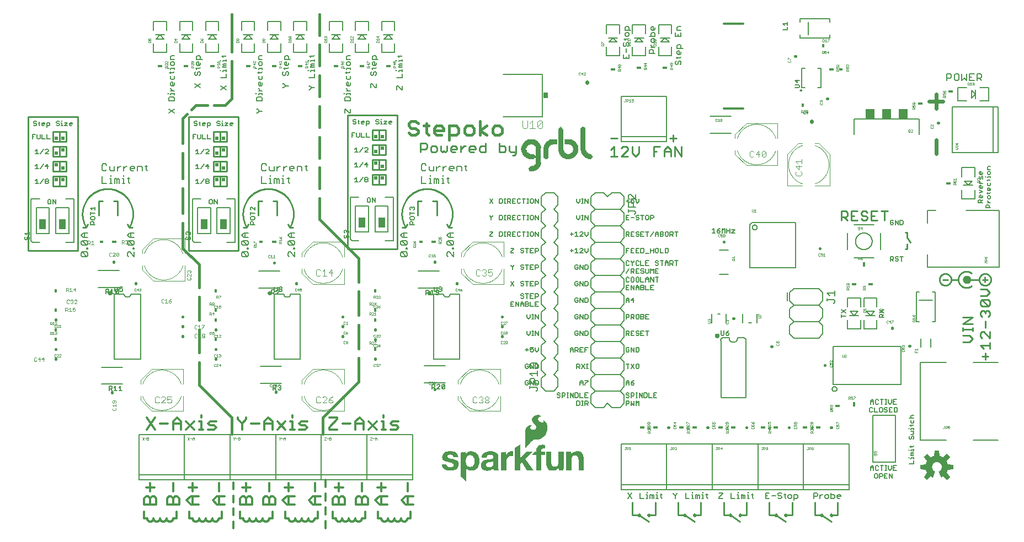
<source format=gbr>
G04 EAGLE Gerber RS-274X export*
G75*
%MOMM*%
%FSLAX34Y34*%
%LPD*%
%INSilkscreen Top*%
%IPPOS*%
%AMOC8*
5,1,8,0,0,1.08239X$1,22.5*%
G01*
%ADD10C,0.279400*%
%ADD11C,0.127000*%
%ADD12C,0.152400*%
%ADD13C,0.254000*%
%ADD14C,0.330200*%
%ADD15C,0.584200*%
%ADD16C,0.406400*%
%ADD17R,0.508000X0.508000*%
%ADD18C,0.203200*%
%ADD19C,0.304800*%
%ADD20C,0.381000*%
%ADD21R,0.444500X0.063500*%
%ADD22R,0.762000X0.063500*%
%ADD23R,1.016000X0.063500*%
%ADD24R,1.143000X0.063500*%
%ADD25R,1.270000X0.063500*%
%ADD26R,1.333500X0.063500*%
%ADD27R,1.460500X0.063500*%
%ADD28R,1.524000X0.063500*%
%ADD29R,1.079500X0.063500*%
%ADD30R,0.952500X0.063500*%
%ADD31R,0.889000X0.063500*%
%ADD32R,0.825500X0.063500*%
%ADD33R,0.381000X0.063500*%
%ADD34R,0.508000X0.063500*%
%ADD35R,0.698500X0.063500*%
%ADD36R,0.635000X0.063500*%
%ADD37R,1.397000X0.063500*%
%ADD38R,1.651000X0.063500*%
%ADD39R,1.587500X0.063500*%
%ADD40R,1.778000X0.063500*%
%ADD41R,1.206500X0.063500*%
%ADD42R,2.476500X0.063500*%
%ADD43R,2.032000X0.063500*%
%ADD44R,2.603500X0.063500*%
%ADD45R,2.159000X0.063500*%
%ADD46R,1.841500X0.063500*%
%ADD47R,2.286000X0.063500*%
%ADD48R,2.349500X0.063500*%
%ADD49R,2.413000X0.063500*%
%ADD50R,2.540000X0.063500*%
%ADD51R,2.667000X0.063500*%
%ADD52R,1.905000X0.063500*%
%ADD53R,1.714500X0.063500*%
%ADD54R,2.222500X0.063500*%
%ADD55R,2.095500X0.063500*%
%ADD56R,1.968500X0.063500*%
%ADD57R,0.571500X0.063500*%
%ADD58R,0.317500X0.063500*%
%ADD59R,0.190500X0.063500*%
%ADD60R,0.127000X0.063500*%
%ADD61R,0.254000X0.063500*%
%ADD62C,0.050800*%
%ADD63R,0.381000X0.609600*%
%ADD64C,0.025400*%
%ADD65C,0.101600*%
%ADD66R,0.762000X0.381000*%
%ADD67R,0.609600X0.381000*%
%ADD68R,0.381000X0.762000*%
%ADD69C,0.177800*%
%ADD70R,0.762000X0.457200*%
%ADD71R,1.460000X1.500000*%
%ADD72C,0.558800*%
%ADD73R,1.000000X1.500000*%
%ADD74C,0.076200*%
%ADD75R,0.762000X0.863600*%
%ADD76R,0.457200X0.762000*%

G36*
X1422585Y78990D02*
X1422585Y78990D01*
X1422641Y78990D01*
X1422669Y79005D01*
X1422701Y79010D01*
X1422760Y79050D01*
X1422796Y79068D01*
X1422805Y79080D01*
X1422821Y79091D01*
X1427129Y83399D01*
X1427146Y83426D01*
X1427170Y83447D01*
X1427191Y83499D01*
X1427220Y83546D01*
X1427223Y83578D01*
X1427235Y83608D01*
X1427232Y83663D01*
X1427237Y83719D01*
X1427225Y83749D01*
X1427223Y83781D01*
X1427189Y83844D01*
X1427175Y83881D01*
X1427164Y83891D01*
X1427155Y83908D01*
X1422188Y89999D01*
X1423377Y92309D01*
X1423384Y92335D01*
X1423401Y92367D01*
X1424193Y94841D01*
X1432012Y95635D01*
X1432043Y95645D01*
X1432075Y95646D01*
X1432124Y95673D01*
X1432176Y95691D01*
X1432199Y95714D01*
X1432227Y95729D01*
X1432259Y95775D01*
X1432298Y95814D01*
X1432308Y95845D01*
X1432327Y95871D01*
X1432340Y95941D01*
X1432353Y95979D01*
X1432351Y95994D01*
X1432354Y96013D01*
X1432354Y102107D01*
X1432347Y102138D01*
X1432349Y102170D01*
X1432327Y102221D01*
X1432315Y102276D01*
X1432294Y102300D01*
X1432282Y102330D01*
X1432240Y102366D01*
X1432205Y102409D01*
X1432175Y102422D01*
X1432151Y102443D01*
X1432082Y102464D01*
X1432046Y102480D01*
X1432031Y102480D01*
X1432012Y102485D01*
X1424193Y103279D01*
X1423401Y105753D01*
X1423388Y105776D01*
X1423377Y105811D01*
X1422188Y108121D01*
X1427155Y114212D01*
X1427169Y114240D01*
X1427190Y114264D01*
X1427206Y114317D01*
X1427231Y114367D01*
X1427231Y114399D01*
X1427240Y114430D01*
X1427230Y114485D01*
X1427230Y114541D01*
X1427215Y114569D01*
X1427210Y114601D01*
X1427170Y114660D01*
X1427152Y114696D01*
X1427140Y114705D01*
X1427129Y114721D01*
X1422821Y119029D01*
X1422794Y119046D01*
X1422773Y119070D01*
X1422721Y119091D01*
X1422674Y119120D01*
X1422642Y119123D01*
X1422612Y119135D01*
X1422557Y119132D01*
X1422501Y119137D01*
X1422471Y119125D01*
X1422439Y119123D01*
X1422376Y119089D01*
X1422339Y119075D01*
X1422329Y119064D01*
X1422312Y119055D01*
X1416221Y114088D01*
X1413911Y115277D01*
X1413885Y115284D01*
X1413853Y115301D01*
X1411379Y116093D01*
X1410585Y123912D01*
X1410577Y123938D01*
X1410576Y123950D01*
X1410575Y123953D01*
X1410574Y123975D01*
X1410547Y124024D01*
X1410529Y124076D01*
X1410506Y124099D01*
X1410491Y124127D01*
X1410445Y124159D01*
X1410406Y124198D01*
X1410375Y124208D01*
X1410349Y124227D01*
X1410279Y124240D01*
X1410241Y124253D01*
X1410226Y124251D01*
X1410207Y124254D01*
X1404113Y124254D01*
X1404082Y124247D01*
X1404050Y124249D01*
X1403999Y124227D01*
X1403944Y124215D01*
X1403920Y124194D01*
X1403890Y124182D01*
X1403854Y124140D01*
X1403811Y124105D01*
X1403798Y124075D01*
X1403777Y124051D01*
X1403756Y123982D01*
X1403740Y123946D01*
X1403740Y123931D01*
X1403738Y123924D01*
X1403737Y123922D01*
X1403737Y123921D01*
X1403735Y123912D01*
X1402941Y116093D01*
X1400467Y115301D01*
X1400444Y115288D01*
X1400409Y115277D01*
X1398099Y114088D01*
X1392008Y119055D01*
X1391980Y119069D01*
X1391956Y119090D01*
X1391903Y119106D01*
X1391853Y119131D01*
X1391821Y119131D01*
X1391790Y119140D01*
X1391735Y119130D01*
X1391679Y119130D01*
X1391651Y119115D01*
X1391619Y119110D01*
X1391560Y119070D01*
X1391525Y119052D01*
X1391515Y119040D01*
X1391499Y119029D01*
X1387191Y114721D01*
X1387174Y114694D01*
X1387150Y114673D01*
X1387129Y114621D01*
X1387100Y114574D01*
X1387097Y114542D01*
X1387085Y114512D01*
X1387089Y114457D01*
X1387083Y114401D01*
X1387095Y114371D01*
X1387097Y114339D01*
X1387131Y114276D01*
X1387145Y114239D01*
X1387156Y114229D01*
X1387165Y114212D01*
X1392132Y108121D01*
X1390943Y105811D01*
X1390936Y105785D01*
X1390919Y105753D01*
X1390127Y103279D01*
X1382308Y102485D01*
X1382277Y102475D01*
X1382245Y102474D01*
X1382196Y102447D01*
X1382144Y102429D01*
X1382121Y102406D01*
X1382093Y102391D01*
X1382061Y102345D01*
X1382022Y102306D01*
X1382012Y102275D01*
X1381993Y102249D01*
X1381980Y102179D01*
X1381967Y102141D01*
X1381969Y102126D01*
X1381966Y102107D01*
X1381966Y96013D01*
X1381973Y95982D01*
X1381971Y95950D01*
X1381993Y95899D01*
X1382005Y95844D01*
X1382026Y95820D01*
X1382038Y95790D01*
X1382080Y95754D01*
X1382115Y95711D01*
X1382145Y95698D01*
X1382169Y95677D01*
X1382238Y95656D01*
X1382274Y95640D01*
X1382289Y95640D01*
X1382308Y95635D01*
X1390127Y94841D01*
X1390919Y92367D01*
X1390932Y92344D01*
X1390943Y92309D01*
X1392132Y89999D01*
X1387165Y83908D01*
X1387151Y83880D01*
X1387130Y83856D01*
X1387114Y83803D01*
X1387089Y83753D01*
X1387089Y83721D01*
X1387080Y83690D01*
X1387090Y83635D01*
X1387090Y83579D01*
X1387105Y83551D01*
X1387110Y83519D01*
X1387150Y83460D01*
X1387168Y83425D01*
X1387180Y83415D01*
X1387191Y83399D01*
X1391499Y79091D01*
X1391526Y79074D01*
X1391547Y79050D01*
X1391599Y79029D01*
X1391646Y79000D01*
X1391678Y78997D01*
X1391708Y78985D01*
X1391763Y78989D01*
X1391819Y78983D01*
X1391849Y78995D01*
X1391881Y78997D01*
X1391944Y79031D01*
X1391981Y79045D01*
X1391991Y79056D01*
X1392008Y79065D01*
X1398099Y84032D01*
X1400408Y82842D01*
X1400472Y82826D01*
X1400535Y82803D01*
X1400556Y82805D01*
X1400576Y82800D01*
X1400641Y82814D01*
X1400707Y82821D01*
X1400725Y82832D01*
X1400745Y82837D01*
X1400797Y82878D01*
X1400853Y82914D01*
X1400866Y82933D01*
X1400881Y82945D01*
X1400897Y82980D01*
X1400933Y83034D01*
X1404521Y91696D01*
X1404527Y91729D01*
X1404541Y91758D01*
X1404540Y91813D01*
X1404549Y91867D01*
X1404540Y91899D01*
X1404540Y91931D01*
X1404515Y91980D01*
X1404499Y92033D01*
X1404476Y92057D01*
X1404462Y92086D01*
X1404407Y92131D01*
X1404380Y92159D01*
X1404365Y92165D01*
X1404349Y92177D01*
X1403031Y92882D01*
X1401905Y93806D01*
X1400981Y94932D01*
X1400295Y96216D01*
X1399872Y97610D01*
X1399729Y99059D01*
X1399886Y100578D01*
X1400349Y102031D01*
X1401100Y103360D01*
X1402106Y104507D01*
X1403325Y105424D01*
X1404706Y106074D01*
X1406190Y106427D01*
X1407715Y106470D01*
X1409217Y106200D01*
X1410632Y105630D01*
X1411900Y104782D01*
X1412969Y103693D01*
X1413793Y102409D01*
X1414337Y100983D01*
X1414579Y99477D01*
X1414507Y97953D01*
X1414126Y96475D01*
X1413452Y95107D01*
X1412512Y93905D01*
X1411346Y92921D01*
X1409969Y92177D01*
X1409946Y92156D01*
X1409917Y92142D01*
X1409881Y92099D01*
X1409840Y92062D01*
X1409828Y92032D01*
X1409808Y92008D01*
X1409795Y91953D01*
X1409774Y91901D01*
X1409777Y91869D01*
X1409770Y91838D01*
X1409784Y91767D01*
X1409787Y91728D01*
X1409795Y91715D01*
X1409799Y91696D01*
X1413387Y83034D01*
X1413426Y82980D01*
X1413458Y82923D01*
X1413475Y82911D01*
X1413488Y82894D01*
X1413546Y82863D01*
X1413601Y82825D01*
X1413622Y82822D01*
X1413641Y82812D01*
X1413707Y82811D01*
X1413773Y82801D01*
X1413796Y82808D01*
X1413814Y82807D01*
X1413849Y82824D01*
X1413912Y82842D01*
X1416221Y84032D01*
X1422312Y79065D01*
X1422340Y79051D01*
X1422364Y79030D01*
X1422417Y79014D01*
X1422467Y78989D01*
X1422499Y78989D01*
X1422530Y78980D01*
X1422585Y78990D01*
G37*
G36*
X775788Y128085D02*
X775788Y128085D01*
X775802Y128089D01*
X775901Y128287D01*
X776199Y128685D01*
X776799Y129384D01*
X776799Y129385D01*
X777499Y130284D01*
X778398Y131283D01*
X779498Y132483D01*
X780598Y133683D01*
X781798Y134983D01*
X781798Y134984D01*
X781799Y134984D01*
X782998Y136383D01*
X784198Y137683D01*
X785198Y138783D01*
X786195Y139680D01*
X787292Y140379D01*
X788289Y140877D01*
X789483Y141175D01*
X793280Y141175D01*
X793282Y141177D01*
X793283Y141176D01*
X795683Y141476D01*
X795685Y141478D01*
X795687Y141477D01*
X797887Y142177D01*
X797888Y142178D01*
X797889Y142177D01*
X799889Y142977D01*
X799891Y142980D01*
X799893Y142979D01*
X801793Y144179D01*
X801794Y144181D01*
X801796Y144181D01*
X803496Y145581D01*
X803496Y145583D01*
X803498Y145583D01*
X804998Y147183D01*
X804998Y147185D01*
X804999Y147185D01*
X806399Y148985D01*
X806399Y148988D01*
X806402Y148988D01*
X808402Y152588D01*
X808401Y152592D01*
X808404Y152594D01*
X809404Y156294D01*
X809402Y156297D01*
X809405Y156299D01*
X809605Y159799D01*
X809602Y159801D01*
X809604Y159804D01*
X809104Y163004D01*
X809102Y163006D01*
X809103Y163008D01*
X808103Y165908D01*
X808100Y165910D01*
X808101Y165913D01*
X806701Y168213D01*
X806698Y168214D01*
X806698Y168217D01*
X805098Y169917D01*
X805093Y169917D01*
X805093Y169921D01*
X803393Y170921D01*
X803387Y170920D01*
X803383Y170924D01*
X803376Y170918D01*
X803360Y170915D01*
X803362Y170906D01*
X803355Y170900D01*
X803355Y170700D01*
X803359Y170696D01*
X803357Y170692D01*
X803455Y170396D01*
X803455Y169304D01*
X803257Y168709D01*
X802960Y168116D01*
X802467Y167721D01*
X801775Y167425D01*
X801182Y167425D01*
X800486Y167524D01*
X799690Y167823D01*
X798891Y168222D01*
X798193Y168621D01*
X797496Y169119D01*
X796299Y170316D01*
X795801Y171013D01*
X795403Y171710D01*
X795205Y172304D01*
X795205Y173496D01*
X795403Y174090D01*
X795700Y174586D01*
X796198Y175183D01*
X796894Y175779D01*
X797689Y176177D01*
X798586Y176476D01*
X799382Y176575D01*
X800078Y176575D01*
X800675Y176476D01*
X801074Y176376D01*
X801076Y176377D01*
X801079Y176377D01*
X801080Y176375D01*
X801180Y176375D01*
X801187Y176381D01*
X801195Y176381D01*
X801196Y176389D01*
X801204Y176397D01*
X801197Y176406D01*
X801197Y176417D01*
X800997Y176617D01*
X800995Y176618D01*
X800995Y176620D01*
X800195Y177220D01*
X800192Y177219D01*
X800191Y177222D01*
X798991Y177822D01*
X798990Y177822D01*
X797490Y178522D01*
X797487Y178521D01*
X797485Y178524D01*
X795685Y178924D01*
X795683Y178923D01*
X795681Y178925D01*
X793681Y179025D01*
X793678Y179022D01*
X793675Y179024D01*
X791475Y178524D01*
X791472Y178521D01*
X791469Y178522D01*
X789169Y177422D01*
X789168Y177418D01*
X789164Y177419D01*
X787464Y175919D01*
X787463Y175914D01*
X787460Y175914D01*
X786360Y174314D01*
X786360Y174310D01*
X786360Y174309D01*
X786356Y174307D01*
X785856Y172707D01*
X785857Y172707D01*
X785857Y172706D01*
X785857Y172705D01*
X785859Y172703D01*
X785855Y172700D01*
X785855Y171000D01*
X785858Y170997D01*
X785856Y170995D01*
X786256Y169195D01*
X786260Y169192D01*
X786259Y169188D01*
X787259Y167488D01*
X787260Y167487D01*
X787260Y167486D01*
X788560Y165686D01*
X788563Y165685D01*
X788563Y165683D01*
X790262Y163983D01*
X791559Y162487D01*
X792156Y160994D01*
X792255Y159604D01*
X791758Y158412D01*
X790963Y157319D01*
X789770Y156623D01*
X788276Y156224D01*
X786683Y156125D01*
X785588Y156423D01*
X784692Y156822D01*
X783997Y157318D01*
X783500Y157914D01*
X783103Y158610D01*
X782905Y159204D01*
X782905Y159896D01*
X783103Y160490D01*
X783400Y160985D01*
X783795Y161380D01*
X784293Y161679D01*
X784793Y161979D01*
X784793Y161981D01*
X784795Y161980D01*
X785191Y162277D01*
X785586Y162376D01*
X785589Y162381D01*
X785594Y162380D01*
X785887Y162575D01*
X785980Y162575D01*
X786004Y162597D01*
X785980Y162625D01*
X785784Y162625D01*
X785488Y162723D01*
X784989Y162923D01*
X784985Y162922D01*
X784984Y162924D01*
X784284Y163024D01*
X784281Y163023D01*
X784280Y163025D01*
X782580Y163025D01*
X782578Y163023D01*
X782576Y163024D01*
X781476Y162824D01*
X781474Y162823D01*
X781473Y162824D01*
X780473Y162524D01*
X780472Y162522D01*
X780471Y162523D01*
X779471Y162123D01*
X779469Y162120D01*
X779466Y162121D01*
X778566Y161521D01*
X778566Y161519D01*
X778565Y161519D01*
X777665Y160819D01*
X777664Y160815D01*
X777660Y160814D01*
X776960Y159814D01*
X776960Y159811D01*
X776958Y159810D01*
X776458Y158710D01*
X776458Y158709D01*
X776457Y158708D01*
X775957Y157308D01*
X775958Y157305D01*
X775956Y157303D01*
X775756Y155703D01*
X775757Y155701D01*
X775755Y155700D01*
X775755Y128100D01*
X775763Y128091D01*
X775766Y128080D01*
X775772Y128081D01*
X775777Y128076D01*
X775788Y128085D01*
G37*
G36*
X684384Y77181D02*
X684384Y77181D01*
X684396Y77181D01*
X684396Y77193D01*
X684405Y77200D01*
X684405Y97530D01*
X685161Y96585D01*
X685162Y96584D01*
X685962Y95684D01*
X685966Y95683D01*
X685966Y95680D01*
X686966Y94980D01*
X686968Y94980D01*
X686968Y94978D01*
X688068Y94378D01*
X688069Y94379D01*
X688070Y94378D01*
X689170Y93878D01*
X689173Y93878D01*
X689174Y93876D01*
X690374Y93576D01*
X690375Y93577D01*
X690376Y93576D01*
X691576Y93376D01*
X691577Y93377D01*
X691578Y93375D01*
X692878Y93275D01*
X692879Y93276D01*
X692882Y93276D01*
X692883Y93275D01*
X695783Y93575D01*
X695785Y93578D01*
X695788Y93577D01*
X698288Y94477D01*
X698290Y94480D01*
X698293Y94479D01*
X700493Y95879D01*
X700495Y95884D01*
X700498Y95884D01*
X702198Y97784D01*
X702198Y97786D01*
X702201Y97787D01*
X703601Y99987D01*
X703600Y99990D01*
X703603Y99991D01*
X704503Y102391D01*
X704502Y102394D01*
X704504Y102395D01*
X705104Y105095D01*
X705103Y105097D01*
X705105Y105098D01*
X705305Y107898D01*
X705303Y107900D01*
X705305Y107902D01*
X705105Y110902D01*
X705103Y110903D01*
X705104Y110905D01*
X704504Y113705D01*
X704502Y113707D01*
X704503Y113708D01*
X703603Y116208D01*
X703600Y116210D01*
X703601Y116213D01*
X702201Y118513D01*
X702198Y118514D01*
X702198Y118517D01*
X700398Y120417D01*
X700394Y120417D01*
X700394Y120420D01*
X698194Y121920D01*
X698189Y121920D01*
X698188Y121923D01*
X695488Y122823D01*
X695484Y122822D01*
X695482Y122825D01*
X692382Y123125D01*
X692380Y123123D01*
X692378Y123125D01*
X691178Y123025D01*
X689878Y122925D01*
X689875Y122922D01*
X689872Y122923D01*
X688672Y122523D01*
X687572Y122123D01*
X687570Y122120D01*
X687567Y122121D01*
X686567Y121521D01*
X686566Y121518D01*
X686564Y121518D01*
X685664Y120718D01*
X685664Y120717D01*
X685663Y120717D01*
X684763Y119817D01*
X684762Y119815D01*
X684760Y119815D01*
X684005Y118776D01*
X684005Y122300D01*
X683983Y122324D01*
X683980Y122322D01*
X683977Y122325D01*
X683077Y122225D01*
X683076Y122223D01*
X683075Y122224D01*
X682075Y122024D01*
X681176Y121824D01*
X680277Y121725D01*
X680276Y121723D01*
X680275Y121724D01*
X679376Y121524D01*
X678378Y121425D01*
X678376Y121423D01*
X678375Y121424D01*
X676575Y121024D01*
X676560Y121004D01*
X676555Y121000D01*
X676555Y84100D01*
X676564Y84091D01*
X676564Y84082D01*
X677564Y83182D01*
X678464Y82382D01*
X679464Y81482D01*
X679465Y81482D01*
X679465Y81481D01*
X680464Y80682D01*
X681363Y79783D01*
X681364Y79783D01*
X681364Y79782D01*
X682364Y78882D01*
X682365Y78882D01*
X682365Y78881D01*
X683364Y78081D01*
X684364Y77182D01*
X684372Y77182D01*
X684377Y77176D01*
X684384Y77181D01*
G37*
G36*
X717782Y93177D02*
X717782Y93177D01*
X717784Y93176D01*
X718482Y93275D01*
X719080Y93275D01*
X719082Y93277D01*
X719084Y93276D01*
X719784Y93376D01*
X720384Y93476D01*
X720385Y93477D01*
X720387Y93476D01*
X721086Y93676D01*
X721684Y93776D01*
X721686Y93778D01*
X721688Y93777D01*
X722888Y94177D01*
X722889Y94179D01*
X722891Y94178D01*
X724691Y95078D01*
X724692Y95079D01*
X724693Y95079D01*
X725193Y95379D01*
X725193Y95381D01*
X725195Y95381D01*
X725695Y95781D01*
X725696Y95783D01*
X725697Y95783D01*
X726197Y96282D01*
X726655Y96649D01*
X726655Y95900D01*
X726660Y95895D01*
X726658Y95889D01*
X726755Y95694D01*
X726755Y95300D01*
X726763Y95291D01*
X726763Y95283D01*
X726855Y95190D01*
X726855Y94800D01*
X726863Y94791D01*
X726863Y94783D01*
X726960Y94685D01*
X727055Y94494D01*
X727055Y94300D01*
X727063Y94291D01*
X727063Y94283D01*
X727155Y94190D01*
X727155Y94000D01*
X727177Y93976D01*
X727179Y93977D01*
X727180Y93975D01*
X735080Y93975D01*
X735084Y93979D01*
X735088Y93977D01*
X735092Y93986D01*
X735104Y93997D01*
X735099Y94003D01*
X735102Y94011D01*
X735003Y94209D01*
X734903Y94508D01*
X734900Y94510D01*
X734901Y94514D01*
X734702Y94811D01*
X734605Y95104D01*
X734605Y95400D01*
X734602Y95403D01*
X734604Y95406D01*
X734305Y96603D01*
X734305Y97000D01*
X734302Y97003D01*
X734304Y97005D01*
X734205Y97503D01*
X734205Y98800D01*
X734202Y98803D01*
X734204Y98805D01*
X734105Y99303D01*
X734105Y116200D01*
X734102Y116203D01*
X734104Y116207D01*
X733804Y117307D01*
X733803Y117307D01*
X733804Y117307D01*
X733504Y118307D01*
X733500Y118309D01*
X733501Y118313D01*
X733001Y119113D01*
X732999Y119114D01*
X733000Y119115D01*
X732400Y119915D01*
X732396Y119916D01*
X732396Y119919D01*
X731696Y120519D01*
X731695Y120519D01*
X731695Y120520D01*
X730895Y121120D01*
X730892Y121120D01*
X730892Y121122D01*
X729992Y121622D01*
X729990Y121621D01*
X729990Y121623D01*
X729090Y122023D01*
X729088Y122022D01*
X729087Y122024D01*
X728087Y122324D01*
X728086Y122323D01*
X728085Y122324D01*
X727085Y122524D01*
X727084Y122524D01*
X724884Y122924D01*
X724883Y122924D01*
X724882Y122925D01*
X723882Y123025D01*
X723881Y123024D01*
X723880Y123025D01*
X720480Y123025D01*
X720479Y123024D01*
X720478Y123025D01*
X719278Y122925D01*
X718178Y122825D01*
X718177Y122824D01*
X718176Y122824D01*
X716976Y122624D01*
X716975Y122623D01*
X716974Y122624D01*
X714774Y122024D01*
X714772Y122021D01*
X714769Y122022D01*
X713769Y121522D01*
X713769Y121521D01*
X713768Y121522D01*
X712868Y121022D01*
X712868Y121020D01*
X712866Y121021D01*
X711066Y119821D01*
X711065Y119816D01*
X711061Y119816D01*
X710361Y119016D01*
X710361Y119014D01*
X710360Y119014D01*
X709760Y118114D01*
X709760Y118112D01*
X709758Y118111D01*
X709258Y117111D01*
X709258Y117110D01*
X709257Y117109D01*
X708857Y116109D01*
X708858Y116107D01*
X708856Y116106D01*
X708556Y114906D01*
X708557Y114905D01*
X708556Y114904D01*
X708548Y114851D01*
X708536Y114777D01*
X708517Y114654D01*
X708498Y114531D01*
X708487Y114457D01*
X708468Y114334D01*
X708468Y114333D01*
X708449Y114210D01*
X708438Y114136D01*
X708419Y114013D01*
X708400Y113890D01*
X708388Y113816D01*
X708369Y113692D01*
X708356Y113604D01*
X708356Y113603D01*
X708357Y113601D01*
X708373Y113576D01*
X708377Y113579D01*
X708380Y113575D01*
X716180Y113575D01*
X716204Y113597D01*
X716203Y113599D01*
X716205Y113600D01*
X716205Y114095D01*
X716403Y114591D01*
X716402Y114594D01*
X716404Y114595D01*
X716504Y115092D01*
X716702Y115489D01*
X717100Y116285D01*
X717695Y116880D01*
X718091Y117078D01*
X718092Y117080D01*
X718094Y117080D01*
X718392Y117279D01*
X718788Y117476D01*
X719285Y117576D01*
X719285Y117577D01*
X719286Y117576D01*
X719685Y117676D01*
X720185Y117776D01*
X720782Y117875D01*
X722278Y117875D01*
X723275Y117676D01*
X723278Y117678D01*
X723280Y117675D01*
X723674Y117675D01*
X724069Y117478D01*
X724073Y117479D01*
X724074Y117476D01*
X724471Y117377D01*
X724868Y117179D01*
X725164Y116981D01*
X725461Y116684D01*
X725659Y116388D01*
X726057Y115591D01*
X726156Y115195D01*
X726255Y114598D01*
X726255Y114001D01*
X726254Y113988D01*
X726252Y113964D01*
X726249Y113939D01*
X726232Y113766D01*
X726229Y113742D01*
X726227Y113717D01*
X726224Y113692D01*
X726207Y113520D01*
X726205Y113495D01*
X726202Y113471D01*
X726200Y113446D01*
X726183Y113273D01*
X726180Y113249D01*
X726178Y113224D01*
X726175Y113199D01*
X726158Y113027D01*
X726156Y113009D01*
X725563Y112219D01*
X724670Y111723D01*
X723472Y111323D01*
X722175Y110924D01*
X720577Y110725D01*
X718877Y110525D01*
X718877Y110524D01*
X717077Y110325D01*
X717077Y110324D01*
X717076Y110324D01*
X715276Y110024D01*
X715275Y110023D01*
X715274Y110024D01*
X713574Y109624D01*
X713573Y109622D01*
X713571Y109623D01*
X711971Y109023D01*
X711970Y109020D01*
X711967Y109021D01*
X710567Y108121D01*
X710566Y108119D01*
X710564Y108119D01*
X709264Y107019D01*
X709263Y107014D01*
X709259Y107013D01*
X708359Y105613D01*
X708360Y105609D01*
X708357Y105608D01*
X707757Y103908D01*
X707758Y103906D01*
X707756Y103904D01*
X707756Y103903D01*
X707752Y103879D01*
X707746Y103830D01*
X707729Y103707D01*
X707722Y103657D01*
X707712Y103583D01*
X707705Y103534D01*
X707695Y103460D01*
X707688Y103411D01*
X707678Y103337D01*
X707672Y103288D01*
X707672Y103287D01*
X707655Y103164D01*
X707648Y103115D01*
X707638Y103041D01*
X707631Y102992D01*
X707621Y102918D01*
X707614Y102868D01*
X707604Y102794D01*
X707598Y102745D01*
X707581Y102622D01*
X707574Y102573D01*
X707574Y102572D01*
X707564Y102499D01*
X707564Y102498D01*
X707557Y102449D01*
X707547Y102375D01*
X707540Y102326D01*
X707530Y102252D01*
X707524Y102203D01*
X707517Y102153D01*
X707507Y102079D01*
X707500Y102030D01*
X707490Y101956D01*
X707483Y101907D01*
X707473Y101833D01*
X707467Y101784D01*
X707466Y101783D01*
X707467Y101783D01*
X707456Y101710D01*
X707456Y101709D01*
X707456Y101703D01*
X707458Y101700D01*
X707455Y101698D01*
X707555Y100598D01*
X707556Y100598D01*
X707556Y100597D01*
X707656Y99697D01*
X707658Y99695D01*
X707656Y99693D01*
X707956Y98693D01*
X707957Y98692D01*
X707957Y98691D01*
X708257Y97891D01*
X708259Y97890D01*
X708258Y97889D01*
X708658Y97089D01*
X708662Y97088D01*
X708661Y97084D01*
X709160Y96485D01*
X709660Y95786D01*
X709664Y95785D01*
X709664Y95781D01*
X710264Y95281D01*
X710266Y95281D01*
X710266Y95280D01*
X710966Y94780D01*
X710967Y94780D01*
X710968Y94779D01*
X711668Y94379D01*
X711669Y94379D01*
X711669Y94378D01*
X712469Y93978D01*
X712471Y93979D01*
X712472Y93977D01*
X713372Y93677D01*
X713374Y93677D01*
X713375Y93676D01*
X715175Y93276D01*
X715176Y93277D01*
X715178Y93275D01*
X716178Y93175D01*
X716179Y93177D01*
X716180Y93175D01*
X717780Y93175D01*
X717782Y93177D01*
G37*
G36*
X767504Y94097D02*
X767504Y94097D01*
X767503Y94099D01*
X767505Y94100D01*
X767505Y103790D01*
X770475Y106661D01*
X778259Y94087D01*
X778274Y94083D01*
X778280Y94075D01*
X787680Y94075D01*
X787685Y94080D01*
X787691Y94078D01*
X787694Y94087D01*
X787704Y94097D01*
X787698Y94104D01*
X787701Y94114D01*
X775812Y111897D01*
X786497Y122282D01*
X786498Y122291D01*
X786504Y122297D01*
X786499Y122303D01*
X786500Y122315D01*
X786488Y122316D01*
X786480Y122325D01*
X777280Y122325D01*
X777271Y122317D01*
X777262Y122317D01*
X767505Y112261D01*
X767505Y133100D01*
X767501Y133104D01*
X767503Y133109D01*
X767494Y133112D01*
X767483Y133124D01*
X767476Y133119D01*
X767468Y133122D01*
X759668Y128822D01*
X759663Y128806D01*
X759655Y128800D01*
X759655Y94100D01*
X759677Y94076D01*
X759679Y94077D01*
X759680Y94075D01*
X767480Y94075D01*
X767504Y94097D01*
G37*
G36*
X846204Y94097D02*
X846204Y94097D01*
X846203Y94099D01*
X846205Y94100D01*
X846205Y108899D01*
X846305Y110897D01*
X846604Y112594D01*
X847003Y113991D01*
X847600Y115084D01*
X848495Y115880D01*
X849490Y116477D01*
X850785Y116876D01*
X852180Y116975D01*
X853474Y116876D01*
X854469Y116478D01*
X855365Y115980D01*
X856060Y115285D01*
X856557Y114291D01*
X856856Y113095D01*
X857055Y111698D01*
X857155Y109999D01*
X857155Y94100D01*
X857177Y94076D01*
X857179Y94077D01*
X857180Y94075D01*
X864980Y94075D01*
X865004Y94097D01*
X865003Y94099D01*
X865005Y94100D01*
X865005Y111500D01*
X865004Y111501D01*
X865005Y111501D01*
X864905Y114001D01*
X864903Y114003D01*
X864904Y114004D01*
X864504Y116204D01*
X864503Y116206D01*
X864504Y116207D01*
X863904Y118207D01*
X863900Y118209D01*
X863901Y118213D01*
X862901Y119913D01*
X862897Y119914D01*
X862897Y119917D01*
X861497Y121317D01*
X861493Y121318D01*
X861492Y121322D01*
X859692Y122322D01*
X859688Y122321D01*
X859686Y122324D01*
X857386Y122924D01*
X857385Y122923D01*
X857383Y122923D01*
X857382Y122925D01*
X854582Y123125D01*
X854580Y123123D01*
X854578Y123125D01*
X853378Y123025D01*
X853377Y123024D01*
X853376Y123024D01*
X852176Y122824D01*
X852175Y122823D01*
X852174Y122824D01*
X850974Y122524D01*
X850973Y122522D01*
X850971Y122523D01*
X849771Y122023D01*
X849769Y122020D01*
X849767Y122021D01*
X848667Y121321D01*
X848666Y121319D01*
X848665Y121319D01*
X847665Y120519D01*
X847664Y120516D01*
X847662Y120517D01*
X846762Y119517D01*
X846762Y119515D01*
X846760Y119515D01*
X845967Y118425D01*
X845905Y118425D01*
X845905Y122300D01*
X845883Y122324D01*
X845881Y122323D01*
X845880Y122325D01*
X838480Y122325D01*
X838456Y122303D01*
X838457Y122302D01*
X838455Y122301D01*
X838355Y118801D01*
X838356Y118800D01*
X838355Y118800D01*
X838355Y94100D01*
X838377Y94076D01*
X838379Y94077D01*
X838380Y94075D01*
X846180Y94075D01*
X846204Y94097D01*
G37*
G36*
X818080Y93277D02*
X818080Y93277D01*
X818082Y93275D01*
X819282Y93375D01*
X819283Y93376D01*
X819284Y93376D01*
X820584Y93576D01*
X820585Y93577D01*
X820586Y93576D01*
X821786Y93876D01*
X821788Y93879D01*
X821790Y93878D01*
X822890Y94378D01*
X822891Y94380D01*
X822893Y94379D01*
X823993Y95079D01*
X823994Y95081D01*
X823995Y95081D01*
X824995Y95881D01*
X824996Y95883D01*
X824997Y95883D01*
X825997Y96883D01*
X825998Y96885D01*
X826000Y96886D01*
X826755Y97924D01*
X826755Y94100D01*
X826777Y94076D01*
X826779Y94077D01*
X826780Y94075D01*
X834180Y94075D01*
X834204Y94097D01*
X834203Y94098D01*
X834205Y94099D01*
X834305Y97599D01*
X834304Y97600D01*
X834305Y97600D01*
X834305Y122300D01*
X834283Y122324D01*
X834281Y122323D01*
X834280Y122325D01*
X826480Y122325D01*
X826456Y122303D01*
X826457Y122301D01*
X826455Y122300D01*
X826455Y105502D01*
X826156Y103806D01*
X825657Y102410D01*
X825060Y101315D01*
X824265Y100520D01*
X823170Y99923D01*
X821975Y99524D01*
X820480Y99425D01*
X819284Y99524D01*
X818190Y99823D01*
X817297Y100419D01*
X816701Y101114D01*
X816203Y102109D01*
X815804Y103306D01*
X815605Y104702D01*
X815505Y106401D01*
X815505Y122300D01*
X815483Y122324D01*
X815481Y122323D01*
X815480Y122325D01*
X807780Y122325D01*
X807756Y122303D01*
X807757Y122301D01*
X807755Y122300D01*
X807755Y104900D01*
X807756Y104899D01*
X807755Y104899D01*
X807855Y102399D01*
X807857Y102398D01*
X807856Y102397D01*
X808156Y100197D01*
X808158Y100194D01*
X808157Y100192D01*
X808857Y98192D01*
X808859Y98191D01*
X808858Y98188D01*
X809758Y96488D01*
X809763Y96487D01*
X809763Y96483D01*
X811163Y95083D01*
X811167Y95082D01*
X811168Y95078D01*
X812968Y94078D01*
X812972Y94079D01*
X812974Y94076D01*
X815274Y93476D01*
X815277Y93478D01*
X815278Y93475D01*
X818078Y93275D01*
X818080Y93277D01*
G37*
G36*
X662881Y93375D02*
X662881Y93375D01*
X662883Y93377D01*
X662884Y93376D01*
X665184Y93776D01*
X665185Y93777D01*
X665187Y93776D01*
X667387Y94376D01*
X667388Y94379D01*
X667391Y94378D01*
X669391Y95378D01*
X669393Y95382D01*
X669396Y95381D01*
X670996Y96781D01*
X670997Y96785D01*
X671000Y96785D01*
X672300Y98485D01*
X672299Y98490D01*
X672303Y98491D01*
X673103Y100591D01*
X673102Y100594D01*
X673104Y100595D01*
X673103Y100596D01*
X673104Y100597D01*
X673107Y100620D01*
X673110Y100644D01*
X673110Y100645D01*
X673113Y100669D01*
X673116Y100694D01*
X673119Y100718D01*
X673122Y100743D01*
X673125Y100768D01*
X673128Y100792D01*
X673131Y100817D01*
X673134Y100842D01*
X673137Y100866D01*
X673140Y100891D01*
X673143Y100916D01*
X673146Y100940D01*
X673149Y100965D01*
X673152Y100990D01*
X673155Y101014D01*
X673158Y101039D01*
X673160Y101064D01*
X673161Y101064D01*
X673160Y101064D01*
X673163Y101088D01*
X673166Y101113D01*
X673169Y101138D01*
X673172Y101162D01*
X673175Y101187D01*
X673178Y101212D01*
X673181Y101236D01*
X673184Y101261D01*
X673187Y101286D01*
X673190Y101310D01*
X673193Y101335D01*
X673196Y101359D01*
X673196Y101360D01*
X673199Y101384D01*
X673202Y101409D01*
X673205Y101433D01*
X673205Y101434D01*
X673208Y101458D01*
X673211Y101483D01*
X673214Y101507D01*
X673217Y101532D01*
X673220Y101557D01*
X673223Y101581D01*
X673226Y101606D01*
X673229Y101631D01*
X673231Y101655D01*
X673232Y101655D01*
X673231Y101655D01*
X673234Y101680D01*
X673237Y101705D01*
X673240Y101729D01*
X673243Y101754D01*
X673246Y101779D01*
X673249Y101803D01*
X673252Y101828D01*
X673255Y101853D01*
X673258Y101877D01*
X673261Y101902D01*
X673264Y101927D01*
X673267Y101951D01*
X673270Y101976D01*
X673273Y102001D01*
X673276Y102025D01*
X673279Y102050D01*
X673282Y102075D01*
X673285Y102099D01*
X673288Y102124D01*
X673291Y102148D01*
X673291Y102149D01*
X673294Y102173D01*
X673297Y102198D01*
X673300Y102222D01*
X673300Y102223D01*
X673302Y102247D01*
X673303Y102247D01*
X673302Y102247D01*
X673305Y102272D01*
X673308Y102296D01*
X673311Y102321D01*
X673314Y102346D01*
X673317Y102370D01*
X673320Y102395D01*
X673323Y102420D01*
X673326Y102444D01*
X673329Y102469D01*
X673332Y102494D01*
X673335Y102518D01*
X673338Y102543D01*
X673341Y102568D01*
X673344Y102592D01*
X673347Y102617D01*
X673350Y102642D01*
X673353Y102666D01*
X673356Y102691D01*
X673359Y102716D01*
X673362Y102740D01*
X673365Y102765D01*
X673368Y102790D01*
X673371Y102814D01*
X673373Y102839D01*
X673374Y102839D01*
X673376Y102864D01*
X673379Y102888D01*
X673382Y102913D01*
X673385Y102937D01*
X673385Y102938D01*
X673388Y102962D01*
X673391Y102987D01*
X673394Y103011D01*
X673394Y103012D01*
X673397Y103036D01*
X673400Y103061D01*
X673403Y103085D01*
X673404Y103097D01*
X673402Y103100D01*
X673405Y103103D01*
X673205Y104903D01*
X673202Y104905D01*
X673203Y104908D01*
X672703Y106408D01*
X672699Y106410D01*
X672700Y106414D01*
X671800Y107714D01*
X671796Y107715D01*
X671796Y107719D01*
X670596Y108719D01*
X670593Y108719D01*
X670593Y108721D01*
X669293Y109521D01*
X669290Y109521D01*
X669289Y109523D01*
X667789Y110123D01*
X667788Y110122D01*
X667787Y110124D01*
X666087Y110624D01*
X664487Y111124D01*
X664485Y111123D01*
X664484Y111124D01*
X662785Y111424D01*
X661186Y111824D01*
X661185Y111824D01*
X659686Y112124D01*
X658389Y112523D01*
X657292Y113022D01*
X656397Y113619D01*
X655803Y114311D01*
X655605Y115299D01*
X655803Y116091D01*
X656100Y116685D01*
X656496Y117081D01*
X657090Y117477D01*
X657785Y117676D01*
X658483Y117776D01*
X659282Y117875D01*
X660977Y117875D01*
X661875Y117676D01*
X662772Y117477D01*
X663566Y117079D01*
X664162Y116583D01*
X664659Y115887D01*
X665056Y115092D01*
X665256Y114095D01*
X665276Y114080D01*
X665280Y114075D01*
X672680Y114075D01*
X672681Y114076D01*
X672682Y114075D01*
X672686Y114080D01*
X672704Y114097D01*
X672701Y114101D01*
X672704Y114105D01*
X672204Y116505D01*
X672201Y116507D01*
X672202Y116511D01*
X671302Y118411D01*
X671299Y118412D01*
X671300Y118415D01*
X670100Y120015D01*
X670095Y120016D01*
X670095Y120020D01*
X668495Y121220D01*
X668492Y121219D01*
X668491Y121222D01*
X666691Y122122D01*
X666688Y122121D01*
X666687Y122124D01*
X664587Y122724D01*
X664585Y122723D01*
X664584Y122724D01*
X662484Y123024D01*
X662482Y123023D01*
X662481Y123025D01*
X660181Y123125D01*
X660180Y123124D01*
X660179Y123125D01*
X657879Y123025D01*
X657878Y123024D01*
X657877Y123024D01*
X655677Y122724D01*
X655675Y122723D01*
X655673Y122724D01*
X653573Y122124D01*
X653572Y122122D01*
X653570Y122123D01*
X651770Y121323D01*
X651768Y121319D01*
X651765Y121320D01*
X650165Y120120D01*
X650164Y120116D01*
X650161Y120116D01*
X648861Y118516D01*
X648861Y118510D01*
X648857Y118508D01*
X648157Y116508D01*
X648158Y116506D01*
X648156Y116505D01*
X648157Y116504D01*
X648156Y116503D01*
X648153Y116480D01*
X648150Y116455D01*
X648147Y116431D01*
X648144Y116406D01*
X648141Y116381D01*
X648138Y116357D01*
X648135Y116332D01*
X648132Y116307D01*
X648129Y116283D01*
X648126Y116258D01*
X648123Y116233D01*
X648120Y116209D01*
X648117Y116184D01*
X648114Y116159D01*
X648111Y116135D01*
X648108Y116110D01*
X648105Y116086D01*
X648105Y116085D01*
X648102Y116061D01*
X648100Y116036D01*
X648099Y116036D01*
X648100Y116036D01*
X648097Y116012D01*
X648097Y116011D01*
X648094Y115987D01*
X648091Y115962D01*
X648088Y115938D01*
X648085Y115913D01*
X648082Y115888D01*
X648079Y115864D01*
X648076Y115839D01*
X648073Y115814D01*
X648070Y115790D01*
X648067Y115765D01*
X648064Y115740D01*
X648061Y115716D01*
X648058Y115691D01*
X648055Y115666D01*
X648052Y115642D01*
X648049Y115617D01*
X648046Y115592D01*
X648043Y115568D01*
X648040Y115543D01*
X648037Y115518D01*
X648034Y115494D01*
X648031Y115469D01*
X648029Y115444D01*
X648028Y115444D01*
X648029Y115444D01*
X648026Y115420D01*
X648023Y115395D01*
X648020Y115370D01*
X648017Y115346D01*
X648014Y115321D01*
X648011Y115297D01*
X648011Y115296D01*
X648008Y115272D01*
X648005Y115247D01*
X648002Y115223D01*
X648002Y115222D01*
X647999Y115198D01*
X647996Y115173D01*
X647993Y115149D01*
X647990Y115124D01*
X647987Y115099D01*
X647984Y115075D01*
X647981Y115050D01*
X647978Y115025D01*
X647975Y115001D01*
X647972Y114976D01*
X647969Y114951D01*
X647966Y114927D01*
X647963Y114902D01*
X647960Y114877D01*
X647958Y114853D01*
X647957Y114853D01*
X647958Y114853D01*
X647955Y114828D01*
X647952Y114803D01*
X647949Y114779D01*
X647946Y114754D01*
X647943Y114729D01*
X647940Y114705D01*
X647937Y114680D01*
X647934Y114655D01*
X647931Y114631D01*
X647928Y114606D01*
X647925Y114581D01*
X647922Y114557D01*
X647919Y114532D01*
X647916Y114508D01*
X647916Y114507D01*
X647913Y114483D01*
X647910Y114458D01*
X647907Y114434D01*
X647907Y114433D01*
X647904Y114409D01*
X647901Y114384D01*
X647898Y114360D01*
X647895Y114335D01*
X647892Y114310D01*
X647889Y114286D01*
X647887Y114261D01*
X647886Y114261D01*
X647887Y114261D01*
X647884Y114236D01*
X647881Y114212D01*
X647878Y114187D01*
X647875Y114162D01*
X647872Y114138D01*
X647869Y114113D01*
X647866Y114088D01*
X647863Y114064D01*
X647860Y114039D01*
X647857Y114014D01*
X647856Y114003D01*
X647858Y114000D01*
X647856Y113997D01*
X648056Y112297D01*
X648058Y112295D01*
X648057Y112292D01*
X648557Y110892D01*
X648561Y110889D01*
X648560Y110885D01*
X649460Y109685D01*
X649464Y109684D01*
X649464Y109681D01*
X650664Y108681D01*
X650668Y108681D01*
X650668Y108678D01*
X651968Y107978D01*
X651970Y107979D01*
X651971Y107977D01*
X653471Y107377D01*
X653472Y107378D01*
X653473Y107376D01*
X655173Y106876D01*
X655174Y106877D01*
X655174Y106876D01*
X658774Y105976D01*
X658775Y105976D01*
X660574Y105576D01*
X662072Y105177D01*
X663269Y104678D01*
X664267Y104179D01*
X665061Y103583D01*
X665457Y102891D01*
X665655Y102100D01*
X665456Y101207D01*
X665158Y100413D01*
X664564Y99719D01*
X663869Y99322D01*
X663071Y98923D01*
X662275Y98724D01*
X661377Y98525D01*
X660581Y98525D01*
X659384Y98624D01*
X658386Y98824D01*
X657390Y99123D01*
X656494Y99620D01*
X655698Y100317D01*
X655102Y101112D01*
X654704Y102106D01*
X654605Y103202D01*
X654581Y103225D01*
X654580Y103224D01*
X654580Y103225D01*
X647180Y103225D01*
X647180Y103224D01*
X647179Y103225D01*
X647177Y103222D01*
X647156Y103203D01*
X647159Y103200D01*
X647156Y103196D01*
X647556Y100696D01*
X647559Y100694D01*
X647557Y100691D01*
X648457Y98491D01*
X648461Y98489D01*
X648460Y98485D01*
X649760Y96785D01*
X649765Y96784D01*
X649765Y96780D01*
X651465Y95480D01*
X651468Y95481D01*
X651469Y95478D01*
X653469Y94478D01*
X653472Y94479D01*
X653473Y94477D01*
X655673Y93777D01*
X655675Y93778D01*
X655676Y93776D01*
X658076Y93376D01*
X658078Y93377D01*
X658079Y93375D01*
X660479Y93275D01*
X660480Y93276D01*
X660481Y93275D01*
X662881Y93375D01*
G37*
G36*
X800204Y94097D02*
X800204Y94097D01*
X800203Y94099D01*
X800205Y94100D01*
X800205Y117075D01*
X805480Y117075D01*
X805504Y117097D01*
X805503Y117099D01*
X805505Y117100D01*
X805505Y122300D01*
X805483Y122324D01*
X805481Y122323D01*
X805480Y122325D01*
X800205Y122325D01*
X800205Y124798D01*
X800208Y124819D01*
X800215Y124868D01*
X800218Y124893D01*
X800229Y124967D01*
X800232Y124991D01*
X800239Y125040D01*
X800239Y125041D01*
X800243Y125065D01*
X800253Y125139D01*
X800257Y125164D01*
X800264Y125213D01*
X800267Y125238D01*
X800278Y125312D01*
X800282Y125336D01*
X800289Y125386D01*
X800292Y125410D01*
X800303Y125484D01*
X800304Y125494D01*
X800502Y126089D01*
X800799Y126484D01*
X801193Y126878D01*
X801786Y127076D01*
X802384Y127176D01*
X803082Y127275D01*
X803476Y127275D01*
X803772Y127177D01*
X803777Y127179D01*
X803780Y127175D01*
X805577Y127175D01*
X805974Y127076D01*
X805976Y127077D01*
X805977Y127076D01*
X805983Y127080D01*
X806003Y127091D01*
X806000Y127096D01*
X806005Y127100D01*
X806005Y132900D01*
X805983Y132924D01*
X805981Y132923D01*
X805980Y132925D01*
X805483Y132925D01*
X804985Y133024D01*
X804982Y133023D01*
X804980Y133025D01*
X803883Y133025D01*
X803385Y133124D01*
X803382Y133123D01*
X803380Y133125D01*
X801880Y133125D01*
X801879Y133124D01*
X801878Y133125D01*
X799578Y132925D01*
X799576Y132923D01*
X799575Y132924D01*
X797675Y132524D01*
X797672Y132521D01*
X797669Y132522D01*
X796069Y131722D01*
X796068Y131720D01*
X796066Y131720D01*
X794666Y130720D01*
X794665Y130715D01*
X794660Y130715D01*
X793660Y129415D01*
X793661Y129412D01*
X793658Y129411D01*
X792958Y128011D01*
X792959Y128008D01*
X792956Y128007D01*
X792456Y126307D01*
X792457Y126305D01*
X792456Y126304D01*
X792457Y126303D01*
X792455Y126301D01*
X792355Y124501D01*
X792356Y124501D01*
X792355Y124500D01*
X792355Y122325D01*
X789980Y122325D01*
X789971Y122317D01*
X789963Y122317D01*
X788663Y121018D01*
X787964Y120419D01*
X787964Y120416D01*
X787961Y120416D01*
X787363Y119717D01*
X786664Y119119D01*
X786664Y119116D01*
X786661Y119116D01*
X786063Y118417D01*
X785364Y117819D01*
X785364Y117817D01*
X785363Y117817D01*
X784663Y117117D01*
X784662Y117109D01*
X784660Y117107D01*
X784656Y117103D01*
X784661Y117097D01*
X784661Y117085D01*
X784672Y117084D01*
X784680Y117075D01*
X792355Y117075D01*
X792355Y94100D01*
X792377Y94076D01*
X792379Y94077D01*
X792380Y94075D01*
X800180Y94075D01*
X800204Y94097D01*
G37*
G36*
X746204Y93997D02*
X746204Y93997D01*
X746203Y93999D01*
X746205Y94000D01*
X746205Y106799D01*
X746305Y108597D01*
X746604Y110294D01*
X747103Y111890D01*
X747900Y113185D01*
X748896Y114281D01*
X750291Y115178D01*
X751885Y115676D01*
X753881Y115875D01*
X754577Y115875D01*
X754974Y115776D01*
X754978Y115778D01*
X754980Y115775D01*
X755677Y115775D01*
X756074Y115676D01*
X756078Y115678D01*
X756080Y115675D01*
X756376Y115675D01*
X756672Y115577D01*
X756675Y115578D01*
X756677Y115576D01*
X756684Y115581D01*
X756702Y115589D01*
X756700Y115596D01*
X756705Y115600D01*
X756705Y122800D01*
X756694Y122813D01*
X756691Y122822D01*
X756491Y122922D01*
X756487Y122921D01*
X756486Y122922D01*
X756483Y122922D01*
X756480Y122925D01*
X756284Y122925D01*
X755988Y123023D01*
X755983Y123021D01*
X755980Y123025D01*
X755786Y123025D01*
X755591Y123122D01*
X755584Y123120D01*
X755580Y123125D01*
X754980Y123125D01*
X754979Y123124D01*
X754978Y123125D01*
X753478Y123025D01*
X753477Y123023D01*
X753475Y123024D01*
X752075Y122724D01*
X752073Y122721D01*
X752070Y122722D01*
X750770Y122122D01*
X750769Y122121D01*
X750768Y122121D01*
X749568Y121421D01*
X749567Y121419D01*
X749565Y121420D01*
X748365Y120520D01*
X748365Y120517D01*
X748363Y120517D01*
X747363Y119517D01*
X747362Y119515D01*
X747360Y119515D01*
X746560Y118415D01*
X746560Y118412D01*
X746558Y118412D01*
X745905Y117198D01*
X745905Y122300D01*
X745883Y122324D01*
X745880Y122322D01*
X745877Y122325D01*
X744977Y122225D01*
X744976Y122223D01*
X744975Y122224D01*
X743975Y122024D01*
X743076Y121824D01*
X742177Y121725D01*
X742176Y121723D01*
X742175Y121724D01*
X741275Y121524D01*
X740376Y121324D01*
X739378Y121225D01*
X739376Y121223D01*
X739375Y121224D01*
X738475Y121024D01*
X738464Y121009D01*
X738455Y121002D01*
X738456Y121001D01*
X738455Y121001D01*
X738355Y117601D01*
X738356Y117600D01*
X738355Y117600D01*
X738355Y94000D01*
X738377Y93976D01*
X738379Y93977D01*
X738380Y93975D01*
X746180Y93975D01*
X746204Y93997D01*
G37*
%LPC*%
G36*
X689086Y99324D02*
X689086Y99324D01*
X687592Y99922D01*
X686397Y100818D01*
X685501Y101914D01*
X684803Y103309D01*
X684404Y104806D01*
X684105Y106403D01*
X684005Y108100D01*
X684105Y109797D01*
X684404Y111495D01*
X684803Y112991D01*
X685501Y114387D01*
X686398Y115583D01*
X687492Y116478D01*
X688985Y116976D01*
X690680Y117175D01*
X692474Y116976D01*
X693868Y116478D01*
X695062Y115582D01*
X695959Y114387D01*
X696657Y112991D01*
X697156Y111495D01*
X697355Y109798D01*
X697455Y108100D01*
X697355Y106402D01*
X697354Y106389D01*
X697348Y106340D01*
X697338Y106266D01*
X697332Y106217D01*
X697332Y106216D01*
X697329Y106192D01*
X697323Y106143D01*
X697323Y106142D01*
X697314Y106069D01*
X697308Y106019D01*
X697304Y105995D01*
X697298Y105945D01*
X697289Y105871D01*
X697283Y105822D01*
X697280Y105797D01*
X697274Y105748D01*
X697264Y105674D01*
X697258Y105625D01*
X697255Y105600D01*
X697249Y105551D01*
X697240Y105477D01*
X697234Y105428D01*
X697234Y105427D01*
X697231Y105403D01*
X697230Y105403D01*
X697231Y105403D01*
X697224Y105354D01*
X697224Y105353D01*
X697215Y105280D01*
X697209Y105230D01*
X697206Y105206D01*
X697200Y105156D01*
X697190Y105082D01*
X697184Y105033D01*
X697181Y105008D01*
X697175Y104959D01*
X697166Y104885D01*
X697160Y104836D01*
X697157Y104811D01*
X697156Y104806D01*
X696657Y103309D01*
X696059Y101913D01*
X695163Y100818D01*
X693968Y99922D01*
X692574Y99324D01*
X690780Y99125D01*
X689086Y99324D01*
G37*
%LPD*%
%LPC*%
G36*
X718683Y98525D02*
X718683Y98525D01*
X718185Y98624D01*
X717789Y98723D01*
X717391Y98922D01*
X717389Y98921D01*
X717388Y98923D01*
X717089Y99023D01*
X716692Y99221D01*
X716396Y99419D01*
X716099Y99716D01*
X715701Y100312D01*
X715503Y100709D01*
X715404Y101105D01*
X715305Y101603D01*
X715305Y102598D01*
X715404Y103095D01*
X715503Y103491D01*
X715701Y103888D01*
X716099Y104484D01*
X716696Y105081D01*
X716992Y105279D01*
X717389Y105477D01*
X717786Y105576D01*
X717788Y105579D01*
X717791Y105578D01*
X718189Y105777D01*
X719385Y106076D01*
X719885Y106176D01*
X719885Y106177D01*
X719886Y106176D01*
X720285Y106276D01*
X721283Y106475D01*
X721680Y106475D01*
X721683Y106478D01*
X721685Y106476D01*
X722185Y106576D01*
X722185Y106577D01*
X722186Y106576D01*
X722583Y106675D01*
X723080Y106675D01*
X723081Y106676D01*
X723082Y106675D01*
X723084Y106678D01*
X723086Y106676D01*
X723885Y106876D01*
X724385Y106976D01*
X724386Y106978D01*
X724388Y106977D01*
X724687Y107076D01*
X725486Y107276D01*
X725489Y107281D01*
X725494Y107280D01*
X726094Y107680D01*
X726095Y107683D01*
X726097Y107683D01*
X726255Y107840D01*
X726255Y103703D01*
X726056Y102705D01*
X725956Y102208D01*
X725658Y101611D01*
X725658Y101610D01*
X725657Y101609D01*
X725458Y101113D01*
X725061Y100615D01*
X724662Y100117D01*
X724165Y99620D01*
X723569Y99322D01*
X723569Y99321D01*
X723568Y99321D01*
X722871Y98923D01*
X722075Y98724D01*
X721078Y98525D01*
X718683Y98525D01*
G37*
%LPD*%
D10*
X1446934Y291382D02*
X1456933Y291382D01*
X1461933Y296382D01*
X1456933Y301382D01*
X1446934Y301382D01*
X1461933Y307754D02*
X1461933Y312754D01*
X1461933Y310254D02*
X1446934Y310254D01*
X1446934Y307754D02*
X1446934Y312754D01*
X1446934Y318668D02*
X1461933Y318668D01*
X1461933Y328668D02*
X1446934Y318668D01*
X1446934Y328668D02*
X1461933Y328668D01*
X1481104Y274096D02*
X1481104Y264096D01*
X1486103Y269096D02*
X1476104Y269096D01*
X1478604Y280468D02*
X1473604Y285468D01*
X1488603Y285468D01*
X1488603Y290467D02*
X1488603Y280468D01*
X1488603Y296840D02*
X1488603Y306839D01*
X1488603Y296840D02*
X1478604Y306839D01*
X1476104Y306839D01*
X1473604Y304339D01*
X1473604Y299339D01*
X1476104Y296840D01*
X1481104Y313211D02*
X1481104Y323210D01*
X1476104Y329583D02*
X1473604Y332082D01*
X1473604Y337082D01*
X1476104Y339582D01*
X1478604Y339582D01*
X1481104Y337082D01*
X1481104Y334582D01*
X1481104Y337082D02*
X1483603Y339582D01*
X1486103Y339582D01*
X1488603Y337082D01*
X1488603Y332082D01*
X1486103Y329583D01*
X1486103Y345954D02*
X1476104Y345954D01*
X1473604Y348454D01*
X1473604Y353454D01*
X1476104Y355953D01*
X1486103Y355953D01*
X1488603Y353454D01*
X1488603Y348454D01*
X1486103Y345954D01*
X1476104Y355953D01*
X1473604Y362326D02*
X1483603Y362326D01*
X1488603Y367325D01*
X1483603Y372325D01*
X1473604Y372325D01*
D11*
X1470309Y505064D02*
X1477173Y505064D01*
X1470309Y505064D02*
X1470309Y508496D01*
X1471453Y509640D01*
X1473741Y509640D01*
X1474885Y508496D01*
X1474885Y505064D01*
X1474885Y507352D02*
X1477173Y509640D01*
X1477173Y513692D02*
X1477173Y515980D01*
X1477173Y513692D02*
X1476029Y512548D01*
X1473741Y512548D01*
X1472597Y513692D01*
X1472597Y515980D01*
X1473741Y517124D01*
X1474885Y517124D01*
X1474885Y512548D01*
X1472597Y520032D02*
X1477173Y522320D01*
X1472597Y524608D01*
X1477173Y528661D02*
X1477173Y530949D01*
X1477173Y528661D02*
X1476029Y527517D01*
X1473741Y527517D01*
X1472597Y528661D01*
X1472597Y530949D01*
X1473741Y532093D01*
X1474885Y532093D01*
X1474885Y527517D01*
X1477173Y535001D02*
X1472597Y535001D01*
X1474885Y535001D02*
X1472597Y537289D01*
X1472597Y538433D01*
X1477173Y541238D02*
X1477173Y544669D01*
X1476029Y545813D01*
X1474885Y544669D01*
X1474885Y542382D01*
X1473741Y541238D01*
X1472597Y542382D01*
X1472597Y545813D01*
X1477173Y549866D02*
X1477173Y552154D01*
X1477173Y549866D02*
X1476029Y548722D01*
X1473741Y548722D01*
X1472597Y549866D01*
X1472597Y552154D01*
X1473741Y553298D01*
X1474885Y553298D01*
X1474885Y548722D01*
X1482501Y497580D02*
X1489365Y497580D01*
X1482501Y497580D02*
X1482501Y501012D01*
X1483645Y502156D01*
X1485933Y502156D01*
X1487077Y501012D01*
X1487077Y497580D01*
X1489365Y505064D02*
X1484789Y505064D01*
X1487077Y505064D02*
X1484789Y507352D01*
X1484789Y508496D01*
X1489365Y512445D02*
X1489365Y514733D01*
X1488221Y515877D01*
X1485933Y515877D01*
X1484789Y514733D01*
X1484789Y512445D01*
X1485933Y511301D01*
X1488221Y511301D01*
X1489365Y512445D01*
X1488221Y519929D02*
X1483645Y519929D01*
X1488221Y519929D02*
X1489365Y521073D01*
X1484789Y521073D02*
X1484789Y518785D01*
X1489365Y524919D02*
X1489365Y527206D01*
X1489365Y524919D02*
X1488221Y523775D01*
X1485933Y523775D01*
X1484789Y524919D01*
X1484789Y527206D01*
X1485933Y528350D01*
X1487077Y528350D01*
X1487077Y523775D01*
X1484789Y532403D02*
X1484789Y535835D01*
X1484789Y532403D02*
X1485933Y531259D01*
X1488221Y531259D01*
X1489365Y532403D01*
X1489365Y535835D01*
X1488221Y539887D02*
X1483645Y539887D01*
X1488221Y539887D02*
X1489365Y541031D01*
X1484789Y541031D02*
X1484789Y538743D01*
X1484789Y543732D02*
X1484789Y544876D01*
X1489365Y544876D01*
X1489365Y543732D02*
X1489365Y546020D01*
X1482501Y544876D02*
X1481357Y544876D01*
X1489365Y549866D02*
X1489365Y552154D01*
X1488221Y553298D01*
X1485933Y553298D01*
X1484789Y552154D01*
X1484789Y549866D01*
X1485933Y548722D01*
X1488221Y548722D01*
X1489365Y549866D01*
X1489365Y556206D02*
X1484789Y556206D01*
X1484789Y559638D01*
X1485933Y560782D01*
X1489365Y560782D01*
X1325673Y328711D02*
X1318809Y328711D01*
X1318809Y332143D01*
X1319953Y333287D01*
X1322241Y333287D01*
X1323385Y332143D01*
X1323385Y328711D01*
X1323385Y330999D02*
X1325673Y333287D01*
X1318809Y336195D02*
X1325673Y340771D01*
X1325673Y336195D02*
X1318809Y340771D01*
X1267625Y330999D02*
X1260761Y330999D01*
X1260761Y328711D02*
X1260761Y333287D01*
X1260761Y336195D02*
X1267625Y340771D01*
X1267625Y336195D02*
X1260761Y340771D01*
D12*
X932696Y59405D02*
X938459Y50762D01*
X932696Y50762D02*
X938459Y59405D01*
X951407Y59405D02*
X951407Y50762D01*
X957169Y50762D01*
X960762Y56524D02*
X962203Y56524D01*
X962203Y50762D01*
X963643Y50762D02*
X960762Y50762D01*
X962203Y59405D02*
X962203Y60846D01*
X966999Y56524D02*
X966999Y50762D01*
X966999Y56524D02*
X968439Y56524D01*
X969880Y55084D01*
X969880Y50762D01*
X969880Y55084D02*
X971320Y56524D01*
X972761Y55084D01*
X972761Y50762D01*
X976354Y56524D02*
X977795Y56524D01*
X977795Y50762D01*
X979235Y50762D02*
X976354Y50762D01*
X977795Y59405D02*
X977795Y60846D01*
X984031Y57965D02*
X984031Y52203D01*
X985472Y50762D01*
X985472Y56524D02*
X982591Y56524D01*
X1002696Y57965D02*
X1002696Y59405D01*
X1002696Y57965D02*
X1005578Y55084D01*
X1008459Y57965D01*
X1008459Y59405D01*
X1005578Y55084D02*
X1005578Y50762D01*
X1021407Y50762D02*
X1021407Y59405D01*
X1021407Y50762D02*
X1027169Y50762D01*
X1030762Y56524D02*
X1032203Y56524D01*
X1032203Y50762D01*
X1033643Y50762D02*
X1030762Y50762D01*
X1032203Y59405D02*
X1032203Y60846D01*
X1036999Y56524D02*
X1036999Y50762D01*
X1036999Y56524D02*
X1038439Y56524D01*
X1039880Y55084D01*
X1039880Y50762D01*
X1039880Y55084D02*
X1041320Y56524D01*
X1042761Y55084D01*
X1042761Y50762D01*
X1046354Y56524D02*
X1047795Y56524D01*
X1047795Y50762D01*
X1049235Y50762D02*
X1046354Y50762D01*
X1047795Y59405D02*
X1047795Y60846D01*
X1054031Y57965D02*
X1054031Y52203D01*
X1055472Y50762D01*
X1055472Y56524D02*
X1052591Y56524D01*
X1072696Y59405D02*
X1078459Y59405D01*
X1078459Y57965D01*
X1072696Y52203D01*
X1072696Y50762D01*
X1078459Y50762D01*
X1091407Y50762D02*
X1091407Y59405D01*
X1091407Y50762D02*
X1097169Y50762D01*
X1100762Y56524D02*
X1102203Y56524D01*
X1102203Y50762D01*
X1103643Y50762D02*
X1100762Y50762D01*
X1102203Y59405D02*
X1102203Y60846D01*
X1106999Y56524D02*
X1106999Y50762D01*
X1106999Y56524D02*
X1108439Y56524D01*
X1109880Y55084D01*
X1109880Y50762D01*
X1109880Y55084D02*
X1111320Y56524D01*
X1112761Y55084D01*
X1112761Y50762D01*
X1116354Y56524D02*
X1117795Y56524D01*
X1117795Y50762D01*
X1119235Y50762D02*
X1116354Y50762D01*
X1117795Y59405D02*
X1117795Y60846D01*
X1124031Y57965D02*
X1124031Y52203D01*
X1125472Y50762D01*
X1125472Y56524D02*
X1122591Y56524D01*
X1144256Y59405D02*
X1150018Y59405D01*
X1144256Y59405D02*
X1144256Y50762D01*
X1150018Y50762D01*
X1147137Y55084D02*
X1144256Y55084D01*
X1153611Y55084D02*
X1159373Y55084D01*
X1167288Y59405D02*
X1168728Y57965D01*
X1167288Y59405D02*
X1164407Y59405D01*
X1162966Y57965D01*
X1162966Y56524D01*
X1164407Y55084D01*
X1167288Y55084D01*
X1168728Y53643D01*
X1168728Y52203D01*
X1167288Y50762D01*
X1164407Y50762D01*
X1162966Y52203D01*
X1173762Y52203D02*
X1173762Y57965D01*
X1173762Y52203D02*
X1175202Y50762D01*
X1175202Y56524D02*
X1172321Y56524D01*
X1179999Y50762D02*
X1182880Y50762D01*
X1184320Y52203D01*
X1184320Y55084D01*
X1182880Y56524D01*
X1179999Y56524D01*
X1178558Y55084D01*
X1178558Y52203D01*
X1179999Y50762D01*
X1187913Y47881D02*
X1187913Y56524D01*
X1192235Y56524D01*
X1193675Y55084D01*
X1193675Y52203D01*
X1192235Y50762D01*
X1187913Y50762D01*
X1218154Y50762D02*
X1218154Y59405D01*
X1222475Y59405D01*
X1223916Y57965D01*
X1223916Y55084D01*
X1222475Y53643D01*
X1218154Y53643D01*
X1227509Y50762D02*
X1227509Y56524D01*
X1227509Y53643D02*
X1230390Y56524D01*
X1231831Y56524D01*
X1236745Y50762D02*
X1239626Y50762D01*
X1241067Y52203D01*
X1241067Y55084D01*
X1239626Y56524D01*
X1236745Y56524D01*
X1235305Y55084D01*
X1235305Y52203D01*
X1236745Y50762D01*
X1244660Y50762D02*
X1244660Y59405D01*
X1244660Y50762D02*
X1248982Y50762D01*
X1250422Y52203D01*
X1250422Y55084D01*
X1248982Y56524D01*
X1244660Y56524D01*
X1255456Y50762D02*
X1258337Y50762D01*
X1255456Y50762D02*
X1254015Y52203D01*
X1254015Y55084D01*
X1255456Y56524D01*
X1258337Y56524D01*
X1259777Y55084D01*
X1259777Y53643D01*
X1254015Y53643D01*
D13*
X940000Y45000D02*
X940000Y25000D01*
X950000Y25000D01*
X965000Y15000D01*
X975000Y25000D02*
X975000Y45000D01*
X975000Y25000D02*
X965000Y25000D01*
X948586Y25000D02*
X948588Y25075D01*
X948594Y25149D01*
X948604Y25223D01*
X948617Y25296D01*
X948635Y25369D01*
X948656Y25440D01*
X948681Y25511D01*
X948710Y25580D01*
X948743Y25647D01*
X948779Y25712D01*
X948818Y25776D01*
X948860Y25837D01*
X948906Y25896D01*
X948955Y25953D01*
X949007Y26006D01*
X949061Y26057D01*
X949118Y26106D01*
X949178Y26150D01*
X949240Y26192D01*
X949304Y26231D01*
X949370Y26266D01*
X949437Y26297D01*
X949507Y26325D01*
X949577Y26349D01*
X949649Y26370D01*
X949722Y26386D01*
X949795Y26399D01*
X949870Y26408D01*
X949944Y26413D01*
X950019Y26414D01*
X950093Y26411D01*
X950168Y26404D01*
X950241Y26393D01*
X950315Y26379D01*
X950387Y26360D01*
X950458Y26338D01*
X950528Y26312D01*
X950597Y26282D01*
X950663Y26249D01*
X950728Y26212D01*
X950791Y26172D01*
X950852Y26128D01*
X950910Y26082D01*
X950966Y26032D01*
X951019Y25980D01*
X951070Y25925D01*
X951117Y25867D01*
X951161Y25807D01*
X951202Y25744D01*
X951240Y25680D01*
X951274Y25614D01*
X951305Y25545D01*
X951332Y25476D01*
X951355Y25405D01*
X951374Y25333D01*
X951390Y25260D01*
X951402Y25186D01*
X951410Y25112D01*
X951414Y25037D01*
X951414Y24963D01*
X951410Y24888D01*
X951402Y24814D01*
X951390Y24740D01*
X951374Y24667D01*
X951355Y24595D01*
X951332Y24524D01*
X951305Y24455D01*
X951274Y24386D01*
X951240Y24320D01*
X951202Y24256D01*
X951161Y24193D01*
X951117Y24133D01*
X951070Y24075D01*
X951019Y24020D01*
X950966Y23968D01*
X950910Y23918D01*
X950852Y23872D01*
X950791Y23828D01*
X950728Y23788D01*
X950663Y23751D01*
X950597Y23718D01*
X950528Y23688D01*
X950458Y23662D01*
X950387Y23640D01*
X950315Y23621D01*
X950241Y23607D01*
X950168Y23596D01*
X950093Y23589D01*
X950019Y23586D01*
X949944Y23587D01*
X949870Y23592D01*
X949795Y23601D01*
X949722Y23614D01*
X949649Y23630D01*
X949577Y23651D01*
X949507Y23675D01*
X949437Y23703D01*
X949370Y23734D01*
X949304Y23769D01*
X949240Y23808D01*
X949178Y23850D01*
X949118Y23894D01*
X949061Y23943D01*
X949007Y23994D01*
X948955Y24047D01*
X948906Y24104D01*
X948860Y24163D01*
X948818Y24224D01*
X948779Y24288D01*
X948743Y24353D01*
X948710Y24420D01*
X948681Y24489D01*
X948656Y24560D01*
X948635Y24631D01*
X948617Y24704D01*
X948604Y24777D01*
X948594Y24851D01*
X948588Y24925D01*
X948586Y25000D01*
X963586Y25000D02*
X963588Y25075D01*
X963594Y25149D01*
X963604Y25223D01*
X963617Y25296D01*
X963635Y25369D01*
X963656Y25440D01*
X963681Y25511D01*
X963710Y25580D01*
X963743Y25647D01*
X963779Y25712D01*
X963818Y25776D01*
X963860Y25837D01*
X963906Y25896D01*
X963955Y25953D01*
X964007Y26006D01*
X964061Y26057D01*
X964118Y26106D01*
X964178Y26150D01*
X964240Y26192D01*
X964304Y26231D01*
X964370Y26266D01*
X964437Y26297D01*
X964507Y26325D01*
X964577Y26349D01*
X964649Y26370D01*
X964722Y26386D01*
X964795Y26399D01*
X964870Y26408D01*
X964944Y26413D01*
X965019Y26414D01*
X965093Y26411D01*
X965168Y26404D01*
X965241Y26393D01*
X965315Y26379D01*
X965387Y26360D01*
X965458Y26338D01*
X965528Y26312D01*
X965597Y26282D01*
X965663Y26249D01*
X965728Y26212D01*
X965791Y26172D01*
X965852Y26128D01*
X965910Y26082D01*
X965966Y26032D01*
X966019Y25980D01*
X966070Y25925D01*
X966117Y25867D01*
X966161Y25807D01*
X966202Y25744D01*
X966240Y25680D01*
X966274Y25614D01*
X966305Y25545D01*
X966332Y25476D01*
X966355Y25405D01*
X966374Y25333D01*
X966390Y25260D01*
X966402Y25186D01*
X966410Y25112D01*
X966414Y25037D01*
X966414Y24963D01*
X966410Y24888D01*
X966402Y24814D01*
X966390Y24740D01*
X966374Y24667D01*
X966355Y24595D01*
X966332Y24524D01*
X966305Y24455D01*
X966274Y24386D01*
X966240Y24320D01*
X966202Y24256D01*
X966161Y24193D01*
X966117Y24133D01*
X966070Y24075D01*
X966019Y24020D01*
X965966Y23968D01*
X965910Y23918D01*
X965852Y23872D01*
X965791Y23828D01*
X965728Y23788D01*
X965663Y23751D01*
X965597Y23718D01*
X965528Y23688D01*
X965458Y23662D01*
X965387Y23640D01*
X965315Y23621D01*
X965241Y23607D01*
X965168Y23596D01*
X965093Y23589D01*
X965019Y23586D01*
X964944Y23587D01*
X964870Y23592D01*
X964795Y23601D01*
X964722Y23614D01*
X964649Y23630D01*
X964577Y23651D01*
X964507Y23675D01*
X964437Y23703D01*
X964370Y23734D01*
X964304Y23769D01*
X964240Y23808D01*
X964178Y23850D01*
X964118Y23894D01*
X964061Y23943D01*
X964007Y23994D01*
X963955Y24047D01*
X963906Y24104D01*
X963860Y24163D01*
X963818Y24224D01*
X963779Y24288D01*
X963743Y24353D01*
X963710Y24420D01*
X963681Y24489D01*
X963656Y24560D01*
X963635Y24631D01*
X963617Y24704D01*
X963604Y24777D01*
X963594Y24851D01*
X963588Y24925D01*
X963586Y25000D01*
X1010000Y25000D02*
X1010000Y45000D01*
X1010000Y25000D02*
X1020000Y25000D01*
X1035000Y15000D01*
X1045000Y25000D02*
X1045000Y45000D01*
X1045000Y25000D02*
X1035000Y25000D01*
X1018586Y25000D02*
X1018588Y25075D01*
X1018594Y25149D01*
X1018604Y25223D01*
X1018617Y25296D01*
X1018635Y25369D01*
X1018656Y25440D01*
X1018681Y25511D01*
X1018710Y25580D01*
X1018743Y25647D01*
X1018779Y25712D01*
X1018818Y25776D01*
X1018860Y25837D01*
X1018906Y25896D01*
X1018955Y25953D01*
X1019007Y26006D01*
X1019061Y26057D01*
X1019118Y26106D01*
X1019178Y26150D01*
X1019240Y26192D01*
X1019304Y26231D01*
X1019370Y26266D01*
X1019437Y26297D01*
X1019507Y26325D01*
X1019577Y26349D01*
X1019649Y26370D01*
X1019722Y26386D01*
X1019795Y26399D01*
X1019870Y26408D01*
X1019944Y26413D01*
X1020019Y26414D01*
X1020093Y26411D01*
X1020168Y26404D01*
X1020241Y26393D01*
X1020315Y26379D01*
X1020387Y26360D01*
X1020458Y26338D01*
X1020528Y26312D01*
X1020597Y26282D01*
X1020663Y26249D01*
X1020728Y26212D01*
X1020791Y26172D01*
X1020852Y26128D01*
X1020910Y26082D01*
X1020966Y26032D01*
X1021019Y25980D01*
X1021070Y25925D01*
X1021117Y25867D01*
X1021161Y25807D01*
X1021202Y25744D01*
X1021240Y25680D01*
X1021274Y25614D01*
X1021305Y25545D01*
X1021332Y25476D01*
X1021355Y25405D01*
X1021374Y25333D01*
X1021390Y25260D01*
X1021402Y25186D01*
X1021410Y25112D01*
X1021414Y25037D01*
X1021414Y24963D01*
X1021410Y24888D01*
X1021402Y24814D01*
X1021390Y24740D01*
X1021374Y24667D01*
X1021355Y24595D01*
X1021332Y24524D01*
X1021305Y24455D01*
X1021274Y24386D01*
X1021240Y24320D01*
X1021202Y24256D01*
X1021161Y24193D01*
X1021117Y24133D01*
X1021070Y24075D01*
X1021019Y24020D01*
X1020966Y23968D01*
X1020910Y23918D01*
X1020852Y23872D01*
X1020791Y23828D01*
X1020728Y23788D01*
X1020663Y23751D01*
X1020597Y23718D01*
X1020528Y23688D01*
X1020458Y23662D01*
X1020387Y23640D01*
X1020315Y23621D01*
X1020241Y23607D01*
X1020168Y23596D01*
X1020093Y23589D01*
X1020019Y23586D01*
X1019944Y23587D01*
X1019870Y23592D01*
X1019795Y23601D01*
X1019722Y23614D01*
X1019649Y23630D01*
X1019577Y23651D01*
X1019507Y23675D01*
X1019437Y23703D01*
X1019370Y23734D01*
X1019304Y23769D01*
X1019240Y23808D01*
X1019178Y23850D01*
X1019118Y23894D01*
X1019061Y23943D01*
X1019007Y23994D01*
X1018955Y24047D01*
X1018906Y24104D01*
X1018860Y24163D01*
X1018818Y24224D01*
X1018779Y24288D01*
X1018743Y24353D01*
X1018710Y24420D01*
X1018681Y24489D01*
X1018656Y24560D01*
X1018635Y24631D01*
X1018617Y24704D01*
X1018604Y24777D01*
X1018594Y24851D01*
X1018588Y24925D01*
X1018586Y25000D01*
X1033586Y25000D02*
X1033588Y25075D01*
X1033594Y25149D01*
X1033604Y25223D01*
X1033617Y25296D01*
X1033635Y25369D01*
X1033656Y25440D01*
X1033681Y25511D01*
X1033710Y25580D01*
X1033743Y25647D01*
X1033779Y25712D01*
X1033818Y25776D01*
X1033860Y25837D01*
X1033906Y25896D01*
X1033955Y25953D01*
X1034007Y26006D01*
X1034061Y26057D01*
X1034118Y26106D01*
X1034178Y26150D01*
X1034240Y26192D01*
X1034304Y26231D01*
X1034370Y26266D01*
X1034437Y26297D01*
X1034507Y26325D01*
X1034577Y26349D01*
X1034649Y26370D01*
X1034722Y26386D01*
X1034795Y26399D01*
X1034870Y26408D01*
X1034944Y26413D01*
X1035019Y26414D01*
X1035093Y26411D01*
X1035168Y26404D01*
X1035241Y26393D01*
X1035315Y26379D01*
X1035387Y26360D01*
X1035458Y26338D01*
X1035528Y26312D01*
X1035597Y26282D01*
X1035663Y26249D01*
X1035728Y26212D01*
X1035791Y26172D01*
X1035852Y26128D01*
X1035910Y26082D01*
X1035966Y26032D01*
X1036019Y25980D01*
X1036070Y25925D01*
X1036117Y25867D01*
X1036161Y25807D01*
X1036202Y25744D01*
X1036240Y25680D01*
X1036274Y25614D01*
X1036305Y25545D01*
X1036332Y25476D01*
X1036355Y25405D01*
X1036374Y25333D01*
X1036390Y25260D01*
X1036402Y25186D01*
X1036410Y25112D01*
X1036414Y25037D01*
X1036414Y24963D01*
X1036410Y24888D01*
X1036402Y24814D01*
X1036390Y24740D01*
X1036374Y24667D01*
X1036355Y24595D01*
X1036332Y24524D01*
X1036305Y24455D01*
X1036274Y24386D01*
X1036240Y24320D01*
X1036202Y24256D01*
X1036161Y24193D01*
X1036117Y24133D01*
X1036070Y24075D01*
X1036019Y24020D01*
X1035966Y23968D01*
X1035910Y23918D01*
X1035852Y23872D01*
X1035791Y23828D01*
X1035728Y23788D01*
X1035663Y23751D01*
X1035597Y23718D01*
X1035528Y23688D01*
X1035458Y23662D01*
X1035387Y23640D01*
X1035315Y23621D01*
X1035241Y23607D01*
X1035168Y23596D01*
X1035093Y23589D01*
X1035019Y23586D01*
X1034944Y23587D01*
X1034870Y23592D01*
X1034795Y23601D01*
X1034722Y23614D01*
X1034649Y23630D01*
X1034577Y23651D01*
X1034507Y23675D01*
X1034437Y23703D01*
X1034370Y23734D01*
X1034304Y23769D01*
X1034240Y23808D01*
X1034178Y23850D01*
X1034118Y23894D01*
X1034061Y23943D01*
X1034007Y23994D01*
X1033955Y24047D01*
X1033906Y24104D01*
X1033860Y24163D01*
X1033818Y24224D01*
X1033779Y24288D01*
X1033743Y24353D01*
X1033710Y24420D01*
X1033681Y24489D01*
X1033656Y24560D01*
X1033635Y24631D01*
X1033617Y24704D01*
X1033604Y24777D01*
X1033594Y24851D01*
X1033588Y24925D01*
X1033586Y25000D01*
X1080000Y25000D02*
X1080000Y45000D01*
X1080000Y25000D02*
X1090000Y25000D01*
X1105000Y15000D01*
X1115000Y25000D02*
X1115000Y45000D01*
X1115000Y25000D02*
X1105000Y25000D01*
X1088586Y25000D02*
X1088588Y25075D01*
X1088594Y25149D01*
X1088604Y25223D01*
X1088617Y25296D01*
X1088635Y25369D01*
X1088656Y25440D01*
X1088681Y25511D01*
X1088710Y25580D01*
X1088743Y25647D01*
X1088779Y25712D01*
X1088818Y25776D01*
X1088860Y25837D01*
X1088906Y25896D01*
X1088955Y25953D01*
X1089007Y26006D01*
X1089061Y26057D01*
X1089118Y26106D01*
X1089178Y26150D01*
X1089240Y26192D01*
X1089304Y26231D01*
X1089370Y26266D01*
X1089437Y26297D01*
X1089507Y26325D01*
X1089577Y26349D01*
X1089649Y26370D01*
X1089722Y26386D01*
X1089795Y26399D01*
X1089870Y26408D01*
X1089944Y26413D01*
X1090019Y26414D01*
X1090093Y26411D01*
X1090168Y26404D01*
X1090241Y26393D01*
X1090315Y26379D01*
X1090387Y26360D01*
X1090458Y26338D01*
X1090528Y26312D01*
X1090597Y26282D01*
X1090663Y26249D01*
X1090728Y26212D01*
X1090791Y26172D01*
X1090852Y26128D01*
X1090910Y26082D01*
X1090966Y26032D01*
X1091019Y25980D01*
X1091070Y25925D01*
X1091117Y25867D01*
X1091161Y25807D01*
X1091202Y25744D01*
X1091240Y25680D01*
X1091274Y25614D01*
X1091305Y25545D01*
X1091332Y25476D01*
X1091355Y25405D01*
X1091374Y25333D01*
X1091390Y25260D01*
X1091402Y25186D01*
X1091410Y25112D01*
X1091414Y25037D01*
X1091414Y24963D01*
X1091410Y24888D01*
X1091402Y24814D01*
X1091390Y24740D01*
X1091374Y24667D01*
X1091355Y24595D01*
X1091332Y24524D01*
X1091305Y24455D01*
X1091274Y24386D01*
X1091240Y24320D01*
X1091202Y24256D01*
X1091161Y24193D01*
X1091117Y24133D01*
X1091070Y24075D01*
X1091019Y24020D01*
X1090966Y23968D01*
X1090910Y23918D01*
X1090852Y23872D01*
X1090791Y23828D01*
X1090728Y23788D01*
X1090663Y23751D01*
X1090597Y23718D01*
X1090528Y23688D01*
X1090458Y23662D01*
X1090387Y23640D01*
X1090315Y23621D01*
X1090241Y23607D01*
X1090168Y23596D01*
X1090093Y23589D01*
X1090019Y23586D01*
X1089944Y23587D01*
X1089870Y23592D01*
X1089795Y23601D01*
X1089722Y23614D01*
X1089649Y23630D01*
X1089577Y23651D01*
X1089507Y23675D01*
X1089437Y23703D01*
X1089370Y23734D01*
X1089304Y23769D01*
X1089240Y23808D01*
X1089178Y23850D01*
X1089118Y23894D01*
X1089061Y23943D01*
X1089007Y23994D01*
X1088955Y24047D01*
X1088906Y24104D01*
X1088860Y24163D01*
X1088818Y24224D01*
X1088779Y24288D01*
X1088743Y24353D01*
X1088710Y24420D01*
X1088681Y24489D01*
X1088656Y24560D01*
X1088635Y24631D01*
X1088617Y24704D01*
X1088604Y24777D01*
X1088594Y24851D01*
X1088588Y24925D01*
X1088586Y25000D01*
X1103586Y25000D02*
X1103588Y25075D01*
X1103594Y25149D01*
X1103604Y25223D01*
X1103617Y25296D01*
X1103635Y25369D01*
X1103656Y25440D01*
X1103681Y25511D01*
X1103710Y25580D01*
X1103743Y25647D01*
X1103779Y25712D01*
X1103818Y25776D01*
X1103860Y25837D01*
X1103906Y25896D01*
X1103955Y25953D01*
X1104007Y26006D01*
X1104061Y26057D01*
X1104118Y26106D01*
X1104178Y26150D01*
X1104240Y26192D01*
X1104304Y26231D01*
X1104370Y26266D01*
X1104437Y26297D01*
X1104507Y26325D01*
X1104577Y26349D01*
X1104649Y26370D01*
X1104722Y26386D01*
X1104795Y26399D01*
X1104870Y26408D01*
X1104944Y26413D01*
X1105019Y26414D01*
X1105093Y26411D01*
X1105168Y26404D01*
X1105241Y26393D01*
X1105315Y26379D01*
X1105387Y26360D01*
X1105458Y26338D01*
X1105528Y26312D01*
X1105597Y26282D01*
X1105663Y26249D01*
X1105728Y26212D01*
X1105791Y26172D01*
X1105852Y26128D01*
X1105910Y26082D01*
X1105966Y26032D01*
X1106019Y25980D01*
X1106070Y25925D01*
X1106117Y25867D01*
X1106161Y25807D01*
X1106202Y25744D01*
X1106240Y25680D01*
X1106274Y25614D01*
X1106305Y25545D01*
X1106332Y25476D01*
X1106355Y25405D01*
X1106374Y25333D01*
X1106390Y25260D01*
X1106402Y25186D01*
X1106410Y25112D01*
X1106414Y25037D01*
X1106414Y24963D01*
X1106410Y24888D01*
X1106402Y24814D01*
X1106390Y24740D01*
X1106374Y24667D01*
X1106355Y24595D01*
X1106332Y24524D01*
X1106305Y24455D01*
X1106274Y24386D01*
X1106240Y24320D01*
X1106202Y24256D01*
X1106161Y24193D01*
X1106117Y24133D01*
X1106070Y24075D01*
X1106019Y24020D01*
X1105966Y23968D01*
X1105910Y23918D01*
X1105852Y23872D01*
X1105791Y23828D01*
X1105728Y23788D01*
X1105663Y23751D01*
X1105597Y23718D01*
X1105528Y23688D01*
X1105458Y23662D01*
X1105387Y23640D01*
X1105315Y23621D01*
X1105241Y23607D01*
X1105168Y23596D01*
X1105093Y23589D01*
X1105019Y23586D01*
X1104944Y23587D01*
X1104870Y23592D01*
X1104795Y23601D01*
X1104722Y23614D01*
X1104649Y23630D01*
X1104577Y23651D01*
X1104507Y23675D01*
X1104437Y23703D01*
X1104370Y23734D01*
X1104304Y23769D01*
X1104240Y23808D01*
X1104178Y23850D01*
X1104118Y23894D01*
X1104061Y23943D01*
X1104007Y23994D01*
X1103955Y24047D01*
X1103906Y24104D01*
X1103860Y24163D01*
X1103818Y24224D01*
X1103779Y24288D01*
X1103743Y24353D01*
X1103710Y24420D01*
X1103681Y24489D01*
X1103656Y24560D01*
X1103635Y24631D01*
X1103617Y24704D01*
X1103604Y24777D01*
X1103594Y24851D01*
X1103588Y24925D01*
X1103586Y25000D01*
X1150000Y25000D02*
X1150000Y45000D01*
X1150000Y25000D02*
X1160000Y25000D01*
X1175000Y15000D01*
X1185000Y25000D02*
X1185000Y45000D01*
X1185000Y25000D02*
X1175000Y25000D01*
X1158586Y25000D02*
X1158588Y25075D01*
X1158594Y25149D01*
X1158604Y25223D01*
X1158617Y25296D01*
X1158635Y25369D01*
X1158656Y25440D01*
X1158681Y25511D01*
X1158710Y25580D01*
X1158743Y25647D01*
X1158779Y25712D01*
X1158818Y25776D01*
X1158860Y25837D01*
X1158906Y25896D01*
X1158955Y25953D01*
X1159007Y26006D01*
X1159061Y26057D01*
X1159118Y26106D01*
X1159178Y26150D01*
X1159240Y26192D01*
X1159304Y26231D01*
X1159370Y26266D01*
X1159437Y26297D01*
X1159507Y26325D01*
X1159577Y26349D01*
X1159649Y26370D01*
X1159722Y26386D01*
X1159795Y26399D01*
X1159870Y26408D01*
X1159944Y26413D01*
X1160019Y26414D01*
X1160093Y26411D01*
X1160168Y26404D01*
X1160241Y26393D01*
X1160315Y26379D01*
X1160387Y26360D01*
X1160458Y26338D01*
X1160528Y26312D01*
X1160597Y26282D01*
X1160663Y26249D01*
X1160728Y26212D01*
X1160791Y26172D01*
X1160852Y26128D01*
X1160910Y26082D01*
X1160966Y26032D01*
X1161019Y25980D01*
X1161070Y25925D01*
X1161117Y25867D01*
X1161161Y25807D01*
X1161202Y25744D01*
X1161240Y25680D01*
X1161274Y25614D01*
X1161305Y25545D01*
X1161332Y25476D01*
X1161355Y25405D01*
X1161374Y25333D01*
X1161390Y25260D01*
X1161402Y25186D01*
X1161410Y25112D01*
X1161414Y25037D01*
X1161414Y24963D01*
X1161410Y24888D01*
X1161402Y24814D01*
X1161390Y24740D01*
X1161374Y24667D01*
X1161355Y24595D01*
X1161332Y24524D01*
X1161305Y24455D01*
X1161274Y24386D01*
X1161240Y24320D01*
X1161202Y24256D01*
X1161161Y24193D01*
X1161117Y24133D01*
X1161070Y24075D01*
X1161019Y24020D01*
X1160966Y23968D01*
X1160910Y23918D01*
X1160852Y23872D01*
X1160791Y23828D01*
X1160728Y23788D01*
X1160663Y23751D01*
X1160597Y23718D01*
X1160528Y23688D01*
X1160458Y23662D01*
X1160387Y23640D01*
X1160315Y23621D01*
X1160241Y23607D01*
X1160168Y23596D01*
X1160093Y23589D01*
X1160019Y23586D01*
X1159944Y23587D01*
X1159870Y23592D01*
X1159795Y23601D01*
X1159722Y23614D01*
X1159649Y23630D01*
X1159577Y23651D01*
X1159507Y23675D01*
X1159437Y23703D01*
X1159370Y23734D01*
X1159304Y23769D01*
X1159240Y23808D01*
X1159178Y23850D01*
X1159118Y23894D01*
X1159061Y23943D01*
X1159007Y23994D01*
X1158955Y24047D01*
X1158906Y24104D01*
X1158860Y24163D01*
X1158818Y24224D01*
X1158779Y24288D01*
X1158743Y24353D01*
X1158710Y24420D01*
X1158681Y24489D01*
X1158656Y24560D01*
X1158635Y24631D01*
X1158617Y24704D01*
X1158604Y24777D01*
X1158594Y24851D01*
X1158588Y24925D01*
X1158586Y25000D01*
X1173586Y25000D02*
X1173588Y25075D01*
X1173594Y25149D01*
X1173604Y25223D01*
X1173617Y25296D01*
X1173635Y25369D01*
X1173656Y25440D01*
X1173681Y25511D01*
X1173710Y25580D01*
X1173743Y25647D01*
X1173779Y25712D01*
X1173818Y25776D01*
X1173860Y25837D01*
X1173906Y25896D01*
X1173955Y25953D01*
X1174007Y26006D01*
X1174061Y26057D01*
X1174118Y26106D01*
X1174178Y26150D01*
X1174240Y26192D01*
X1174304Y26231D01*
X1174370Y26266D01*
X1174437Y26297D01*
X1174507Y26325D01*
X1174577Y26349D01*
X1174649Y26370D01*
X1174722Y26386D01*
X1174795Y26399D01*
X1174870Y26408D01*
X1174944Y26413D01*
X1175019Y26414D01*
X1175093Y26411D01*
X1175168Y26404D01*
X1175241Y26393D01*
X1175315Y26379D01*
X1175387Y26360D01*
X1175458Y26338D01*
X1175528Y26312D01*
X1175597Y26282D01*
X1175663Y26249D01*
X1175728Y26212D01*
X1175791Y26172D01*
X1175852Y26128D01*
X1175910Y26082D01*
X1175966Y26032D01*
X1176019Y25980D01*
X1176070Y25925D01*
X1176117Y25867D01*
X1176161Y25807D01*
X1176202Y25744D01*
X1176240Y25680D01*
X1176274Y25614D01*
X1176305Y25545D01*
X1176332Y25476D01*
X1176355Y25405D01*
X1176374Y25333D01*
X1176390Y25260D01*
X1176402Y25186D01*
X1176410Y25112D01*
X1176414Y25037D01*
X1176414Y24963D01*
X1176410Y24888D01*
X1176402Y24814D01*
X1176390Y24740D01*
X1176374Y24667D01*
X1176355Y24595D01*
X1176332Y24524D01*
X1176305Y24455D01*
X1176274Y24386D01*
X1176240Y24320D01*
X1176202Y24256D01*
X1176161Y24193D01*
X1176117Y24133D01*
X1176070Y24075D01*
X1176019Y24020D01*
X1175966Y23968D01*
X1175910Y23918D01*
X1175852Y23872D01*
X1175791Y23828D01*
X1175728Y23788D01*
X1175663Y23751D01*
X1175597Y23718D01*
X1175528Y23688D01*
X1175458Y23662D01*
X1175387Y23640D01*
X1175315Y23621D01*
X1175241Y23607D01*
X1175168Y23596D01*
X1175093Y23589D01*
X1175019Y23586D01*
X1174944Y23587D01*
X1174870Y23592D01*
X1174795Y23601D01*
X1174722Y23614D01*
X1174649Y23630D01*
X1174577Y23651D01*
X1174507Y23675D01*
X1174437Y23703D01*
X1174370Y23734D01*
X1174304Y23769D01*
X1174240Y23808D01*
X1174178Y23850D01*
X1174118Y23894D01*
X1174061Y23943D01*
X1174007Y23994D01*
X1173955Y24047D01*
X1173906Y24104D01*
X1173860Y24163D01*
X1173818Y24224D01*
X1173779Y24288D01*
X1173743Y24353D01*
X1173710Y24420D01*
X1173681Y24489D01*
X1173656Y24560D01*
X1173635Y24631D01*
X1173617Y24704D01*
X1173604Y24777D01*
X1173594Y24851D01*
X1173588Y24925D01*
X1173586Y25000D01*
X1220000Y25000D02*
X1220000Y45000D01*
X1220000Y25000D02*
X1230000Y25000D01*
X1245000Y15000D01*
X1255000Y25000D02*
X1255000Y45000D01*
X1255000Y25000D02*
X1245000Y25000D01*
X1228586Y25000D02*
X1228588Y25075D01*
X1228594Y25149D01*
X1228604Y25223D01*
X1228617Y25296D01*
X1228635Y25369D01*
X1228656Y25440D01*
X1228681Y25511D01*
X1228710Y25580D01*
X1228743Y25647D01*
X1228779Y25712D01*
X1228818Y25776D01*
X1228860Y25837D01*
X1228906Y25896D01*
X1228955Y25953D01*
X1229007Y26006D01*
X1229061Y26057D01*
X1229118Y26106D01*
X1229178Y26150D01*
X1229240Y26192D01*
X1229304Y26231D01*
X1229370Y26266D01*
X1229437Y26297D01*
X1229507Y26325D01*
X1229577Y26349D01*
X1229649Y26370D01*
X1229722Y26386D01*
X1229795Y26399D01*
X1229870Y26408D01*
X1229944Y26413D01*
X1230019Y26414D01*
X1230093Y26411D01*
X1230168Y26404D01*
X1230241Y26393D01*
X1230315Y26379D01*
X1230387Y26360D01*
X1230458Y26338D01*
X1230528Y26312D01*
X1230597Y26282D01*
X1230663Y26249D01*
X1230728Y26212D01*
X1230791Y26172D01*
X1230852Y26128D01*
X1230910Y26082D01*
X1230966Y26032D01*
X1231019Y25980D01*
X1231070Y25925D01*
X1231117Y25867D01*
X1231161Y25807D01*
X1231202Y25744D01*
X1231240Y25680D01*
X1231274Y25614D01*
X1231305Y25545D01*
X1231332Y25476D01*
X1231355Y25405D01*
X1231374Y25333D01*
X1231390Y25260D01*
X1231402Y25186D01*
X1231410Y25112D01*
X1231414Y25037D01*
X1231414Y24963D01*
X1231410Y24888D01*
X1231402Y24814D01*
X1231390Y24740D01*
X1231374Y24667D01*
X1231355Y24595D01*
X1231332Y24524D01*
X1231305Y24455D01*
X1231274Y24386D01*
X1231240Y24320D01*
X1231202Y24256D01*
X1231161Y24193D01*
X1231117Y24133D01*
X1231070Y24075D01*
X1231019Y24020D01*
X1230966Y23968D01*
X1230910Y23918D01*
X1230852Y23872D01*
X1230791Y23828D01*
X1230728Y23788D01*
X1230663Y23751D01*
X1230597Y23718D01*
X1230528Y23688D01*
X1230458Y23662D01*
X1230387Y23640D01*
X1230315Y23621D01*
X1230241Y23607D01*
X1230168Y23596D01*
X1230093Y23589D01*
X1230019Y23586D01*
X1229944Y23587D01*
X1229870Y23592D01*
X1229795Y23601D01*
X1229722Y23614D01*
X1229649Y23630D01*
X1229577Y23651D01*
X1229507Y23675D01*
X1229437Y23703D01*
X1229370Y23734D01*
X1229304Y23769D01*
X1229240Y23808D01*
X1229178Y23850D01*
X1229118Y23894D01*
X1229061Y23943D01*
X1229007Y23994D01*
X1228955Y24047D01*
X1228906Y24104D01*
X1228860Y24163D01*
X1228818Y24224D01*
X1228779Y24288D01*
X1228743Y24353D01*
X1228710Y24420D01*
X1228681Y24489D01*
X1228656Y24560D01*
X1228635Y24631D01*
X1228617Y24704D01*
X1228604Y24777D01*
X1228594Y24851D01*
X1228588Y24925D01*
X1228586Y25000D01*
X1243586Y25000D02*
X1243588Y25075D01*
X1243594Y25149D01*
X1243604Y25223D01*
X1243617Y25296D01*
X1243635Y25369D01*
X1243656Y25440D01*
X1243681Y25511D01*
X1243710Y25580D01*
X1243743Y25647D01*
X1243779Y25712D01*
X1243818Y25776D01*
X1243860Y25837D01*
X1243906Y25896D01*
X1243955Y25953D01*
X1244007Y26006D01*
X1244061Y26057D01*
X1244118Y26106D01*
X1244178Y26150D01*
X1244240Y26192D01*
X1244304Y26231D01*
X1244370Y26266D01*
X1244437Y26297D01*
X1244507Y26325D01*
X1244577Y26349D01*
X1244649Y26370D01*
X1244722Y26386D01*
X1244795Y26399D01*
X1244870Y26408D01*
X1244944Y26413D01*
X1245019Y26414D01*
X1245093Y26411D01*
X1245168Y26404D01*
X1245241Y26393D01*
X1245315Y26379D01*
X1245387Y26360D01*
X1245458Y26338D01*
X1245528Y26312D01*
X1245597Y26282D01*
X1245663Y26249D01*
X1245728Y26212D01*
X1245791Y26172D01*
X1245852Y26128D01*
X1245910Y26082D01*
X1245966Y26032D01*
X1246019Y25980D01*
X1246070Y25925D01*
X1246117Y25867D01*
X1246161Y25807D01*
X1246202Y25744D01*
X1246240Y25680D01*
X1246274Y25614D01*
X1246305Y25545D01*
X1246332Y25476D01*
X1246355Y25405D01*
X1246374Y25333D01*
X1246390Y25260D01*
X1246402Y25186D01*
X1246410Y25112D01*
X1246414Y25037D01*
X1246414Y24963D01*
X1246410Y24888D01*
X1246402Y24814D01*
X1246390Y24740D01*
X1246374Y24667D01*
X1246355Y24595D01*
X1246332Y24524D01*
X1246305Y24455D01*
X1246274Y24386D01*
X1246240Y24320D01*
X1246202Y24256D01*
X1246161Y24193D01*
X1246117Y24133D01*
X1246070Y24075D01*
X1246019Y24020D01*
X1245966Y23968D01*
X1245910Y23918D01*
X1245852Y23872D01*
X1245791Y23828D01*
X1245728Y23788D01*
X1245663Y23751D01*
X1245597Y23718D01*
X1245528Y23688D01*
X1245458Y23662D01*
X1245387Y23640D01*
X1245315Y23621D01*
X1245241Y23607D01*
X1245168Y23596D01*
X1245093Y23589D01*
X1245019Y23586D01*
X1244944Y23587D01*
X1244870Y23592D01*
X1244795Y23601D01*
X1244722Y23614D01*
X1244649Y23630D01*
X1244577Y23651D01*
X1244507Y23675D01*
X1244437Y23703D01*
X1244370Y23734D01*
X1244304Y23769D01*
X1244240Y23808D01*
X1244178Y23850D01*
X1244118Y23894D01*
X1244061Y23943D01*
X1244007Y23994D01*
X1243955Y24047D01*
X1243906Y24104D01*
X1243860Y24163D01*
X1243818Y24224D01*
X1243779Y24288D01*
X1243743Y24353D01*
X1243710Y24420D01*
X1243681Y24489D01*
X1243656Y24560D01*
X1243635Y24631D01*
X1243617Y24704D01*
X1243604Y24777D01*
X1243594Y24851D01*
X1243588Y24925D01*
X1243586Y25000D01*
D14*
X207034Y156651D02*
X194662Y175209D01*
X207034Y175209D02*
X194662Y156651D01*
X214776Y165930D02*
X227148Y165930D01*
X234890Y169023D02*
X234890Y156651D01*
X234890Y169023D02*
X241076Y175209D01*
X247262Y169023D01*
X247262Y156651D01*
X247262Y165930D02*
X234890Y165930D01*
X255003Y169023D02*
X267375Y156651D01*
X255003Y156651D02*
X267375Y169023D01*
X275117Y169023D02*
X278210Y169023D01*
X278210Y156651D01*
X275117Y156651D02*
X281303Y156651D01*
X278210Y175209D02*
X278210Y178302D01*
X288526Y156651D02*
X297805Y156651D01*
X300898Y159744D01*
X297805Y162837D01*
X291619Y162837D01*
X288526Y165930D01*
X291619Y169023D01*
X300898Y169023D01*
X334662Y172116D02*
X334662Y175209D01*
X334662Y172116D02*
X340848Y165930D01*
X347034Y172116D01*
X347034Y175209D01*
X340848Y165930D02*
X340848Y156651D01*
X354776Y165930D02*
X367148Y165930D01*
X374890Y169023D02*
X374890Y156651D01*
X374890Y169023D02*
X381076Y175209D01*
X387262Y169023D01*
X387262Y156651D01*
X387262Y165930D02*
X374890Y165930D01*
X395003Y169023D02*
X407375Y156651D01*
X395003Y156651D02*
X407375Y169023D01*
X415117Y169023D02*
X418210Y169023D01*
X418210Y156651D01*
X415117Y156651D02*
X421303Y156651D01*
X418210Y175209D02*
X418210Y178302D01*
X428526Y156651D02*
X437805Y156651D01*
X440898Y159744D01*
X437805Y162837D01*
X431619Y162837D01*
X428526Y165930D01*
X431619Y169023D01*
X440898Y169023D01*
X474662Y175209D02*
X487034Y175209D01*
X487034Y172116D01*
X474662Y159744D01*
X474662Y156651D01*
X487034Y156651D01*
X494776Y165930D02*
X507148Y165930D01*
X514890Y169023D02*
X514890Y156651D01*
X514890Y169023D02*
X521076Y175209D01*
X527262Y169023D01*
X527262Y156651D01*
X527262Y165930D02*
X514890Y165930D01*
X535003Y169023D02*
X547375Y156651D01*
X535003Y156651D02*
X547375Y169023D01*
X555117Y169023D02*
X558210Y169023D01*
X558210Y156651D01*
X555117Y156651D02*
X561303Y156651D01*
X558210Y175209D02*
X558210Y178302D01*
X568526Y156651D02*
X577805Y156651D01*
X580898Y159744D01*
X577805Y162837D01*
X571619Y162837D01*
X568526Y165930D01*
X571619Y169023D01*
X580898Y169023D01*
D15*
X1405936Y580380D02*
X1405936Y601904D01*
X1405936Y650380D02*
X1405936Y671904D01*
X1395174Y661142D02*
X1416698Y661142D01*
D13*
X1440000Y387000D02*
X1440004Y386696D01*
X1440015Y386392D01*
X1440033Y386088D01*
X1440059Y385785D01*
X1440092Y385483D01*
X1440133Y385182D01*
X1440181Y384881D01*
X1440236Y384582D01*
X1440299Y384284D01*
X1440368Y383988D01*
X1440445Y383694D01*
X1440529Y383402D01*
X1440620Y383112D01*
X1440718Y382824D01*
X1440823Y382538D01*
X1440935Y382255D01*
X1441054Y381975D01*
X1441180Y381698D01*
X1441312Y381425D01*
X1441451Y381154D01*
X1441597Y380887D01*
X1441749Y380623D01*
X1441907Y380364D01*
X1442072Y380108D01*
X1442242Y379856D01*
X1442419Y379609D01*
X1442602Y379366D01*
X1442791Y379127D01*
X1442985Y378893D01*
X1443185Y378664D01*
X1443391Y378440D01*
X1443602Y378221D01*
X1443818Y378007D01*
X1444039Y377798D01*
X1444266Y377595D01*
X1444497Y377398D01*
X1444733Y377206D01*
X1444974Y377020D01*
X1445219Y376840D01*
X1445468Y376666D01*
X1445722Y376498D01*
X1445979Y376336D01*
X1446240Y376180D01*
X1446506Y376031D01*
X1446774Y375888D01*
X1447046Y375752D01*
X1447322Y375623D01*
X1447600Y375500D01*
X1447881Y375385D01*
X1448165Y375276D01*
X1448452Y375174D01*
X1448741Y375079D01*
X1449032Y374991D01*
X1449325Y374910D01*
X1449620Y374836D01*
X1449917Y374770D01*
X1450215Y374711D01*
X1450515Y374659D01*
X1450816Y374614D01*
X1451118Y374577D01*
X1451420Y374547D01*
X1451724Y374524D01*
X1452027Y374509D01*
X1452331Y374501D01*
X1452636Y374501D01*
X1452940Y374508D01*
X1453243Y374522D01*
X1453547Y374544D01*
X1453850Y374573D01*
X1454152Y374610D01*
X1454453Y374653D01*
X1454752Y374705D01*
X1455051Y374763D01*
X1455348Y374829D01*
X1455643Y374902D01*
X1455937Y374982D01*
X1456228Y375069D01*
X1456517Y375163D01*
X1456804Y375264D01*
X1457088Y375372D01*
X1457370Y375488D01*
X1457648Y375609D01*
X1457924Y375738D01*
X1458196Y375873D01*
X1458465Y376015D01*
X1458731Y376164D01*
X1458993Y376318D01*
X1459251Y376480D01*
X1459505Y376647D01*
X1459754Y376820D01*
X1460000Y377000D01*
D16*
X1451000Y387000D02*
X1451002Y387089D01*
X1451008Y387178D01*
X1451018Y387267D01*
X1451032Y387355D01*
X1451049Y387442D01*
X1451071Y387528D01*
X1451097Y387614D01*
X1451126Y387698D01*
X1451159Y387781D01*
X1451195Y387862D01*
X1451236Y387942D01*
X1451279Y388019D01*
X1451326Y388095D01*
X1451377Y388168D01*
X1451430Y388239D01*
X1451487Y388308D01*
X1451547Y388374D01*
X1451610Y388438D01*
X1451675Y388498D01*
X1451743Y388556D01*
X1451814Y388610D01*
X1451887Y388661D01*
X1451962Y388709D01*
X1452039Y388754D01*
X1452118Y388795D01*
X1452199Y388832D01*
X1452281Y388866D01*
X1452365Y388897D01*
X1452450Y388923D01*
X1452536Y388946D01*
X1452623Y388964D01*
X1452711Y388979D01*
X1452800Y388990D01*
X1452889Y388997D01*
X1452978Y389000D01*
X1453067Y388999D01*
X1453156Y388994D01*
X1453244Y388985D01*
X1453333Y388972D01*
X1453420Y388955D01*
X1453507Y388935D01*
X1453593Y388910D01*
X1453677Y388882D01*
X1453760Y388850D01*
X1453842Y388814D01*
X1453922Y388775D01*
X1454000Y388732D01*
X1454076Y388686D01*
X1454150Y388636D01*
X1454222Y388583D01*
X1454291Y388527D01*
X1454358Y388468D01*
X1454422Y388406D01*
X1454483Y388342D01*
X1454542Y388274D01*
X1454597Y388204D01*
X1454649Y388132D01*
X1454698Y388057D01*
X1454743Y387981D01*
X1454785Y387902D01*
X1454823Y387822D01*
X1454858Y387740D01*
X1454889Y387656D01*
X1454917Y387571D01*
X1454940Y387485D01*
X1454960Y387398D01*
X1454976Y387311D01*
X1454988Y387222D01*
X1454996Y387134D01*
X1455000Y387045D01*
X1455000Y386955D01*
X1454996Y386866D01*
X1454988Y386778D01*
X1454976Y386689D01*
X1454960Y386602D01*
X1454940Y386515D01*
X1454917Y386429D01*
X1454889Y386344D01*
X1454858Y386260D01*
X1454823Y386178D01*
X1454785Y386098D01*
X1454743Y386019D01*
X1454698Y385943D01*
X1454649Y385868D01*
X1454597Y385796D01*
X1454542Y385726D01*
X1454483Y385658D01*
X1454422Y385594D01*
X1454358Y385532D01*
X1454291Y385473D01*
X1454222Y385417D01*
X1454150Y385364D01*
X1454076Y385314D01*
X1454000Y385268D01*
X1453922Y385225D01*
X1453842Y385186D01*
X1453760Y385150D01*
X1453677Y385118D01*
X1453593Y385090D01*
X1453507Y385065D01*
X1453420Y385045D01*
X1453333Y385028D01*
X1453244Y385015D01*
X1453156Y385006D01*
X1453067Y385001D01*
X1452978Y385000D01*
X1452889Y385003D01*
X1452800Y385010D01*
X1452711Y385021D01*
X1452623Y385036D01*
X1452536Y385054D01*
X1452450Y385077D01*
X1452365Y385103D01*
X1452281Y385134D01*
X1452199Y385168D01*
X1452118Y385205D01*
X1452039Y385246D01*
X1451962Y385291D01*
X1451887Y385339D01*
X1451814Y385390D01*
X1451743Y385444D01*
X1451675Y385502D01*
X1451610Y385562D01*
X1451547Y385626D01*
X1451487Y385692D01*
X1451430Y385761D01*
X1451377Y385832D01*
X1451326Y385905D01*
X1451279Y385981D01*
X1451236Y386058D01*
X1451195Y386138D01*
X1451159Y386219D01*
X1451126Y386302D01*
X1451097Y386386D01*
X1451071Y386472D01*
X1451049Y386558D01*
X1451032Y386645D01*
X1451018Y386733D01*
X1451008Y386822D01*
X1451002Y386911D01*
X1451000Y387000D01*
D13*
X1440000Y387000D02*
X1440004Y387304D01*
X1440015Y387608D01*
X1440033Y387912D01*
X1440059Y388215D01*
X1440092Y388517D01*
X1440133Y388818D01*
X1440181Y389119D01*
X1440236Y389418D01*
X1440299Y389716D01*
X1440368Y390012D01*
X1440445Y390306D01*
X1440529Y390598D01*
X1440620Y390888D01*
X1440718Y391176D01*
X1440823Y391462D01*
X1440935Y391745D01*
X1441054Y392025D01*
X1441180Y392302D01*
X1441312Y392575D01*
X1441451Y392846D01*
X1441597Y393113D01*
X1441749Y393377D01*
X1441907Y393636D01*
X1442072Y393892D01*
X1442242Y394144D01*
X1442419Y394391D01*
X1442602Y394634D01*
X1442791Y394873D01*
X1442985Y395107D01*
X1443185Y395336D01*
X1443391Y395560D01*
X1443602Y395779D01*
X1443818Y395993D01*
X1444039Y396202D01*
X1444266Y396405D01*
X1444497Y396602D01*
X1444733Y396794D01*
X1444974Y396980D01*
X1445219Y397160D01*
X1445468Y397334D01*
X1445722Y397502D01*
X1445979Y397664D01*
X1446240Y397820D01*
X1446506Y397969D01*
X1446774Y398112D01*
X1447046Y398248D01*
X1447322Y398377D01*
X1447600Y398500D01*
X1447881Y398615D01*
X1448165Y398724D01*
X1448452Y398826D01*
X1448741Y398921D01*
X1449032Y399009D01*
X1449325Y399090D01*
X1449620Y399164D01*
X1449917Y399230D01*
X1450215Y399289D01*
X1450515Y399341D01*
X1450816Y399386D01*
X1451118Y399423D01*
X1451420Y399453D01*
X1451724Y399476D01*
X1452027Y399491D01*
X1452331Y399499D01*
X1452636Y399499D01*
X1452940Y399492D01*
X1453243Y399478D01*
X1453547Y399456D01*
X1453850Y399427D01*
X1454152Y399390D01*
X1454453Y399347D01*
X1454752Y399295D01*
X1455051Y399237D01*
X1455348Y399171D01*
X1455643Y399098D01*
X1455937Y399018D01*
X1456228Y398931D01*
X1456517Y398837D01*
X1456804Y398736D01*
X1457088Y398628D01*
X1457370Y398512D01*
X1457648Y398391D01*
X1457924Y398262D01*
X1458196Y398127D01*
X1458465Y397985D01*
X1458731Y397836D01*
X1458993Y397682D01*
X1459251Y397520D01*
X1459505Y397353D01*
X1459754Y397180D01*
X1460000Y397000D01*
X1452000Y387000D02*
X1472000Y387000D01*
X1440000Y387000D02*
X1429000Y387000D01*
X1411000Y387000D02*
X1411003Y387221D01*
X1411011Y387442D01*
X1411024Y387662D01*
X1411043Y387882D01*
X1411068Y388102D01*
X1411097Y388321D01*
X1411133Y388539D01*
X1411173Y388756D01*
X1411219Y388972D01*
X1411270Y389187D01*
X1411326Y389400D01*
X1411388Y389613D01*
X1411454Y389823D01*
X1411526Y390032D01*
X1411603Y390239D01*
X1411685Y390444D01*
X1411772Y390647D01*
X1411864Y390848D01*
X1411961Y391047D01*
X1412063Y391243D01*
X1412169Y391436D01*
X1412280Y391627D01*
X1412396Y391815D01*
X1412517Y392000D01*
X1412642Y392182D01*
X1412771Y392361D01*
X1412905Y392537D01*
X1413043Y392710D01*
X1413185Y392879D01*
X1413331Y393044D01*
X1413482Y393206D01*
X1413636Y393364D01*
X1413794Y393518D01*
X1413956Y393669D01*
X1414121Y393815D01*
X1414290Y393957D01*
X1414463Y394095D01*
X1414639Y394229D01*
X1414818Y394358D01*
X1415000Y394483D01*
X1415185Y394604D01*
X1415373Y394720D01*
X1415564Y394831D01*
X1415757Y394937D01*
X1415953Y395039D01*
X1416152Y395136D01*
X1416353Y395228D01*
X1416556Y395315D01*
X1416761Y395397D01*
X1416968Y395474D01*
X1417177Y395546D01*
X1417387Y395612D01*
X1417600Y395674D01*
X1417813Y395730D01*
X1418028Y395781D01*
X1418244Y395827D01*
X1418461Y395867D01*
X1418679Y395903D01*
X1418898Y395932D01*
X1419118Y395957D01*
X1419338Y395976D01*
X1419558Y395989D01*
X1419779Y395997D01*
X1420000Y396000D01*
X1420221Y395997D01*
X1420442Y395989D01*
X1420662Y395976D01*
X1420882Y395957D01*
X1421102Y395932D01*
X1421321Y395903D01*
X1421539Y395867D01*
X1421756Y395827D01*
X1421972Y395781D01*
X1422187Y395730D01*
X1422400Y395674D01*
X1422613Y395612D01*
X1422823Y395546D01*
X1423032Y395474D01*
X1423239Y395397D01*
X1423444Y395315D01*
X1423647Y395228D01*
X1423848Y395136D01*
X1424047Y395039D01*
X1424243Y394937D01*
X1424436Y394831D01*
X1424627Y394720D01*
X1424815Y394604D01*
X1425000Y394483D01*
X1425182Y394358D01*
X1425361Y394229D01*
X1425537Y394095D01*
X1425710Y393957D01*
X1425879Y393815D01*
X1426044Y393669D01*
X1426206Y393518D01*
X1426364Y393364D01*
X1426518Y393206D01*
X1426669Y393044D01*
X1426815Y392879D01*
X1426957Y392710D01*
X1427095Y392537D01*
X1427229Y392361D01*
X1427358Y392182D01*
X1427483Y392000D01*
X1427604Y391815D01*
X1427720Y391627D01*
X1427831Y391436D01*
X1427937Y391243D01*
X1428039Y391047D01*
X1428136Y390848D01*
X1428228Y390647D01*
X1428315Y390444D01*
X1428397Y390239D01*
X1428474Y390032D01*
X1428546Y389823D01*
X1428612Y389613D01*
X1428674Y389400D01*
X1428730Y389187D01*
X1428781Y388972D01*
X1428827Y388756D01*
X1428867Y388539D01*
X1428903Y388321D01*
X1428932Y388102D01*
X1428957Y387882D01*
X1428976Y387662D01*
X1428989Y387442D01*
X1428997Y387221D01*
X1429000Y387000D01*
X1428997Y386779D01*
X1428989Y386558D01*
X1428976Y386338D01*
X1428957Y386118D01*
X1428932Y385898D01*
X1428903Y385679D01*
X1428867Y385461D01*
X1428827Y385244D01*
X1428781Y385028D01*
X1428730Y384813D01*
X1428674Y384600D01*
X1428612Y384387D01*
X1428546Y384177D01*
X1428474Y383968D01*
X1428397Y383761D01*
X1428315Y383556D01*
X1428228Y383353D01*
X1428136Y383152D01*
X1428039Y382953D01*
X1427937Y382757D01*
X1427831Y382564D01*
X1427720Y382373D01*
X1427604Y382185D01*
X1427483Y382000D01*
X1427358Y381818D01*
X1427229Y381639D01*
X1427095Y381463D01*
X1426957Y381290D01*
X1426815Y381121D01*
X1426669Y380956D01*
X1426518Y380794D01*
X1426364Y380636D01*
X1426206Y380482D01*
X1426044Y380331D01*
X1425879Y380185D01*
X1425710Y380043D01*
X1425537Y379905D01*
X1425361Y379771D01*
X1425182Y379642D01*
X1425000Y379517D01*
X1424815Y379396D01*
X1424627Y379280D01*
X1424436Y379169D01*
X1424243Y379063D01*
X1424047Y378961D01*
X1423848Y378864D01*
X1423647Y378772D01*
X1423444Y378685D01*
X1423239Y378603D01*
X1423032Y378526D01*
X1422823Y378454D01*
X1422613Y378388D01*
X1422400Y378326D01*
X1422187Y378270D01*
X1421972Y378219D01*
X1421756Y378173D01*
X1421539Y378133D01*
X1421321Y378097D01*
X1421102Y378068D01*
X1420882Y378043D01*
X1420662Y378024D01*
X1420442Y378011D01*
X1420221Y378003D01*
X1420000Y378000D01*
X1419779Y378003D01*
X1419558Y378011D01*
X1419338Y378024D01*
X1419118Y378043D01*
X1418898Y378068D01*
X1418679Y378097D01*
X1418461Y378133D01*
X1418244Y378173D01*
X1418028Y378219D01*
X1417813Y378270D01*
X1417600Y378326D01*
X1417387Y378388D01*
X1417177Y378454D01*
X1416968Y378526D01*
X1416761Y378603D01*
X1416556Y378685D01*
X1416353Y378772D01*
X1416152Y378864D01*
X1415953Y378961D01*
X1415757Y379063D01*
X1415564Y379169D01*
X1415373Y379280D01*
X1415185Y379396D01*
X1415000Y379517D01*
X1414818Y379642D01*
X1414639Y379771D01*
X1414463Y379905D01*
X1414290Y380043D01*
X1414121Y380185D01*
X1413956Y380331D01*
X1413794Y380482D01*
X1413636Y380636D01*
X1413482Y380794D01*
X1413331Y380956D01*
X1413185Y381121D01*
X1413043Y381290D01*
X1412905Y381463D01*
X1412771Y381639D01*
X1412642Y381818D01*
X1412517Y382000D01*
X1412396Y382185D01*
X1412280Y382373D01*
X1412169Y382564D01*
X1412063Y382757D01*
X1411961Y382953D01*
X1411864Y383152D01*
X1411772Y383353D01*
X1411685Y383556D01*
X1411603Y383761D01*
X1411526Y383968D01*
X1411454Y384177D01*
X1411388Y384387D01*
X1411326Y384600D01*
X1411270Y384813D01*
X1411219Y385028D01*
X1411173Y385244D01*
X1411133Y385461D01*
X1411097Y385679D01*
X1411068Y385898D01*
X1411043Y386118D01*
X1411024Y386338D01*
X1411011Y386558D01*
X1411003Y386779D01*
X1411000Y387000D01*
X1472000Y387000D02*
X1472003Y387221D01*
X1472011Y387442D01*
X1472024Y387662D01*
X1472043Y387882D01*
X1472068Y388102D01*
X1472097Y388321D01*
X1472133Y388539D01*
X1472173Y388756D01*
X1472219Y388972D01*
X1472270Y389187D01*
X1472326Y389400D01*
X1472388Y389613D01*
X1472454Y389823D01*
X1472526Y390032D01*
X1472603Y390239D01*
X1472685Y390444D01*
X1472772Y390647D01*
X1472864Y390848D01*
X1472961Y391047D01*
X1473063Y391243D01*
X1473169Y391436D01*
X1473280Y391627D01*
X1473396Y391815D01*
X1473517Y392000D01*
X1473642Y392182D01*
X1473771Y392361D01*
X1473905Y392537D01*
X1474043Y392710D01*
X1474185Y392879D01*
X1474331Y393044D01*
X1474482Y393206D01*
X1474636Y393364D01*
X1474794Y393518D01*
X1474956Y393669D01*
X1475121Y393815D01*
X1475290Y393957D01*
X1475463Y394095D01*
X1475639Y394229D01*
X1475818Y394358D01*
X1476000Y394483D01*
X1476185Y394604D01*
X1476373Y394720D01*
X1476564Y394831D01*
X1476757Y394937D01*
X1476953Y395039D01*
X1477152Y395136D01*
X1477353Y395228D01*
X1477556Y395315D01*
X1477761Y395397D01*
X1477968Y395474D01*
X1478177Y395546D01*
X1478387Y395612D01*
X1478600Y395674D01*
X1478813Y395730D01*
X1479028Y395781D01*
X1479244Y395827D01*
X1479461Y395867D01*
X1479679Y395903D01*
X1479898Y395932D01*
X1480118Y395957D01*
X1480338Y395976D01*
X1480558Y395989D01*
X1480779Y395997D01*
X1481000Y396000D01*
X1481221Y395997D01*
X1481442Y395989D01*
X1481662Y395976D01*
X1481882Y395957D01*
X1482102Y395932D01*
X1482321Y395903D01*
X1482539Y395867D01*
X1482756Y395827D01*
X1482972Y395781D01*
X1483187Y395730D01*
X1483400Y395674D01*
X1483613Y395612D01*
X1483823Y395546D01*
X1484032Y395474D01*
X1484239Y395397D01*
X1484444Y395315D01*
X1484647Y395228D01*
X1484848Y395136D01*
X1485047Y395039D01*
X1485243Y394937D01*
X1485436Y394831D01*
X1485627Y394720D01*
X1485815Y394604D01*
X1486000Y394483D01*
X1486182Y394358D01*
X1486361Y394229D01*
X1486537Y394095D01*
X1486710Y393957D01*
X1486879Y393815D01*
X1487044Y393669D01*
X1487206Y393518D01*
X1487364Y393364D01*
X1487518Y393206D01*
X1487669Y393044D01*
X1487815Y392879D01*
X1487957Y392710D01*
X1488095Y392537D01*
X1488229Y392361D01*
X1488358Y392182D01*
X1488483Y392000D01*
X1488604Y391815D01*
X1488720Y391627D01*
X1488831Y391436D01*
X1488937Y391243D01*
X1489039Y391047D01*
X1489136Y390848D01*
X1489228Y390647D01*
X1489315Y390444D01*
X1489397Y390239D01*
X1489474Y390032D01*
X1489546Y389823D01*
X1489612Y389613D01*
X1489674Y389400D01*
X1489730Y389187D01*
X1489781Y388972D01*
X1489827Y388756D01*
X1489867Y388539D01*
X1489903Y388321D01*
X1489932Y388102D01*
X1489957Y387882D01*
X1489976Y387662D01*
X1489989Y387442D01*
X1489997Y387221D01*
X1490000Y387000D01*
X1489997Y386779D01*
X1489989Y386558D01*
X1489976Y386338D01*
X1489957Y386118D01*
X1489932Y385898D01*
X1489903Y385679D01*
X1489867Y385461D01*
X1489827Y385244D01*
X1489781Y385028D01*
X1489730Y384813D01*
X1489674Y384600D01*
X1489612Y384387D01*
X1489546Y384177D01*
X1489474Y383968D01*
X1489397Y383761D01*
X1489315Y383556D01*
X1489228Y383353D01*
X1489136Y383152D01*
X1489039Y382953D01*
X1488937Y382757D01*
X1488831Y382564D01*
X1488720Y382373D01*
X1488604Y382185D01*
X1488483Y382000D01*
X1488358Y381818D01*
X1488229Y381639D01*
X1488095Y381463D01*
X1487957Y381290D01*
X1487815Y381121D01*
X1487669Y380956D01*
X1487518Y380794D01*
X1487364Y380636D01*
X1487206Y380482D01*
X1487044Y380331D01*
X1486879Y380185D01*
X1486710Y380043D01*
X1486537Y379905D01*
X1486361Y379771D01*
X1486182Y379642D01*
X1486000Y379517D01*
X1485815Y379396D01*
X1485627Y379280D01*
X1485436Y379169D01*
X1485243Y379063D01*
X1485047Y378961D01*
X1484848Y378864D01*
X1484647Y378772D01*
X1484444Y378685D01*
X1484239Y378603D01*
X1484032Y378526D01*
X1483823Y378454D01*
X1483613Y378388D01*
X1483400Y378326D01*
X1483187Y378270D01*
X1482972Y378219D01*
X1482756Y378173D01*
X1482539Y378133D01*
X1482321Y378097D01*
X1482102Y378068D01*
X1481882Y378043D01*
X1481662Y378024D01*
X1481442Y378011D01*
X1481221Y378003D01*
X1481000Y378000D01*
X1480779Y378003D01*
X1480558Y378011D01*
X1480338Y378024D01*
X1480118Y378043D01*
X1479898Y378068D01*
X1479679Y378097D01*
X1479461Y378133D01*
X1479244Y378173D01*
X1479028Y378219D01*
X1478813Y378270D01*
X1478600Y378326D01*
X1478387Y378388D01*
X1478177Y378454D01*
X1477968Y378526D01*
X1477761Y378603D01*
X1477556Y378685D01*
X1477353Y378772D01*
X1477152Y378864D01*
X1476953Y378961D01*
X1476757Y379063D01*
X1476564Y379169D01*
X1476373Y379280D01*
X1476185Y379396D01*
X1476000Y379517D01*
X1475818Y379642D01*
X1475639Y379771D01*
X1475463Y379905D01*
X1475290Y380043D01*
X1475121Y380185D01*
X1474956Y380331D01*
X1474794Y380482D01*
X1474636Y380636D01*
X1474482Y380794D01*
X1474331Y380956D01*
X1474185Y381121D01*
X1474043Y381290D01*
X1473905Y381463D01*
X1473771Y381639D01*
X1473642Y381818D01*
X1473517Y382000D01*
X1473396Y382185D01*
X1473280Y382373D01*
X1473169Y382564D01*
X1473063Y382757D01*
X1472961Y382953D01*
X1472864Y383152D01*
X1472772Y383353D01*
X1472685Y383556D01*
X1472603Y383761D01*
X1472526Y383968D01*
X1472454Y384177D01*
X1472388Y384387D01*
X1472326Y384600D01*
X1472270Y384813D01*
X1472219Y385028D01*
X1472173Y385244D01*
X1472133Y385461D01*
X1472097Y385679D01*
X1472068Y385898D01*
X1472043Y386118D01*
X1472024Y386338D01*
X1472011Y386558D01*
X1472003Y386779D01*
X1472000Y387000D01*
X1477000Y387000D02*
X1485000Y387000D01*
X1481000Y383000D02*
X1481000Y391000D01*
X1424000Y387000D02*
X1416000Y387000D01*
X1448000Y387000D02*
X1448002Y387141D01*
X1448008Y387282D01*
X1448018Y387422D01*
X1448032Y387562D01*
X1448050Y387702D01*
X1448071Y387841D01*
X1448097Y387980D01*
X1448126Y388118D01*
X1448160Y388254D01*
X1448197Y388390D01*
X1448238Y388525D01*
X1448283Y388659D01*
X1448332Y388791D01*
X1448384Y388922D01*
X1448440Y389051D01*
X1448500Y389178D01*
X1448563Y389304D01*
X1448629Y389428D01*
X1448700Y389551D01*
X1448773Y389671D01*
X1448850Y389789D01*
X1448930Y389905D01*
X1449014Y390018D01*
X1449100Y390129D01*
X1449190Y390238D01*
X1449283Y390344D01*
X1449378Y390447D01*
X1449477Y390548D01*
X1449578Y390646D01*
X1449682Y390741D01*
X1449789Y390833D01*
X1449898Y390922D01*
X1450010Y391007D01*
X1450124Y391090D01*
X1450240Y391170D01*
X1450359Y391246D01*
X1450480Y391318D01*
X1450602Y391388D01*
X1450727Y391453D01*
X1450853Y391516D01*
X1450981Y391574D01*
X1451111Y391629D01*
X1451242Y391681D01*
X1451375Y391728D01*
X1451509Y391772D01*
X1451644Y391813D01*
X1451780Y391849D01*
X1451917Y391881D01*
X1452055Y391910D01*
X1452193Y391935D01*
X1452333Y391955D01*
X1452473Y391972D01*
X1452613Y391985D01*
X1452754Y391994D01*
X1452894Y391999D01*
X1453035Y392000D01*
X1453176Y391997D01*
X1453317Y391990D01*
X1453457Y391979D01*
X1453597Y391964D01*
X1453737Y391945D01*
X1453876Y391923D01*
X1454014Y391896D01*
X1454152Y391866D01*
X1454288Y391831D01*
X1454424Y391793D01*
X1454558Y391751D01*
X1454692Y391705D01*
X1454824Y391656D01*
X1454954Y391602D01*
X1455083Y391545D01*
X1455210Y391485D01*
X1455336Y391421D01*
X1455459Y391353D01*
X1455581Y391282D01*
X1455701Y391208D01*
X1455818Y391130D01*
X1455933Y391049D01*
X1456046Y390965D01*
X1456157Y390878D01*
X1456265Y390787D01*
X1456370Y390694D01*
X1456473Y390597D01*
X1456573Y390498D01*
X1456670Y390396D01*
X1456764Y390291D01*
X1456855Y390184D01*
X1456943Y390074D01*
X1457028Y389962D01*
X1457110Y389847D01*
X1457189Y389730D01*
X1457264Y389611D01*
X1457336Y389490D01*
X1457404Y389367D01*
X1457469Y389242D01*
X1457531Y389115D01*
X1457588Y388986D01*
X1457643Y388856D01*
X1457693Y388725D01*
X1457740Y388592D01*
X1457783Y388458D01*
X1457822Y388322D01*
X1457857Y388186D01*
X1457889Y388049D01*
X1457916Y387911D01*
X1457940Y387772D01*
X1457960Y387632D01*
X1457976Y387492D01*
X1457988Y387352D01*
X1457996Y387211D01*
X1458000Y387070D01*
X1458000Y386930D01*
X1457996Y386789D01*
X1457988Y386648D01*
X1457976Y386508D01*
X1457960Y386368D01*
X1457940Y386228D01*
X1457916Y386089D01*
X1457889Y385951D01*
X1457857Y385814D01*
X1457822Y385678D01*
X1457783Y385542D01*
X1457740Y385408D01*
X1457693Y385275D01*
X1457643Y385144D01*
X1457588Y385014D01*
X1457531Y384885D01*
X1457469Y384758D01*
X1457404Y384633D01*
X1457336Y384510D01*
X1457264Y384389D01*
X1457189Y384270D01*
X1457110Y384153D01*
X1457028Y384038D01*
X1456943Y383926D01*
X1456855Y383816D01*
X1456764Y383709D01*
X1456670Y383604D01*
X1456573Y383502D01*
X1456473Y383403D01*
X1456370Y383306D01*
X1456265Y383213D01*
X1456157Y383122D01*
X1456046Y383035D01*
X1455933Y382951D01*
X1455818Y382870D01*
X1455701Y382792D01*
X1455581Y382718D01*
X1455459Y382647D01*
X1455336Y382579D01*
X1455210Y382515D01*
X1455083Y382455D01*
X1454954Y382398D01*
X1454824Y382344D01*
X1454692Y382295D01*
X1454558Y382249D01*
X1454424Y382207D01*
X1454288Y382169D01*
X1454152Y382134D01*
X1454014Y382104D01*
X1453876Y382077D01*
X1453737Y382055D01*
X1453597Y382036D01*
X1453457Y382021D01*
X1453317Y382010D01*
X1453176Y382003D01*
X1453035Y382000D01*
X1452894Y382001D01*
X1452754Y382006D01*
X1452613Y382015D01*
X1452473Y382028D01*
X1452333Y382045D01*
X1452193Y382065D01*
X1452055Y382090D01*
X1451917Y382119D01*
X1451780Y382151D01*
X1451644Y382187D01*
X1451509Y382228D01*
X1451375Y382272D01*
X1451242Y382319D01*
X1451111Y382371D01*
X1450981Y382426D01*
X1450853Y382484D01*
X1450727Y382547D01*
X1450602Y382612D01*
X1450480Y382682D01*
X1450359Y382754D01*
X1450240Y382830D01*
X1450124Y382910D01*
X1450010Y382993D01*
X1449898Y383078D01*
X1449789Y383167D01*
X1449682Y383259D01*
X1449578Y383354D01*
X1449477Y383452D01*
X1449378Y383553D01*
X1449283Y383656D01*
X1449190Y383762D01*
X1449100Y383871D01*
X1449014Y383982D01*
X1448930Y384095D01*
X1448850Y384211D01*
X1448773Y384329D01*
X1448700Y384449D01*
X1448629Y384572D01*
X1448563Y384696D01*
X1448500Y384822D01*
X1448440Y384949D01*
X1448384Y385078D01*
X1448332Y385209D01*
X1448283Y385341D01*
X1448238Y385475D01*
X1448197Y385610D01*
X1448160Y385746D01*
X1448126Y385882D01*
X1448097Y386020D01*
X1448071Y386159D01*
X1448050Y386298D01*
X1448032Y386438D01*
X1448018Y386578D01*
X1448008Y386718D01*
X1448002Y386859D01*
X1448000Y387000D01*
D12*
X236858Y648732D02*
X228215Y642969D01*
X228215Y648732D02*
X236858Y642969D01*
X236858Y661680D02*
X228215Y661680D01*
X236858Y661680D02*
X236858Y666001D01*
X235417Y667442D01*
X229655Y667442D01*
X228215Y666001D01*
X228215Y661680D01*
X231096Y671035D02*
X231096Y672475D01*
X236858Y672475D01*
X236858Y671035D02*
X236858Y673916D01*
X228215Y672475D02*
X226774Y672475D01*
X231096Y677272D02*
X236858Y677272D01*
X233977Y677272D02*
X231096Y680153D01*
X231096Y681593D01*
X236858Y686508D02*
X236858Y689389D01*
X236858Y686508D02*
X235417Y685068D01*
X232536Y685068D01*
X231096Y686508D01*
X231096Y689389D01*
X232536Y690830D01*
X233977Y690830D01*
X233977Y685068D01*
X231096Y695863D02*
X231096Y700185D01*
X231096Y695863D02*
X232536Y694423D01*
X235417Y694423D01*
X236858Y695863D01*
X236858Y700185D01*
X235417Y705219D02*
X229655Y705219D01*
X235417Y705219D02*
X236858Y706659D01*
X231096Y706659D02*
X231096Y703778D01*
X231096Y710015D02*
X231096Y711455D01*
X236858Y711455D01*
X236858Y710015D02*
X236858Y712896D01*
X228215Y711455D02*
X226774Y711455D01*
X236858Y717692D02*
X236858Y720573D01*
X235417Y722014D01*
X232536Y722014D01*
X231096Y720573D01*
X231096Y717692D01*
X232536Y716252D01*
X235417Y716252D01*
X236858Y717692D01*
X236858Y725607D02*
X231096Y725607D01*
X231096Y729928D01*
X232536Y731369D01*
X236858Y731369D01*
X268215Y681949D02*
X276858Y687712D01*
X276858Y681949D02*
X268215Y687712D01*
X268215Y704981D02*
X269655Y706422D01*
X268215Y704981D02*
X268215Y702100D01*
X269655Y700660D01*
X271096Y700660D01*
X272536Y702100D01*
X272536Y704981D01*
X273977Y706422D01*
X275417Y706422D01*
X276858Y704981D01*
X276858Y702100D01*
X275417Y700660D01*
X275417Y711455D02*
X269655Y711455D01*
X275417Y711455D02*
X276858Y712896D01*
X271096Y712896D02*
X271096Y710015D01*
X276858Y717692D02*
X276858Y720573D01*
X276858Y717692D02*
X275417Y716252D01*
X272536Y716252D01*
X271096Y717692D01*
X271096Y720573D01*
X272536Y722014D01*
X273977Y722014D01*
X273977Y716252D01*
X271096Y725607D02*
X279739Y725607D01*
X271096Y725607D02*
X271096Y729928D01*
X272536Y731369D01*
X275417Y731369D01*
X276858Y729928D01*
X276858Y725607D01*
X308215Y678831D02*
X316858Y684593D01*
X316858Y678831D02*
X308215Y684593D01*
X308215Y697541D02*
X316858Y697541D01*
X316858Y703303D01*
X311096Y706896D02*
X311096Y708337D01*
X316858Y708337D01*
X316858Y706896D02*
X316858Y709778D01*
X308215Y708337D02*
X306774Y708337D01*
X311096Y713133D02*
X316858Y713133D01*
X311096Y713133D02*
X311096Y714574D01*
X312536Y716014D01*
X316858Y716014D01*
X312536Y716014D02*
X311096Y717455D01*
X312536Y718895D01*
X316858Y718895D01*
X311096Y722488D02*
X311096Y723929D01*
X316858Y723929D01*
X316858Y722488D02*
X316858Y725370D01*
X308215Y723929D02*
X306774Y723929D01*
X309655Y730166D02*
X315417Y730166D01*
X316858Y731606D01*
X311096Y731606D02*
X311096Y728725D01*
X443215Y678831D02*
X444655Y678831D01*
X447536Y681712D01*
X444655Y684593D01*
X443215Y684593D01*
X447536Y681712D02*
X451858Y681712D01*
X451858Y697541D02*
X443215Y697541D01*
X451858Y697541D02*
X451858Y703303D01*
X446096Y706896D02*
X446096Y708337D01*
X451858Y708337D01*
X451858Y706896D02*
X451858Y709778D01*
X443215Y708337D02*
X441774Y708337D01*
X446096Y713133D02*
X451858Y713133D01*
X446096Y713133D02*
X446096Y714574D01*
X447536Y716014D01*
X451858Y716014D01*
X447536Y716014D02*
X446096Y717455D01*
X447536Y718895D01*
X451858Y718895D01*
X446096Y722488D02*
X446096Y723929D01*
X451858Y723929D01*
X451858Y722488D02*
X451858Y725370D01*
X443215Y723929D02*
X441774Y723929D01*
X444655Y730166D02*
X450417Y730166D01*
X451858Y731606D01*
X446096Y731606D02*
X446096Y728725D01*
X578215Y684593D02*
X578215Y678831D01*
X578215Y684593D02*
X579655Y684593D01*
X585417Y678831D01*
X586858Y678831D01*
X586858Y684593D01*
X586858Y697541D02*
X578215Y697541D01*
X586858Y697541D02*
X586858Y703303D01*
X581096Y706896D02*
X581096Y708337D01*
X586858Y708337D01*
X586858Y706896D02*
X586858Y709778D01*
X578215Y708337D02*
X576774Y708337D01*
X581096Y713133D02*
X586858Y713133D01*
X581096Y713133D02*
X581096Y714574D01*
X582536Y716014D01*
X586858Y716014D01*
X582536Y716014D02*
X581096Y717455D01*
X582536Y718895D01*
X586858Y718895D01*
X581096Y722488D02*
X581096Y723929D01*
X586858Y723929D01*
X586858Y722488D02*
X586858Y725370D01*
X578215Y723929D02*
X576774Y723929D01*
X579655Y730166D02*
X585417Y730166D01*
X586858Y731606D01*
X581096Y731606D02*
X581096Y728725D01*
X404655Y681949D02*
X403215Y681949D01*
X404655Y681949D02*
X407536Y684830D01*
X404655Y687712D01*
X403215Y687712D01*
X407536Y684830D02*
X411858Y684830D01*
X403215Y704981D02*
X404655Y706422D01*
X403215Y704981D02*
X403215Y702100D01*
X404655Y700660D01*
X406096Y700660D01*
X407536Y702100D01*
X407536Y704981D01*
X408977Y706422D01*
X410417Y706422D01*
X411858Y704981D01*
X411858Y702100D01*
X410417Y700660D01*
X410417Y711455D02*
X404655Y711455D01*
X410417Y711455D02*
X411858Y712896D01*
X406096Y712896D02*
X406096Y710015D01*
X411858Y717692D02*
X411858Y720573D01*
X411858Y717692D02*
X410417Y716252D01*
X407536Y716252D01*
X406096Y717692D01*
X406096Y720573D01*
X407536Y722014D01*
X408977Y722014D01*
X408977Y716252D01*
X406096Y725607D02*
X414739Y725607D01*
X406096Y725607D02*
X406096Y729928D01*
X407536Y731369D01*
X410417Y731369D01*
X411858Y729928D01*
X411858Y725607D01*
X538215Y687712D02*
X538215Y681949D01*
X538215Y687712D02*
X539655Y687712D01*
X545417Y681949D01*
X546858Y681949D01*
X546858Y687712D01*
X538215Y704981D02*
X539655Y706422D01*
X538215Y704981D02*
X538215Y702100D01*
X539655Y700660D01*
X541096Y700660D01*
X542536Y702100D01*
X542536Y704981D01*
X543977Y706422D01*
X545417Y706422D01*
X546858Y704981D01*
X546858Y702100D01*
X545417Y700660D01*
X545417Y711455D02*
X539655Y711455D01*
X545417Y711455D02*
X546858Y712896D01*
X541096Y712896D02*
X541096Y710015D01*
X546858Y717692D02*
X546858Y720573D01*
X546858Y717692D02*
X545417Y716252D01*
X542536Y716252D01*
X541096Y717692D01*
X541096Y720573D01*
X542536Y722014D01*
X543977Y722014D01*
X543977Y716252D01*
X541096Y725607D02*
X549739Y725607D01*
X541096Y725607D02*
X541096Y729928D01*
X542536Y731369D01*
X545417Y731369D01*
X546858Y729928D01*
X546858Y725607D01*
X364655Y642969D02*
X363215Y642969D01*
X364655Y642969D02*
X367536Y645850D01*
X364655Y648732D01*
X363215Y648732D01*
X367536Y645850D02*
X371858Y645850D01*
X371858Y661680D02*
X363215Y661680D01*
X371858Y661680D02*
X371858Y666001D01*
X370417Y667442D01*
X364655Y667442D01*
X363215Y666001D01*
X363215Y661680D01*
X366096Y671035D02*
X366096Y672475D01*
X371858Y672475D01*
X371858Y671035D02*
X371858Y673916D01*
X363215Y672475D02*
X361774Y672475D01*
X366096Y677272D02*
X371858Y677272D01*
X368977Y677272D02*
X366096Y680153D01*
X366096Y681593D01*
X371858Y686508D02*
X371858Y689389D01*
X371858Y686508D02*
X370417Y685068D01*
X367536Y685068D01*
X366096Y686508D01*
X366096Y689389D01*
X367536Y690830D01*
X368977Y690830D01*
X368977Y685068D01*
X366096Y695863D02*
X366096Y700185D01*
X366096Y695863D02*
X367536Y694423D01*
X370417Y694423D01*
X371858Y695863D01*
X371858Y700185D01*
X370417Y705219D02*
X364655Y705219D01*
X370417Y705219D02*
X371858Y706659D01*
X366096Y706659D02*
X366096Y703778D01*
X366096Y710015D02*
X366096Y711455D01*
X371858Y711455D01*
X371858Y710015D02*
X371858Y712896D01*
X363215Y711455D02*
X361774Y711455D01*
X371858Y717692D02*
X371858Y720573D01*
X370417Y722014D01*
X367536Y722014D01*
X366096Y720573D01*
X366096Y717692D01*
X367536Y716252D01*
X370417Y716252D01*
X371858Y717692D01*
X371858Y725607D02*
X366096Y725607D01*
X366096Y729928D01*
X367536Y731369D01*
X371858Y731369D01*
X498215Y648732D02*
X498215Y642969D01*
X498215Y648732D02*
X499655Y648732D01*
X505417Y642969D01*
X506858Y642969D01*
X506858Y648732D01*
X506858Y661680D02*
X498215Y661680D01*
X506858Y661680D02*
X506858Y666001D01*
X505417Y667442D01*
X499655Y667442D01*
X498215Y666001D01*
X498215Y661680D01*
X501096Y671035D02*
X501096Y672475D01*
X506858Y672475D01*
X506858Y671035D02*
X506858Y673916D01*
X498215Y672475D02*
X496774Y672475D01*
X501096Y677272D02*
X506858Y677272D01*
X503977Y677272D02*
X501096Y680153D01*
X501096Y681593D01*
X506858Y686508D02*
X506858Y689389D01*
X506858Y686508D02*
X505417Y685068D01*
X502536Y685068D01*
X501096Y686508D01*
X501096Y689389D01*
X502536Y690830D01*
X503977Y690830D01*
X503977Y685068D01*
X501096Y695863D02*
X501096Y700185D01*
X501096Y695863D02*
X502536Y694423D01*
X505417Y694423D01*
X506858Y695863D01*
X506858Y700185D01*
X505417Y705219D02*
X499655Y705219D01*
X505417Y705219D02*
X506858Y706659D01*
X501096Y706659D02*
X501096Y703778D01*
X501096Y710015D02*
X501096Y711455D01*
X506858Y711455D01*
X506858Y710015D02*
X506858Y712896D01*
X498215Y711455D02*
X496774Y711455D01*
X506858Y717692D02*
X506858Y720573D01*
X505417Y722014D01*
X502536Y722014D01*
X501096Y720573D01*
X501096Y717692D01*
X502536Y716252D01*
X505417Y716252D01*
X506858Y717692D01*
X506858Y725607D02*
X501096Y725607D01*
X501096Y729928D01*
X502536Y731369D01*
X506858Y731369D01*
X925755Y732512D02*
X925755Y726749D01*
X934398Y726749D01*
X934398Y732512D01*
X930076Y729630D02*
X930076Y726749D01*
X930076Y736104D02*
X930076Y741867D01*
X925755Y749781D02*
X927195Y751222D01*
X925755Y749781D02*
X925755Y746900D01*
X927195Y745460D01*
X928636Y745460D01*
X930076Y746900D01*
X930076Y749781D01*
X931517Y751222D01*
X932957Y751222D01*
X934398Y749781D01*
X934398Y746900D01*
X932957Y745460D01*
X932957Y756255D02*
X927195Y756255D01*
X932957Y756255D02*
X934398Y757696D01*
X928636Y757696D02*
X928636Y754815D01*
X934398Y762492D02*
X934398Y765373D01*
X932957Y766814D01*
X930076Y766814D01*
X928636Y765373D01*
X928636Y762492D01*
X930076Y761052D01*
X932957Y761052D01*
X934398Y762492D01*
X937279Y770407D02*
X928636Y770407D01*
X928636Y774728D01*
X930076Y776169D01*
X932957Y776169D01*
X934398Y774728D01*
X934398Y770407D01*
X965755Y734545D02*
X974398Y734545D01*
X965755Y734545D02*
X965755Y738867D01*
X967195Y740308D01*
X970076Y740308D01*
X971517Y738867D01*
X971517Y734545D01*
X974398Y743900D02*
X968636Y743900D01*
X971517Y743900D02*
X968636Y746782D01*
X968636Y748222D01*
X974398Y753137D02*
X974398Y756018D01*
X972957Y757459D01*
X970076Y757459D01*
X968636Y756018D01*
X968636Y753137D01*
X970076Y751696D01*
X972957Y751696D01*
X974398Y753137D01*
X974398Y761052D02*
X965755Y761052D01*
X974398Y761052D02*
X974398Y765373D01*
X972957Y766814D01*
X970076Y766814D01*
X968636Y765373D01*
X968636Y761052D01*
X974398Y771847D02*
X974398Y774728D01*
X974398Y771847D02*
X972957Y770407D01*
X970076Y770407D01*
X968636Y771847D01*
X968636Y774728D01*
X970076Y776169D01*
X971517Y776169D01*
X971517Y770407D01*
X1007195Y723156D02*
X1005755Y721716D01*
X1005755Y718835D01*
X1007195Y717394D01*
X1008636Y717394D01*
X1010076Y718835D01*
X1010076Y721716D01*
X1011517Y723156D01*
X1012957Y723156D01*
X1014398Y721716D01*
X1014398Y718835D01*
X1012957Y717394D01*
X1012957Y728190D02*
X1007195Y728190D01*
X1012957Y728190D02*
X1014398Y729630D01*
X1008636Y729630D02*
X1008636Y726749D01*
X1014398Y734427D02*
X1014398Y737308D01*
X1014398Y734427D02*
X1012957Y732986D01*
X1010076Y732986D01*
X1008636Y734427D01*
X1008636Y737308D01*
X1010076Y738748D01*
X1011517Y738748D01*
X1011517Y732986D01*
X1008636Y742341D02*
X1017279Y742341D01*
X1008636Y742341D02*
X1008636Y746663D01*
X1010076Y748103D01*
X1012957Y748103D01*
X1014398Y746663D01*
X1014398Y742341D01*
X1005755Y761052D02*
X1005755Y766814D01*
X1005755Y761052D02*
X1014398Y761052D01*
X1014398Y766814D01*
X1010076Y763933D02*
X1010076Y761052D01*
X1008636Y770407D02*
X1014398Y770407D01*
X1008636Y770407D02*
X1008636Y774728D01*
X1010076Y776169D01*
X1014398Y776169D01*
D11*
X934851Y508003D02*
X930275Y508003D01*
X932563Y510291D02*
X932563Y505715D01*
X937759Y511435D02*
X942335Y511435D01*
X937759Y511435D02*
X937759Y508003D01*
X940047Y509147D01*
X941191Y509147D01*
X942335Y508003D01*
X942335Y505715D01*
X941191Y504571D01*
X938903Y504571D01*
X937759Y505715D01*
X945243Y506859D02*
X945243Y511435D01*
X945243Y506859D02*
X947531Y504571D01*
X949819Y506859D01*
X949819Y511435D01*
X934851Y486035D02*
X930275Y486035D01*
X930275Y479171D01*
X934851Y479171D01*
X932563Y482603D02*
X930275Y482603D01*
X937759Y482603D02*
X942335Y482603D01*
X948675Y486035D02*
X949819Y484891D01*
X948675Y486035D02*
X946387Y486035D01*
X945243Y484891D01*
X945243Y483747D01*
X946387Y482603D01*
X948675Y482603D01*
X949819Y481459D01*
X949819Y480315D01*
X948675Y479171D01*
X946387Y479171D01*
X945243Y480315D01*
X955015Y479171D02*
X955015Y486035D01*
X952727Y486035D02*
X957303Y486035D01*
X961356Y486035D02*
X963644Y486035D01*
X961356Y486035D02*
X960212Y484891D01*
X960212Y480315D01*
X961356Y479171D01*
X963644Y479171D01*
X964788Y480315D01*
X964788Y484891D01*
X963644Y486035D01*
X967696Y486035D02*
X967696Y479171D01*
X967696Y486035D02*
X971128Y486035D01*
X972272Y484891D01*
X972272Y482603D01*
X971128Y481459D01*
X967696Y481459D01*
X930275Y460635D02*
X930275Y453771D01*
X930275Y460635D02*
X933707Y460635D01*
X934851Y459491D01*
X934851Y457203D01*
X933707Y456059D01*
X930275Y456059D01*
X932563Y456059D02*
X934851Y453771D01*
X937759Y460635D02*
X942335Y460635D01*
X937759Y460635D02*
X937759Y453771D01*
X942335Y453771D01*
X940047Y457203D02*
X937759Y457203D01*
X948675Y460635D02*
X949819Y459491D01*
X948675Y460635D02*
X946387Y460635D01*
X945243Y459491D01*
X945243Y458347D01*
X946387Y457203D01*
X948675Y457203D01*
X949819Y456059D01*
X949819Y454915D01*
X948675Y453771D01*
X946387Y453771D01*
X945243Y454915D01*
X952727Y460635D02*
X957303Y460635D01*
X952727Y460635D02*
X952727Y453771D01*
X957303Y453771D01*
X955015Y457203D02*
X952727Y457203D01*
X962500Y453771D02*
X962500Y460635D01*
X960212Y460635D02*
X964788Y460635D01*
X967696Y453771D02*
X972272Y460635D01*
X975180Y458347D02*
X975180Y453771D01*
X975180Y458347D02*
X977468Y460635D01*
X979756Y458347D01*
X979756Y453771D01*
X979756Y457203D02*
X975180Y457203D01*
X982664Y453771D02*
X982664Y460635D01*
X986096Y460635D01*
X987240Y459491D01*
X987240Y458347D01*
X986096Y457203D01*
X987240Y456059D01*
X987240Y454915D01*
X986096Y453771D01*
X982664Y453771D01*
X982664Y457203D02*
X986096Y457203D01*
X991292Y460635D02*
X993580Y460635D01*
X991292Y460635D02*
X990148Y459491D01*
X990148Y454915D01*
X991292Y453771D01*
X993580Y453771D01*
X994724Y454915D01*
X994724Y459491D01*
X993580Y460635D01*
X997632Y460635D02*
X997632Y453771D01*
X997632Y460635D02*
X1001064Y460635D01*
X1002208Y459491D01*
X1002208Y457203D01*
X1001064Y456059D01*
X997632Y456059D01*
X999920Y456059D02*
X1002208Y453771D01*
X1007405Y453771D02*
X1007405Y460635D01*
X1009692Y460635D02*
X1005117Y460635D01*
X930275Y435235D02*
X930275Y428371D01*
X930275Y435235D02*
X934851Y435235D01*
X932563Y431803D02*
X930275Y431803D01*
X937759Y435235D02*
X942335Y435235D01*
X937759Y435235D02*
X937759Y428371D01*
X942335Y428371D01*
X940047Y431803D02*
X937759Y431803D01*
X945243Y435235D02*
X949819Y435235D01*
X945243Y435235D02*
X945243Y428371D01*
X949819Y428371D01*
X947531Y431803D02*
X945243Y431803D01*
X952727Y435235D02*
X952727Y428371D01*
X956159Y428371D01*
X957303Y429515D01*
X957303Y434091D01*
X956159Y435235D01*
X952727Y435235D01*
X960212Y427227D02*
X964788Y427227D01*
X967696Y428371D02*
X967696Y435235D01*
X967696Y431803D02*
X972272Y431803D01*
X972272Y435235D02*
X972272Y428371D01*
X976324Y435235D02*
X978612Y435235D01*
X976324Y435235D02*
X975180Y434091D01*
X975180Y429515D01*
X976324Y428371D01*
X978612Y428371D01*
X979756Y429515D01*
X979756Y434091D01*
X978612Y435235D01*
X982664Y435235D02*
X982664Y428371D01*
X987240Y428371D01*
X990148Y428371D02*
X990148Y435235D01*
X990148Y428371D02*
X993580Y428371D01*
X994724Y429515D01*
X994724Y434091D01*
X993580Y435235D01*
X990148Y435235D01*
X934851Y414787D02*
X933707Y415931D01*
X931419Y415931D01*
X930275Y414787D01*
X930275Y410211D01*
X931419Y409067D01*
X933707Y409067D01*
X934851Y410211D01*
X937759Y414787D02*
X937759Y415931D01*
X937759Y414787D02*
X940047Y412499D01*
X942335Y414787D01*
X942335Y415931D01*
X940047Y412499D02*
X940047Y409067D01*
X948675Y415931D02*
X949819Y414787D01*
X948675Y415931D02*
X946387Y415931D01*
X945243Y414787D01*
X945243Y410211D01*
X946387Y409067D01*
X948675Y409067D01*
X949819Y410211D01*
X952727Y409067D02*
X952727Y415931D01*
X952727Y409067D02*
X957303Y409067D01*
X960212Y415931D02*
X964788Y415931D01*
X960212Y415931D02*
X960212Y409067D01*
X964788Y409067D01*
X962500Y412499D02*
X960212Y412499D01*
X978612Y415931D02*
X979756Y414787D01*
X978612Y415931D02*
X976324Y415931D01*
X975180Y414787D01*
X975180Y413643D01*
X976324Y412499D01*
X978612Y412499D01*
X979756Y411355D01*
X979756Y410211D01*
X978612Y409067D01*
X976324Y409067D01*
X975180Y410211D01*
X984952Y409067D02*
X984952Y415931D01*
X982664Y415931D02*
X987240Y415931D01*
X990148Y413643D02*
X990148Y409067D01*
X990148Y413643D02*
X992436Y415931D01*
X994724Y413643D01*
X994724Y409067D01*
X994724Y412499D02*
X990148Y412499D01*
X997632Y409067D02*
X997632Y415931D01*
X1001064Y415931D01*
X1002208Y414787D01*
X1002208Y412499D01*
X1001064Y411355D01*
X997632Y411355D01*
X999920Y411355D02*
X1002208Y409067D01*
X1007405Y409067D02*
X1007405Y415931D01*
X1009692Y415931D02*
X1005117Y415931D01*
X934851Y403739D02*
X930275Y396875D01*
X937759Y396875D02*
X937759Y403739D01*
X941191Y403739D01*
X942335Y402595D01*
X942335Y400307D01*
X941191Y399163D01*
X937759Y399163D01*
X940047Y399163D02*
X942335Y396875D01*
X945243Y403739D02*
X949819Y403739D01*
X945243Y403739D02*
X945243Y396875D01*
X949819Y396875D01*
X947531Y400307D02*
X945243Y400307D01*
X956159Y403739D02*
X957303Y402595D01*
X956159Y403739D02*
X953871Y403739D01*
X952727Y402595D01*
X952727Y401451D01*
X953871Y400307D01*
X956159Y400307D01*
X957303Y399163D01*
X957303Y398019D01*
X956159Y396875D01*
X953871Y396875D01*
X952727Y398019D01*
X960212Y398019D02*
X960212Y403739D01*
X960212Y398019D02*
X961356Y396875D01*
X963644Y396875D01*
X964788Y398019D01*
X964788Y403739D01*
X967696Y403739D02*
X967696Y396875D01*
X969984Y401451D02*
X967696Y403739D01*
X969984Y401451D02*
X972272Y403739D01*
X972272Y396875D01*
X975180Y403739D02*
X979756Y403739D01*
X975180Y403739D02*
X975180Y396875D01*
X979756Y396875D01*
X977468Y400307D02*
X975180Y400307D01*
X934851Y389387D02*
X933707Y390531D01*
X931419Y390531D01*
X930275Y389387D01*
X930275Y384811D01*
X931419Y383667D01*
X933707Y383667D01*
X934851Y384811D01*
X938903Y390531D02*
X941191Y390531D01*
X938903Y390531D02*
X937759Y389387D01*
X937759Y384811D01*
X938903Y383667D01*
X941191Y383667D01*
X942335Y384811D01*
X942335Y389387D01*
X941191Y390531D01*
X946387Y390531D02*
X948675Y390531D01*
X946387Y390531D02*
X945243Y389387D01*
X945243Y384811D01*
X946387Y383667D01*
X948675Y383667D01*
X949819Y384811D01*
X949819Y389387D01*
X948675Y390531D01*
X952727Y390531D02*
X952727Y383667D01*
X957303Y383667D01*
X960212Y383667D02*
X960212Y388243D01*
X962500Y390531D01*
X964788Y388243D01*
X964788Y383667D01*
X964788Y387099D02*
X960212Y387099D01*
X967696Y383667D02*
X967696Y390531D01*
X972272Y383667D01*
X972272Y390531D01*
X977468Y390531D02*
X977468Y383667D01*
X975180Y390531D02*
X979756Y390531D01*
X934851Y378339D02*
X930275Y378339D01*
X930275Y371475D01*
X934851Y371475D01*
X932563Y374907D02*
X930275Y374907D01*
X937759Y371475D02*
X937759Y378339D01*
X942335Y371475D01*
X942335Y378339D01*
X945243Y376051D02*
X945243Y371475D01*
X945243Y376051D02*
X947531Y378339D01*
X949819Y376051D01*
X949819Y371475D01*
X949819Y374907D02*
X945243Y374907D01*
X952727Y371475D02*
X952727Y378339D01*
X956159Y378339D01*
X957303Y377195D01*
X957303Y376051D01*
X956159Y374907D01*
X957303Y373763D01*
X957303Y372619D01*
X956159Y371475D01*
X952727Y371475D01*
X952727Y374907D02*
X956159Y374907D01*
X960212Y378339D02*
X960212Y371475D01*
X964788Y371475D01*
X967696Y378339D02*
X972272Y378339D01*
X967696Y378339D02*
X967696Y371475D01*
X972272Y371475D01*
X969984Y374907D02*
X967696Y374907D01*
X930275Y333635D02*
X930275Y326771D01*
X930275Y333635D02*
X933707Y333635D01*
X934851Y332491D01*
X934851Y330203D01*
X933707Y329059D01*
X930275Y329059D01*
X937759Y326771D02*
X937759Y333635D01*
X941191Y333635D01*
X942335Y332491D01*
X942335Y330203D01*
X941191Y329059D01*
X937759Y329059D01*
X940047Y329059D02*
X942335Y326771D01*
X946387Y333635D02*
X948675Y333635D01*
X946387Y333635D02*
X945243Y332491D01*
X945243Y327915D01*
X946387Y326771D01*
X948675Y326771D01*
X949819Y327915D01*
X949819Y332491D01*
X948675Y333635D01*
X952727Y333635D02*
X952727Y326771D01*
X952727Y333635D02*
X956159Y333635D01*
X957303Y332491D01*
X957303Y331347D01*
X956159Y330203D01*
X957303Y329059D01*
X957303Y327915D01*
X956159Y326771D01*
X952727Y326771D01*
X952727Y330203D02*
X956159Y330203D01*
X960212Y333635D02*
X964788Y333635D01*
X960212Y333635D02*
X960212Y326771D01*
X964788Y326771D01*
X962500Y330203D02*
X960212Y330203D01*
X930275Y352171D02*
X930275Y356747D01*
X932563Y359035D01*
X934851Y356747D01*
X934851Y352171D01*
X934851Y355603D02*
X930275Y355603D01*
X941191Y352171D02*
X941191Y359035D01*
X937759Y355603D01*
X942335Y355603D01*
X856518Y307091D02*
X855374Y308235D01*
X853087Y308235D01*
X851943Y307091D01*
X851943Y302515D01*
X853087Y301371D01*
X855374Y301371D01*
X856518Y302515D01*
X856518Y304803D01*
X854230Y304803D01*
X859427Y301371D02*
X859427Y308235D01*
X864003Y301371D01*
X864003Y308235D01*
X866911Y308235D02*
X866911Y301371D01*
X870343Y301371D01*
X871487Y302515D01*
X871487Y307091D01*
X870343Y308235D01*
X866911Y308235D01*
X856518Y332491D02*
X855374Y333635D01*
X853087Y333635D01*
X851943Y332491D01*
X851943Y327915D01*
X853087Y326771D01*
X855374Y326771D01*
X856518Y327915D01*
X856518Y330203D01*
X854230Y330203D01*
X859427Y326771D02*
X859427Y333635D01*
X864003Y326771D01*
X864003Y333635D01*
X866911Y333635D02*
X866911Y326771D01*
X870343Y326771D01*
X871487Y327915D01*
X871487Y332491D01*
X870343Y333635D01*
X866911Y333635D01*
X856518Y357891D02*
X855374Y359035D01*
X853087Y359035D01*
X851943Y357891D01*
X851943Y353315D01*
X853087Y352171D01*
X855374Y352171D01*
X856518Y353315D01*
X856518Y355603D01*
X854230Y355603D01*
X859427Y352171D02*
X859427Y359035D01*
X864003Y352171D01*
X864003Y359035D01*
X866911Y359035D02*
X866911Y352171D01*
X870343Y352171D01*
X871487Y353315D01*
X871487Y357891D01*
X870343Y359035D01*
X866911Y359035D01*
X856518Y383291D02*
X855374Y384435D01*
X853087Y384435D01*
X851943Y383291D01*
X851943Y378715D01*
X853087Y377571D01*
X855374Y377571D01*
X856518Y378715D01*
X856518Y381003D01*
X854230Y381003D01*
X859427Y377571D02*
X859427Y384435D01*
X864003Y377571D01*
X864003Y384435D01*
X866911Y384435D02*
X866911Y377571D01*
X870343Y377571D01*
X871487Y378715D01*
X871487Y383291D01*
X870343Y384435D01*
X866911Y384435D01*
X856518Y408691D02*
X855374Y409835D01*
X853087Y409835D01*
X851943Y408691D01*
X851943Y404115D01*
X853087Y402971D01*
X855374Y402971D01*
X856518Y404115D01*
X856518Y406403D01*
X854230Y406403D01*
X859427Y402971D02*
X859427Y409835D01*
X864003Y402971D01*
X864003Y409835D01*
X866911Y409835D02*
X866911Y402971D01*
X870343Y402971D01*
X871487Y404115D01*
X871487Y408691D01*
X870343Y409835D01*
X866911Y409835D01*
X779174Y232035D02*
X780318Y230891D01*
X779174Y232035D02*
X776887Y232035D01*
X775743Y230891D01*
X775743Y226315D01*
X776887Y225171D01*
X779174Y225171D01*
X780318Y226315D01*
X780318Y228603D01*
X778030Y228603D01*
X783227Y225171D02*
X783227Y232035D01*
X787803Y225171D01*
X787803Y232035D01*
X790711Y232035D02*
X790711Y225171D01*
X794143Y225171D01*
X795287Y226315D01*
X795287Y230891D01*
X794143Y232035D01*
X790711Y232035D01*
X780318Y256291D02*
X779174Y257435D01*
X776887Y257435D01*
X775743Y256291D01*
X775743Y251715D01*
X776887Y250571D01*
X779174Y250571D01*
X780318Y251715D01*
X780318Y254003D01*
X778030Y254003D01*
X783227Y250571D02*
X783227Y257435D01*
X787803Y250571D01*
X787803Y257435D01*
X790711Y257435D02*
X790711Y250571D01*
X794143Y250571D01*
X795287Y251715D01*
X795287Y256291D01*
X794143Y257435D01*
X790711Y257435D01*
X780318Y279403D02*
X775743Y279403D01*
X778030Y281691D02*
X778030Y277115D01*
X783227Y282835D02*
X787803Y282835D01*
X783227Y282835D02*
X783227Y279403D01*
X785515Y280547D01*
X786659Y280547D01*
X787803Y279403D01*
X787803Y277115D01*
X786659Y275971D01*
X784371Y275971D01*
X783227Y277115D01*
X790711Y278259D02*
X790711Y282835D01*
X790711Y278259D02*
X792999Y275971D01*
X795287Y278259D01*
X795287Y282835D01*
X778237Y303659D02*
X778237Y308235D01*
X778237Y303659D02*
X780525Y301371D01*
X782813Y303659D01*
X782813Y308235D01*
X785721Y301371D02*
X788009Y301371D01*
X786865Y301371D02*
X786865Y308235D01*
X785721Y308235D02*
X788009Y308235D01*
X790711Y308235D02*
X790711Y301371D01*
X795287Y301371D02*
X790711Y308235D01*
X795287Y308235D02*
X795287Y301371D01*
X778237Y329059D02*
X778237Y333635D01*
X778237Y329059D02*
X780525Y326771D01*
X782813Y329059D01*
X782813Y333635D01*
X785721Y326771D02*
X788009Y326771D01*
X786865Y326771D02*
X786865Y333635D01*
X785721Y333635D02*
X788009Y333635D01*
X790711Y333635D02*
X790711Y326771D01*
X795287Y326771D02*
X790711Y333635D01*
X795287Y333635D02*
X795287Y326771D01*
D13*
X1260130Y478028D02*
X1260130Y492264D01*
X1267248Y492264D01*
X1269620Y489891D01*
X1269620Y485146D01*
X1267248Y482773D01*
X1260130Y482773D01*
X1264875Y482773D02*
X1269620Y478028D01*
X1275566Y492264D02*
X1285056Y492264D01*
X1275566Y492264D02*
X1275566Y478028D01*
X1285056Y478028D01*
X1280311Y485146D02*
X1275566Y485146D01*
X1298120Y492264D02*
X1300493Y489891D01*
X1298120Y492264D02*
X1293374Y492264D01*
X1291002Y489891D01*
X1291002Y487519D01*
X1293374Y485146D01*
X1298120Y485146D01*
X1300493Y482773D01*
X1300493Y480401D01*
X1298120Y478028D01*
X1293374Y478028D01*
X1291002Y480401D01*
X1306438Y492264D02*
X1315929Y492264D01*
X1306438Y492264D02*
X1306438Y478028D01*
X1315929Y478028D01*
X1311183Y485146D02*
X1306438Y485146D01*
X1326619Y478028D02*
X1326619Y492264D01*
X1321874Y492264D02*
X1331365Y492264D01*
D10*
X911756Y591706D02*
X906756Y586706D01*
X911756Y591706D02*
X911756Y576707D01*
X906756Y576707D02*
X916756Y576707D01*
X923128Y576707D02*
X933127Y576707D01*
X923128Y576707D02*
X933127Y586706D01*
X933127Y589206D01*
X930627Y591706D01*
X925628Y591706D01*
X923128Y589206D01*
X939500Y591706D02*
X939500Y581707D01*
X944499Y576707D01*
X949499Y581707D01*
X949499Y591706D01*
X972243Y591706D02*
X972243Y576707D01*
X972243Y591706D02*
X982242Y591706D01*
X977242Y584206D02*
X972243Y584206D01*
X988614Y586706D02*
X988614Y576707D01*
X988614Y586706D02*
X993614Y591706D01*
X998613Y586706D01*
X998613Y576707D01*
X998613Y584206D02*
X988614Y584206D01*
X1004986Y576707D02*
X1004986Y591706D01*
X1014985Y576707D01*
X1014985Y591706D01*
X917045Y604526D02*
X907045Y604526D01*
X997077Y604526D02*
X1007076Y604526D01*
X1002077Y599527D02*
X1002077Y609526D01*
D11*
X1064643Y465715D02*
X1062355Y463427D01*
X1064643Y465715D02*
X1064643Y458851D01*
X1062355Y458851D02*
X1066931Y458851D01*
X1072127Y464571D02*
X1074415Y465715D01*
X1072127Y464571D02*
X1069839Y462283D01*
X1069839Y459995D01*
X1070983Y458851D01*
X1073271Y458851D01*
X1074415Y459995D01*
X1074415Y461139D01*
X1073271Y462283D01*
X1069839Y462283D01*
X1077323Y458851D02*
X1077323Y465715D01*
X1079611Y463427D01*
X1081899Y465715D01*
X1081899Y458851D01*
X1084807Y458851D02*
X1084807Y465715D01*
X1084807Y462283D02*
X1089383Y462283D01*
X1089383Y465715D02*
X1089383Y458851D01*
X1092292Y463427D02*
X1096868Y463427D01*
X1092292Y458851D01*
X1096868Y458851D01*
X933707Y282835D02*
X934851Y281691D01*
X933707Y282835D02*
X931419Y282835D01*
X930275Y281691D01*
X930275Y277115D01*
X931419Y275971D01*
X933707Y275971D01*
X934851Y277115D01*
X934851Y279403D01*
X932563Y279403D01*
X937759Y275971D02*
X937759Y282835D01*
X942335Y275971D01*
X942335Y282835D01*
X945243Y282835D02*
X945243Y275971D01*
X948675Y275971D01*
X949819Y277115D01*
X949819Y281691D01*
X948675Y282835D01*
X945243Y282835D01*
X930275Y301371D02*
X930275Y308235D01*
X933707Y308235D01*
X934851Y307091D01*
X934851Y304803D01*
X933707Y303659D01*
X930275Y303659D01*
X932563Y303659D02*
X934851Y301371D01*
X937759Y308235D02*
X942335Y308235D01*
X937759Y308235D02*
X937759Y301371D01*
X942335Y301371D01*
X940047Y304803D02*
X937759Y304803D01*
X948675Y308235D02*
X949819Y307091D01*
X948675Y308235D02*
X946387Y308235D01*
X945243Y307091D01*
X945243Y305947D01*
X946387Y304803D01*
X948675Y304803D01*
X949819Y303659D01*
X949819Y302515D01*
X948675Y301371D01*
X946387Y301371D01*
X945243Y302515D01*
X952727Y308235D02*
X957303Y308235D01*
X952727Y308235D02*
X952727Y301371D01*
X957303Y301371D01*
X955015Y304803D02*
X952727Y304803D01*
X962500Y301371D02*
X962500Y308235D01*
X960212Y308235D02*
X964788Y308235D01*
X932563Y257435D02*
X932563Y250571D01*
X930275Y257435D02*
X934851Y257435D01*
X937759Y257435D02*
X942335Y250571D01*
X937759Y250571D02*
X942335Y257435D01*
X946387Y257435D02*
X948675Y257435D01*
X946387Y257435D02*
X945243Y256291D01*
X945243Y251715D01*
X946387Y250571D01*
X948675Y250571D01*
X949819Y251715D01*
X949819Y256291D01*
X948675Y257435D01*
X854437Y257435D02*
X854437Y250571D01*
X854437Y257435D02*
X857869Y257435D01*
X859013Y256291D01*
X859013Y254003D01*
X857869Y252859D01*
X854437Y252859D01*
X856725Y252859D02*
X859013Y250571D01*
X861921Y257435D02*
X866497Y250571D01*
X861921Y250571D02*
X866497Y257435D01*
X869406Y250571D02*
X871694Y250571D01*
X870550Y250571D02*
X870550Y257435D01*
X869406Y257435D02*
X871694Y257435D01*
X844458Y275971D02*
X844458Y280547D01*
X846746Y282835D01*
X849034Y280547D01*
X849034Y275971D01*
X849034Y279403D02*
X844458Y279403D01*
X851943Y275971D02*
X851943Y282835D01*
X855374Y282835D01*
X856518Y281691D01*
X856518Y279403D01*
X855374Y278259D01*
X851943Y278259D01*
X854230Y278259D02*
X856518Y275971D01*
X859427Y282835D02*
X864003Y282835D01*
X859427Y282835D02*
X859427Y275971D01*
X864003Y275971D01*
X861715Y279403D02*
X859427Y279403D01*
X866911Y275971D02*
X866911Y282835D01*
X871487Y282835D01*
X869199Y279403D02*
X866911Y279403D01*
X859427Y229747D02*
X859427Y225171D01*
X859427Y229747D02*
X861715Y232035D01*
X864003Y229747D01*
X864003Y225171D01*
X864003Y228603D02*
X859427Y228603D01*
X866911Y232035D02*
X871487Y232035D01*
X871487Y230891D01*
X866911Y226315D01*
X866911Y225171D01*
X930275Y225171D02*
X930275Y229747D01*
X932563Y232035D01*
X934851Y229747D01*
X934851Y225171D01*
X934851Y228603D02*
X930275Y228603D01*
X940047Y230891D02*
X942335Y232035D01*
X940047Y230891D02*
X937759Y228603D01*
X937759Y226315D01*
X938903Y225171D01*
X941191Y225171D01*
X942335Y226315D01*
X942335Y227459D01*
X941191Y228603D01*
X937759Y228603D01*
X772834Y363987D02*
X771690Y365131D01*
X769402Y365131D01*
X768258Y363987D01*
X768258Y362843D01*
X769402Y361699D01*
X771690Y361699D01*
X772834Y360555D01*
X772834Y359411D01*
X771690Y358267D01*
X769402Y358267D01*
X768258Y359411D01*
X778030Y358267D02*
X778030Y365131D01*
X775743Y365131D02*
X780318Y365131D01*
X783227Y365131D02*
X787803Y365131D01*
X783227Y365131D02*
X783227Y358267D01*
X787803Y358267D01*
X785515Y361699D02*
X783227Y361699D01*
X790711Y358267D02*
X790711Y365131D01*
X794143Y365131D01*
X795287Y363987D01*
X795287Y361699D01*
X794143Y360555D01*
X790711Y360555D01*
X757866Y352939D02*
X753290Y352939D01*
X753290Y346075D01*
X757866Y346075D01*
X755578Y349507D02*
X753290Y349507D01*
X760774Y346075D02*
X760774Y352939D01*
X765350Y346075D01*
X765350Y352939D01*
X768258Y350651D02*
X768258Y346075D01*
X768258Y350651D02*
X770546Y352939D01*
X772834Y350651D01*
X772834Y346075D01*
X772834Y349507D02*
X768258Y349507D01*
X775743Y346075D02*
X775743Y352939D01*
X779174Y352939D01*
X780318Y351795D01*
X780318Y350651D01*
X779174Y349507D01*
X780318Y348363D01*
X780318Y347219D01*
X779174Y346075D01*
X775743Y346075D01*
X775743Y349507D02*
X779174Y349507D01*
X783227Y352939D02*
X783227Y346075D01*
X787803Y346075D01*
X790711Y352939D02*
X795287Y352939D01*
X790711Y352939D02*
X790711Y346075D01*
X795287Y346075D01*
X792999Y349507D02*
X790711Y349507D01*
X757866Y377571D02*
X753290Y384435D01*
X757866Y384435D02*
X753290Y377571D01*
X771690Y384435D02*
X772834Y383291D01*
X771690Y384435D02*
X769402Y384435D01*
X768258Y383291D01*
X768258Y382147D01*
X769402Y381003D01*
X771690Y381003D01*
X772834Y379859D01*
X772834Y378715D01*
X771690Y377571D01*
X769402Y377571D01*
X768258Y378715D01*
X778030Y377571D02*
X778030Y384435D01*
X775743Y384435D02*
X780318Y384435D01*
X783227Y384435D02*
X787803Y384435D01*
X783227Y384435D02*
X783227Y377571D01*
X787803Y377571D01*
X785515Y381003D02*
X783227Y381003D01*
X790711Y377571D02*
X790711Y384435D01*
X794143Y384435D01*
X795287Y383291D01*
X795287Y381003D01*
X794143Y379859D01*
X790711Y379859D01*
X753290Y408691D02*
X753290Y409835D01*
X753290Y408691D02*
X755578Y406403D01*
X757866Y408691D01*
X757866Y409835D01*
X755578Y406403D02*
X755578Y402971D01*
X771690Y409835D02*
X772834Y408691D01*
X771690Y409835D02*
X769402Y409835D01*
X768258Y408691D01*
X768258Y407547D01*
X769402Y406403D01*
X771690Y406403D01*
X772834Y405259D01*
X772834Y404115D01*
X771690Y402971D01*
X769402Y402971D01*
X768258Y404115D01*
X778030Y402971D02*
X778030Y409835D01*
X775743Y409835D02*
X780318Y409835D01*
X783227Y409835D02*
X787803Y409835D01*
X783227Y409835D02*
X783227Y402971D01*
X787803Y402971D01*
X785515Y406403D02*
X783227Y406403D01*
X790711Y402971D02*
X790711Y409835D01*
X794143Y409835D01*
X795287Y408691D01*
X795287Y406403D01*
X794143Y405259D01*
X790711Y405259D01*
X757866Y435235D02*
X753290Y435235D01*
X757866Y435235D02*
X757866Y434091D01*
X753290Y429515D01*
X753290Y428371D01*
X757866Y428371D01*
X771690Y435235D02*
X772834Y434091D01*
X771690Y435235D02*
X769402Y435235D01*
X768258Y434091D01*
X768258Y432947D01*
X769402Y431803D01*
X771690Y431803D01*
X772834Y430659D01*
X772834Y429515D01*
X771690Y428371D01*
X769402Y428371D01*
X768258Y429515D01*
X778030Y428371D02*
X778030Y435235D01*
X775743Y435235D02*
X780318Y435235D01*
X783227Y435235D02*
X787803Y435235D01*
X783227Y435235D02*
X783227Y428371D01*
X787803Y428371D01*
X785515Y431803D02*
X783227Y431803D01*
X790711Y428371D02*
X790711Y435235D01*
X794143Y435235D01*
X795287Y434091D01*
X795287Y431803D01*
X794143Y430659D01*
X790711Y430659D01*
X725435Y460635D02*
X720859Y460635D01*
X725435Y460635D02*
X725435Y459491D01*
X720859Y454915D01*
X720859Y453771D01*
X725435Y453771D01*
X735827Y453771D02*
X735827Y460635D01*
X735827Y453771D02*
X739259Y453771D01*
X740403Y454915D01*
X740403Y459491D01*
X739259Y460635D01*
X735827Y460635D01*
X743311Y453771D02*
X745599Y453771D01*
X744455Y453771D02*
X744455Y460635D01*
X743311Y460635D02*
X745599Y460635D01*
X748301Y460635D02*
X748301Y453771D01*
X748301Y460635D02*
X751733Y460635D01*
X752877Y459491D01*
X752877Y457203D01*
X751733Y456059D01*
X748301Y456059D01*
X750589Y456059D02*
X752877Y453771D01*
X755785Y460635D02*
X760361Y460635D01*
X755785Y460635D02*
X755785Y453771D01*
X760361Y453771D01*
X758073Y457203D02*
X755785Y457203D01*
X766701Y460635D02*
X767845Y459491D01*
X766701Y460635D02*
X764413Y460635D01*
X763269Y459491D01*
X763269Y454915D01*
X764413Y453771D01*
X766701Y453771D01*
X767845Y454915D01*
X773041Y453771D02*
X773041Y460635D01*
X770753Y460635D02*
X775329Y460635D01*
X778237Y453771D02*
X780525Y453771D01*
X779381Y453771D02*
X779381Y460635D01*
X778237Y460635D02*
X780525Y460635D01*
X784371Y460635D02*
X786659Y460635D01*
X784371Y460635D02*
X783227Y459491D01*
X783227Y454915D01*
X784371Y453771D01*
X786659Y453771D01*
X787803Y454915D01*
X787803Y459491D01*
X786659Y460635D01*
X790711Y460635D02*
X790711Y453771D01*
X795287Y453771D02*
X790711Y460635D01*
X795287Y460635D02*
X795287Y453771D01*
X720859Y484891D02*
X720859Y486035D01*
X720859Y484891D02*
X723147Y482603D01*
X725435Y484891D01*
X725435Y486035D01*
X723147Y482603D02*
X723147Y479171D01*
X735827Y479171D02*
X735827Y486035D01*
X735827Y479171D02*
X739259Y479171D01*
X740403Y480315D01*
X740403Y484891D01*
X739259Y486035D01*
X735827Y486035D01*
X743311Y479171D02*
X745599Y479171D01*
X744455Y479171D02*
X744455Y486035D01*
X743311Y486035D02*
X745599Y486035D01*
X748301Y486035D02*
X748301Y479171D01*
X748301Y486035D02*
X751733Y486035D01*
X752877Y484891D01*
X752877Y482603D01*
X751733Y481459D01*
X748301Y481459D01*
X750589Y481459D02*
X752877Y479171D01*
X755785Y486035D02*
X760361Y486035D01*
X755785Y486035D02*
X755785Y479171D01*
X760361Y479171D01*
X758073Y482603D02*
X755785Y482603D01*
X766701Y486035D02*
X767845Y484891D01*
X766701Y486035D02*
X764413Y486035D01*
X763269Y484891D01*
X763269Y480315D01*
X764413Y479171D01*
X766701Y479171D01*
X767845Y480315D01*
X773041Y479171D02*
X773041Y486035D01*
X770753Y486035D02*
X775329Y486035D01*
X778237Y479171D02*
X780525Y479171D01*
X779381Y479171D02*
X779381Y486035D01*
X778237Y486035D02*
X780525Y486035D01*
X784371Y486035D02*
X786659Y486035D01*
X784371Y486035D02*
X783227Y484891D01*
X783227Y480315D01*
X784371Y479171D01*
X786659Y479171D01*
X787803Y480315D01*
X787803Y484891D01*
X786659Y486035D01*
X790711Y486035D02*
X790711Y479171D01*
X795287Y479171D02*
X790711Y486035D01*
X795287Y486035D02*
X795287Y479171D01*
X725435Y504571D02*
X720859Y511435D01*
X725435Y511435D02*
X720859Y504571D01*
X735827Y504571D02*
X735827Y511435D01*
X735827Y504571D02*
X739259Y504571D01*
X740403Y505715D01*
X740403Y510291D01*
X739259Y511435D01*
X735827Y511435D01*
X743311Y504571D02*
X745599Y504571D01*
X744455Y504571D02*
X744455Y511435D01*
X743311Y511435D02*
X745599Y511435D01*
X748301Y511435D02*
X748301Y504571D01*
X748301Y511435D02*
X751733Y511435D01*
X752877Y510291D01*
X752877Y508003D01*
X751733Y506859D01*
X748301Y506859D01*
X750589Y506859D02*
X752877Y504571D01*
X755785Y511435D02*
X760361Y511435D01*
X755785Y511435D02*
X755785Y504571D01*
X760361Y504571D01*
X758073Y508003D02*
X755785Y508003D01*
X766701Y511435D02*
X767845Y510291D01*
X766701Y511435D02*
X764413Y511435D01*
X763269Y510291D01*
X763269Y505715D01*
X764413Y504571D01*
X766701Y504571D01*
X767845Y505715D01*
X773041Y504571D02*
X773041Y511435D01*
X770753Y511435D02*
X775329Y511435D01*
X778237Y504571D02*
X780525Y504571D01*
X779381Y504571D02*
X779381Y511435D01*
X778237Y511435D02*
X780525Y511435D01*
X784371Y511435D02*
X786659Y511435D01*
X784371Y511435D02*
X783227Y510291D01*
X783227Y505715D01*
X784371Y504571D01*
X786659Y504571D01*
X787803Y505715D01*
X787803Y510291D01*
X786659Y511435D01*
X790711Y511435D02*
X790711Y504571D01*
X795287Y504571D02*
X790711Y511435D01*
X795287Y511435D02*
X795287Y504571D01*
X844458Y431803D02*
X849034Y431803D01*
X846746Y434091D02*
X846746Y429515D01*
X851943Y432947D02*
X854230Y435235D01*
X854230Y428371D01*
X851943Y428371D02*
X856518Y428371D01*
X859427Y428371D02*
X864003Y428371D01*
X859427Y428371D02*
X864003Y432947D01*
X864003Y434091D01*
X862859Y435235D01*
X860571Y435235D01*
X859427Y434091D01*
X866911Y435235D02*
X866911Y430659D01*
X869199Y428371D01*
X871487Y430659D01*
X871487Y435235D01*
X849034Y457203D02*
X844458Y457203D01*
X846746Y459491D02*
X846746Y454915D01*
X851943Y458347D02*
X854230Y460635D01*
X854230Y453771D01*
X851943Y453771D02*
X856518Y453771D01*
X859427Y453771D02*
X864003Y453771D01*
X859427Y453771D02*
X864003Y458347D01*
X864003Y459491D01*
X862859Y460635D01*
X860571Y460635D01*
X859427Y459491D01*
X866911Y460635D02*
X866911Y456059D01*
X869199Y453771D01*
X871487Y456059D01*
X871487Y460635D01*
X854437Y481459D02*
X854437Y486035D01*
X854437Y481459D02*
X856725Y479171D01*
X859013Y481459D01*
X859013Y486035D01*
X861921Y479171D02*
X864209Y479171D01*
X863065Y479171D02*
X863065Y486035D01*
X861921Y486035D02*
X864209Y486035D01*
X866911Y486035D02*
X866911Y479171D01*
X871487Y479171D02*
X866911Y486035D01*
X871487Y486035D02*
X871487Y479171D01*
X854437Y506859D02*
X854437Y511435D01*
X854437Y506859D02*
X856725Y504571D01*
X859013Y506859D01*
X859013Y511435D01*
X861921Y504571D02*
X864209Y504571D01*
X863065Y504571D02*
X863065Y511435D01*
X861921Y511435D02*
X864209Y511435D01*
X866911Y511435D02*
X866911Y504571D01*
X871487Y504571D02*
X866911Y511435D01*
X871487Y511435D02*
X871487Y504571D01*
D13*
X167640Y467360D02*
X168128Y468176D01*
X168597Y469004D01*
X169045Y469844D01*
X169472Y470694D01*
X169878Y471554D01*
X170263Y472424D01*
X170627Y473303D01*
X170969Y474191D01*
X171289Y475086D01*
X171587Y475990D01*
X171862Y476900D01*
X172116Y477817D01*
X172346Y478740D01*
X172554Y479668D01*
X172739Y480602D01*
X172902Y481539D01*
X173041Y482480D01*
X173157Y483424D01*
X173250Y484371D01*
X173319Y485320D01*
X173365Y486270D01*
X173388Y487221D01*
X173388Y488172D01*
X173364Y489123D01*
X173317Y490073D01*
X173247Y491022D01*
X173153Y491969D01*
X173036Y492913D01*
X172896Y493854D01*
X172733Y494791D01*
X172547Y495724D01*
X172339Y496652D01*
X172107Y497575D01*
X171853Y498492D01*
X171577Y499402D01*
X171278Y500305D01*
X170957Y501201D01*
X170614Y502088D01*
X170250Y502967D01*
X169864Y503836D01*
X169457Y504696D01*
X169029Y505546D01*
X168581Y506385D01*
X168112Y507212D01*
X167622Y508028D01*
X167113Y508832D01*
X166584Y509622D01*
X166036Y510400D01*
X165470Y511164D01*
X164884Y511914D01*
X164280Y512649D01*
X163659Y513369D01*
X163020Y514074D01*
X162364Y514763D01*
X161691Y515435D01*
X161002Y516091D01*
X160297Y516730D01*
X159576Y517351D01*
X158841Y517954D01*
X158091Y518540D01*
X157327Y519106D01*
X156549Y519654D01*
X155758Y520182D01*
X154954Y520691D01*
X154138Y521180D01*
X153310Y521649D01*
X152471Y522097D01*
X151621Y522525D01*
X150761Y522931D01*
X149892Y523317D01*
X149013Y523681D01*
X148125Y524023D01*
X147229Y524343D01*
X146326Y524642D01*
X145416Y524918D01*
X144499Y525171D01*
X143576Y525402D01*
X142648Y525611D01*
X141715Y525796D01*
X140777Y525959D01*
X139836Y526098D01*
X138892Y526215D01*
X137946Y526308D01*
X136997Y526378D01*
X136047Y526425D01*
X135096Y526448D01*
X134144Y526448D01*
X133193Y526425D01*
X132243Y526378D01*
X131294Y526308D01*
X130348Y526215D01*
X129404Y526098D01*
X128463Y525959D01*
X127525Y525796D01*
X126592Y525611D01*
X125664Y525402D01*
X124741Y525171D01*
X123824Y524918D01*
X122914Y524642D01*
X122011Y524343D01*
X121115Y524023D01*
X120227Y523681D01*
X119348Y523317D01*
X118479Y522931D01*
X117619Y522525D01*
X116769Y522097D01*
X115930Y521649D01*
X115102Y521180D01*
X114286Y520691D01*
X113482Y520182D01*
X112691Y519654D01*
X111913Y519106D01*
X111149Y518540D01*
X110399Y517954D01*
X109664Y517351D01*
X108943Y516730D01*
X108238Y516091D01*
X107549Y515435D01*
X106876Y514763D01*
X106220Y514074D01*
X105581Y513369D01*
X104960Y512649D01*
X104356Y511914D01*
X103770Y511164D01*
X103204Y510400D01*
X102656Y509622D01*
X102127Y508832D01*
X101618Y508028D01*
X101128Y507212D01*
X100659Y506385D01*
X100211Y505546D01*
X99783Y504696D01*
X99376Y503836D01*
X98990Y502967D01*
X98626Y502088D01*
X98283Y501201D01*
X97962Y500305D01*
X97663Y499402D01*
X97387Y498492D01*
X97133Y497575D01*
X96901Y496652D01*
X96693Y495724D01*
X96507Y494791D01*
X96344Y493854D01*
X96204Y492913D01*
X96087Y491969D01*
X95993Y491022D01*
X95923Y490073D01*
X95876Y489123D01*
X95852Y488172D01*
X95852Y487221D01*
X95875Y486270D01*
X95921Y485320D01*
X95990Y484371D01*
X96083Y483424D01*
X96199Y482480D01*
X96338Y481539D01*
X96501Y480602D01*
X96686Y479668D01*
X96894Y478740D01*
X97124Y477817D01*
X97378Y476900D01*
X97653Y475990D01*
X97951Y475086D01*
X98271Y474191D01*
X98613Y473303D01*
X98977Y472424D01*
X99362Y471554D01*
X99768Y470694D01*
X100195Y469844D01*
X100643Y469004D01*
X101112Y468176D01*
X101600Y467360D01*
X104140Y472440D01*
X101600Y467360D02*
X96520Y467360D01*
X165100Y472440D02*
X167640Y467360D01*
X172720Y467360D01*
X50800Y599200D02*
X50800Y614440D01*
X60960Y614440D01*
X71120Y614440D01*
X71120Y599200D01*
X60960Y599200D01*
X50800Y599200D01*
X60960Y599200D02*
X60960Y614440D01*
X50800Y591580D02*
X50800Y576340D01*
X50800Y591580D02*
X60960Y591580D01*
X71120Y591580D01*
X71120Y576340D01*
X60960Y576340D01*
X50800Y576340D01*
X60960Y576340D02*
X60960Y591580D01*
X50800Y568720D02*
X50800Y553480D01*
X50800Y568720D02*
X60960Y568720D01*
X71120Y568720D01*
X71120Y553480D01*
X60960Y553480D01*
X50800Y553480D01*
X60960Y553480D02*
X60960Y568720D01*
X50800Y545860D02*
X50800Y530620D01*
X50800Y545860D02*
X60960Y545860D01*
X71120Y545860D01*
X71120Y530620D01*
X60960Y530620D01*
X50800Y530620D01*
X60960Y530620D02*
X60960Y545860D01*
D17*
X55880Y604280D03*
X66040Y604280D03*
X66040Y586500D03*
X55880Y581420D03*
X55880Y563640D03*
X66040Y558560D03*
X55880Y540780D03*
X66040Y540780D03*
D11*
X18958Y603391D02*
X18958Y610255D01*
X23534Y610255D01*
X21246Y606823D02*
X18958Y606823D01*
X26443Y604535D02*
X26443Y610255D01*
X26443Y604535D02*
X27587Y603391D01*
X29874Y603391D01*
X31018Y604535D01*
X31018Y610255D01*
X33927Y610255D02*
X33927Y603391D01*
X38503Y603391D01*
X41411Y603391D02*
X41411Y610255D01*
X41411Y603391D02*
X45987Y603391D01*
X26190Y587395D02*
X23903Y585107D01*
X26190Y587395D02*
X26190Y580531D01*
X23903Y580531D02*
X28478Y580531D01*
X31387Y580531D02*
X35963Y587395D01*
X38871Y580531D02*
X43447Y580531D01*
X38871Y580531D02*
X43447Y585107D01*
X43447Y586251D01*
X42303Y587395D01*
X40015Y587395D01*
X38871Y586251D01*
X26190Y564535D02*
X23903Y562247D01*
X26190Y564535D02*
X26190Y557671D01*
X23903Y557671D02*
X28478Y557671D01*
X31387Y557671D02*
X35963Y564535D01*
X42303Y564535D02*
X42303Y557671D01*
X38871Y561103D02*
X42303Y564535D01*
X43447Y561103D02*
X38871Y561103D01*
X26190Y541675D02*
X23903Y539387D01*
X26190Y541675D02*
X26190Y534811D01*
X23903Y534811D02*
X28478Y534811D01*
X31387Y534811D02*
X35963Y541675D01*
X38871Y540531D02*
X40015Y541675D01*
X42303Y541675D01*
X43447Y540531D01*
X43447Y539387D01*
X42303Y538243D01*
X43447Y537099D01*
X43447Y535955D01*
X42303Y534811D01*
X40015Y534811D01*
X38871Y535955D01*
X38871Y537099D01*
X40015Y538243D01*
X38871Y539387D01*
X38871Y540531D01*
X40015Y538243D02*
X42303Y538243D01*
D13*
X12700Y637300D02*
X88900Y637300D01*
X88900Y431800D01*
X12700Y431800D01*
X12700Y637300D01*
D11*
X24387Y630575D02*
X25531Y629431D01*
X24387Y630575D02*
X22099Y630575D01*
X20955Y629431D01*
X20955Y628287D01*
X22099Y627143D01*
X24387Y627143D01*
X25531Y625999D01*
X25531Y624855D01*
X24387Y623711D01*
X22099Y623711D01*
X20955Y624855D01*
X29583Y624855D02*
X29583Y629431D01*
X29583Y624855D02*
X30727Y623711D01*
X30727Y628287D02*
X28439Y628287D01*
X34573Y623711D02*
X36861Y623711D01*
X34573Y623711D02*
X33429Y624855D01*
X33429Y627143D01*
X34573Y628287D01*
X36861Y628287D01*
X38005Y627143D01*
X38005Y625999D01*
X33429Y625999D01*
X40913Y628287D02*
X40913Y621423D01*
X40913Y628287D02*
X44345Y628287D01*
X45489Y627143D01*
X45489Y624855D01*
X44345Y623711D01*
X40913Y623711D01*
X59313Y630575D02*
X60457Y629431D01*
X59313Y630575D02*
X57025Y630575D01*
X55881Y629431D01*
X55881Y628287D01*
X57025Y627143D01*
X59313Y627143D01*
X60457Y625999D01*
X60457Y624855D01*
X59313Y623711D01*
X57025Y623711D01*
X55881Y624855D01*
X63365Y628287D02*
X64509Y628287D01*
X64509Y623711D01*
X63365Y623711D02*
X65653Y623711D01*
X64509Y630575D02*
X64509Y631719D01*
X68355Y628287D02*
X72931Y628287D01*
X68355Y623711D01*
X72931Y623711D01*
X76983Y623711D02*
X79271Y623711D01*
X76983Y623711D02*
X75839Y624855D01*
X75839Y627143D01*
X76983Y628287D01*
X79271Y628287D01*
X80415Y627143D01*
X80415Y625999D01*
X75839Y625999D01*
D13*
X297180Y614440D02*
X297180Y599200D01*
X297180Y614440D02*
X307340Y614440D01*
X317500Y614440D01*
X317500Y599200D01*
X307340Y599200D01*
X297180Y599200D01*
X307340Y599200D02*
X307340Y614440D01*
X297180Y591580D02*
X297180Y576340D01*
X297180Y591580D02*
X307340Y591580D01*
X317500Y591580D01*
X317500Y576340D01*
X307340Y576340D01*
X297180Y576340D01*
X307340Y576340D02*
X307340Y591580D01*
X297180Y568720D02*
X297180Y553480D01*
X297180Y568720D02*
X307340Y568720D01*
X317500Y568720D01*
X317500Y553480D01*
X307340Y553480D01*
X297180Y553480D01*
X307340Y553480D02*
X307340Y568720D01*
X297180Y545860D02*
X297180Y530620D01*
X297180Y545860D02*
X307340Y545860D01*
X317500Y545860D01*
X317500Y530620D01*
X307340Y530620D01*
X297180Y530620D01*
X307340Y530620D02*
X307340Y545860D01*
D17*
X302260Y604280D03*
X312420Y604280D03*
X312420Y586500D03*
X302260Y581420D03*
X302260Y563640D03*
X312420Y558560D03*
X302260Y540780D03*
X312420Y540780D03*
D11*
X265338Y603391D02*
X265338Y610255D01*
X269914Y610255D01*
X267626Y606823D02*
X265338Y606823D01*
X272823Y604535D02*
X272823Y610255D01*
X272823Y604535D02*
X273967Y603391D01*
X276254Y603391D01*
X277398Y604535D01*
X277398Y610255D01*
X280307Y610255D02*
X280307Y603391D01*
X284883Y603391D01*
X287791Y603391D02*
X287791Y610255D01*
X287791Y603391D02*
X292367Y603391D01*
X272570Y587395D02*
X270283Y585107D01*
X272570Y587395D02*
X272570Y580531D01*
X270283Y580531D02*
X274858Y580531D01*
X277767Y580531D02*
X282343Y587395D01*
X285251Y580531D02*
X289827Y580531D01*
X285251Y580531D02*
X289827Y585107D01*
X289827Y586251D01*
X288683Y587395D01*
X286395Y587395D01*
X285251Y586251D01*
X272570Y564535D02*
X270283Y562247D01*
X272570Y564535D02*
X272570Y557671D01*
X270283Y557671D02*
X274858Y557671D01*
X277767Y557671D02*
X282343Y564535D01*
X288683Y564535D02*
X288683Y557671D01*
X285251Y561103D02*
X288683Y564535D01*
X289827Y561103D02*
X285251Y561103D01*
X272570Y541675D02*
X270283Y539387D01*
X272570Y541675D02*
X272570Y534811D01*
X270283Y534811D02*
X274858Y534811D01*
X277767Y534811D02*
X282343Y541675D01*
X285251Y540531D02*
X286395Y541675D01*
X288683Y541675D01*
X289827Y540531D01*
X289827Y539387D01*
X288683Y538243D01*
X289827Y537099D01*
X289827Y535955D01*
X288683Y534811D01*
X286395Y534811D01*
X285251Y535955D01*
X285251Y537099D01*
X286395Y538243D01*
X285251Y539387D01*
X285251Y540531D01*
X286395Y538243D02*
X288683Y538243D01*
D13*
X259080Y637300D02*
X335280Y637300D01*
X335280Y431800D01*
X259080Y431800D01*
X259080Y637300D01*
D11*
X270767Y630575D02*
X271911Y629431D01*
X270767Y630575D02*
X268479Y630575D01*
X267335Y629431D01*
X267335Y628287D01*
X268479Y627143D01*
X270767Y627143D01*
X271911Y625999D01*
X271911Y624855D01*
X270767Y623711D01*
X268479Y623711D01*
X267335Y624855D01*
X275963Y624855D02*
X275963Y629431D01*
X275963Y624855D02*
X277107Y623711D01*
X277107Y628287D02*
X274819Y628287D01*
X280953Y623711D02*
X283241Y623711D01*
X280953Y623711D02*
X279809Y624855D01*
X279809Y627143D01*
X280953Y628287D01*
X283241Y628287D01*
X284385Y627143D01*
X284385Y625999D01*
X279809Y625999D01*
X287293Y628287D02*
X287293Y621423D01*
X287293Y628287D02*
X290725Y628287D01*
X291869Y627143D01*
X291869Y624855D01*
X290725Y623711D01*
X287293Y623711D01*
X305693Y630575D02*
X306837Y629431D01*
X305693Y630575D02*
X303405Y630575D01*
X302261Y629431D01*
X302261Y628287D01*
X303405Y627143D01*
X305693Y627143D01*
X306837Y625999D01*
X306837Y624855D01*
X305693Y623711D01*
X303405Y623711D01*
X302261Y624855D01*
X309745Y628287D02*
X310889Y628287D01*
X310889Y623711D01*
X309745Y623711D02*
X312033Y623711D01*
X310889Y630575D02*
X310889Y631719D01*
X314735Y628287D02*
X319311Y628287D01*
X314735Y623711D01*
X319311Y623711D01*
X323363Y623711D02*
X325651Y623711D01*
X323363Y623711D02*
X322219Y624855D01*
X322219Y627143D01*
X323363Y628287D01*
X325651Y628287D01*
X326795Y627143D01*
X326795Y625999D01*
X322219Y625999D01*
D13*
X541020Y616980D02*
X541020Y601740D01*
X541020Y616980D02*
X551180Y616980D01*
X561340Y616980D01*
X561340Y601740D01*
X551180Y601740D01*
X541020Y601740D01*
X551180Y601740D02*
X551180Y616980D01*
X541020Y594120D02*
X541020Y578880D01*
X541020Y594120D02*
X551180Y594120D01*
X561340Y594120D01*
X561340Y578880D01*
X551180Y578880D01*
X541020Y578880D01*
X551180Y578880D02*
X551180Y594120D01*
X541020Y571260D02*
X541020Y556020D01*
X541020Y571260D02*
X551180Y571260D01*
X561340Y571260D01*
X561340Y556020D01*
X551180Y556020D01*
X541020Y556020D01*
X551180Y556020D02*
X551180Y571260D01*
X541020Y548400D02*
X541020Y533160D01*
X541020Y548400D02*
X551180Y548400D01*
X561340Y548400D01*
X561340Y533160D01*
X551180Y533160D01*
X541020Y533160D01*
X551180Y533160D02*
X551180Y548400D01*
D17*
X546100Y606820D03*
X556260Y606820D03*
X556260Y589040D03*
X546100Y583960D03*
X546100Y566180D03*
X556260Y561100D03*
X546100Y543320D03*
X556260Y543320D03*
D11*
X509178Y605931D02*
X509178Y612795D01*
X513754Y612795D01*
X511466Y609363D02*
X509178Y609363D01*
X516663Y607075D02*
X516663Y612795D01*
X516663Y607075D02*
X517807Y605931D01*
X520094Y605931D01*
X521238Y607075D01*
X521238Y612795D01*
X524147Y612795D02*
X524147Y605931D01*
X528723Y605931D01*
X531631Y605931D02*
X531631Y612795D01*
X531631Y605931D02*
X536207Y605931D01*
X516410Y589935D02*
X514123Y587647D01*
X516410Y589935D02*
X516410Y583071D01*
X514123Y583071D02*
X518698Y583071D01*
X521607Y583071D02*
X526183Y589935D01*
X529091Y583071D02*
X533667Y583071D01*
X529091Y583071D02*
X533667Y587647D01*
X533667Y588791D01*
X532523Y589935D01*
X530235Y589935D01*
X529091Y588791D01*
X516410Y567075D02*
X514123Y564787D01*
X516410Y567075D02*
X516410Y560211D01*
X514123Y560211D02*
X518698Y560211D01*
X521607Y560211D02*
X526183Y567075D01*
X532523Y567075D02*
X532523Y560211D01*
X529091Y563643D02*
X532523Y567075D01*
X533667Y563643D02*
X529091Y563643D01*
X516410Y544215D02*
X514123Y541927D01*
X516410Y544215D02*
X516410Y537351D01*
X514123Y537351D02*
X518698Y537351D01*
X521607Y537351D02*
X526183Y544215D01*
X529091Y543071D02*
X530235Y544215D01*
X532523Y544215D01*
X533667Y543071D01*
X533667Y541927D01*
X532523Y540783D01*
X533667Y539639D01*
X533667Y538495D01*
X532523Y537351D01*
X530235Y537351D01*
X529091Y538495D01*
X529091Y539639D01*
X530235Y540783D01*
X529091Y541927D01*
X529091Y543071D01*
X530235Y540783D02*
X532523Y540783D01*
D13*
X502920Y639840D02*
X579120Y639840D01*
X579120Y434340D01*
X502920Y434340D01*
X502920Y639840D01*
D11*
X514607Y633115D02*
X515751Y631971D01*
X514607Y633115D02*
X512319Y633115D01*
X511175Y631971D01*
X511175Y630827D01*
X512319Y629683D01*
X514607Y629683D01*
X515751Y628539D01*
X515751Y627395D01*
X514607Y626251D01*
X512319Y626251D01*
X511175Y627395D01*
X519803Y627395D02*
X519803Y631971D01*
X519803Y627395D02*
X520947Y626251D01*
X520947Y630827D02*
X518659Y630827D01*
X524793Y626251D02*
X527081Y626251D01*
X524793Y626251D02*
X523649Y627395D01*
X523649Y629683D01*
X524793Y630827D01*
X527081Y630827D01*
X528225Y629683D01*
X528225Y628539D01*
X523649Y628539D01*
X531133Y630827D02*
X531133Y623963D01*
X531133Y630827D02*
X534565Y630827D01*
X535709Y629683D01*
X535709Y627395D01*
X534565Y626251D01*
X531133Y626251D01*
X549533Y633115D02*
X550677Y631971D01*
X549533Y633115D02*
X547245Y633115D01*
X546101Y631971D01*
X546101Y630827D01*
X547245Y629683D01*
X549533Y629683D01*
X550677Y628539D01*
X550677Y627395D01*
X549533Y626251D01*
X547245Y626251D01*
X546101Y627395D01*
X553585Y630827D02*
X554729Y630827D01*
X554729Y626251D01*
X553585Y626251D02*
X555873Y626251D01*
X554729Y633115D02*
X554729Y634259D01*
X558575Y630827D02*
X563151Y630827D01*
X558575Y626251D01*
X563151Y626251D01*
X567203Y626251D02*
X569491Y626251D01*
X567203Y626251D02*
X566059Y627395D01*
X566059Y629683D01*
X567203Y630827D01*
X569491Y630827D01*
X570635Y629683D01*
X570635Y628539D01*
X566059Y628539D01*
D13*
X414020Y467360D02*
X414508Y468176D01*
X414977Y469004D01*
X415425Y469844D01*
X415852Y470694D01*
X416258Y471554D01*
X416643Y472424D01*
X417007Y473303D01*
X417349Y474191D01*
X417669Y475086D01*
X417967Y475990D01*
X418242Y476900D01*
X418496Y477817D01*
X418726Y478740D01*
X418934Y479668D01*
X419119Y480602D01*
X419282Y481539D01*
X419421Y482480D01*
X419537Y483424D01*
X419630Y484371D01*
X419699Y485320D01*
X419745Y486270D01*
X419768Y487221D01*
X419768Y488172D01*
X419744Y489123D01*
X419697Y490073D01*
X419627Y491022D01*
X419533Y491969D01*
X419416Y492913D01*
X419276Y493854D01*
X419113Y494791D01*
X418927Y495724D01*
X418719Y496652D01*
X418487Y497575D01*
X418233Y498492D01*
X417957Y499402D01*
X417658Y500305D01*
X417337Y501201D01*
X416994Y502088D01*
X416630Y502967D01*
X416244Y503836D01*
X415837Y504696D01*
X415409Y505546D01*
X414961Y506385D01*
X414492Y507212D01*
X414002Y508028D01*
X413493Y508832D01*
X412964Y509622D01*
X412416Y510400D01*
X411850Y511164D01*
X411264Y511914D01*
X410660Y512649D01*
X410039Y513369D01*
X409400Y514074D01*
X408744Y514763D01*
X408071Y515435D01*
X407382Y516091D01*
X406677Y516730D01*
X405956Y517351D01*
X405221Y517954D01*
X404471Y518540D01*
X403707Y519106D01*
X402929Y519654D01*
X402138Y520182D01*
X401334Y520691D01*
X400518Y521180D01*
X399690Y521649D01*
X398851Y522097D01*
X398001Y522525D01*
X397141Y522931D01*
X396272Y523317D01*
X395393Y523681D01*
X394505Y524023D01*
X393609Y524343D01*
X392706Y524642D01*
X391796Y524918D01*
X390879Y525171D01*
X389956Y525402D01*
X389028Y525611D01*
X388095Y525796D01*
X387157Y525959D01*
X386216Y526098D01*
X385272Y526215D01*
X384326Y526308D01*
X383377Y526378D01*
X382427Y526425D01*
X381476Y526448D01*
X380524Y526448D01*
X379573Y526425D01*
X378623Y526378D01*
X377674Y526308D01*
X376728Y526215D01*
X375784Y526098D01*
X374843Y525959D01*
X373905Y525796D01*
X372972Y525611D01*
X372044Y525402D01*
X371121Y525171D01*
X370204Y524918D01*
X369294Y524642D01*
X368391Y524343D01*
X367495Y524023D01*
X366607Y523681D01*
X365728Y523317D01*
X364859Y522931D01*
X363999Y522525D01*
X363149Y522097D01*
X362310Y521649D01*
X361482Y521180D01*
X360666Y520691D01*
X359862Y520182D01*
X359071Y519654D01*
X358293Y519106D01*
X357529Y518540D01*
X356779Y517954D01*
X356044Y517351D01*
X355323Y516730D01*
X354618Y516091D01*
X353929Y515435D01*
X353256Y514763D01*
X352600Y514074D01*
X351961Y513369D01*
X351340Y512649D01*
X350736Y511914D01*
X350150Y511164D01*
X349584Y510400D01*
X349036Y509622D01*
X348507Y508832D01*
X347998Y508028D01*
X347508Y507212D01*
X347039Y506385D01*
X346591Y505546D01*
X346163Y504696D01*
X345756Y503836D01*
X345370Y502967D01*
X345006Y502088D01*
X344663Y501201D01*
X344342Y500305D01*
X344043Y499402D01*
X343767Y498492D01*
X343513Y497575D01*
X343281Y496652D01*
X343073Y495724D01*
X342887Y494791D01*
X342724Y493854D01*
X342584Y492913D01*
X342467Y491969D01*
X342373Y491022D01*
X342303Y490073D01*
X342256Y489123D01*
X342232Y488172D01*
X342232Y487221D01*
X342255Y486270D01*
X342301Y485320D01*
X342370Y484371D01*
X342463Y483424D01*
X342579Y482480D01*
X342718Y481539D01*
X342881Y480602D01*
X343066Y479668D01*
X343274Y478740D01*
X343504Y477817D01*
X343758Y476900D01*
X344033Y475990D01*
X344331Y475086D01*
X344651Y474191D01*
X344993Y473303D01*
X345357Y472424D01*
X345742Y471554D01*
X346148Y470694D01*
X346575Y469844D01*
X347023Y469004D01*
X347492Y468176D01*
X347980Y467360D01*
X350520Y472440D01*
X347980Y467360D02*
X342900Y467360D01*
X411480Y472440D02*
X414020Y467360D01*
X419100Y467360D01*
X591820Y467360D02*
X591332Y468176D01*
X590863Y469004D01*
X590415Y469844D01*
X589988Y470694D01*
X589582Y471554D01*
X589197Y472424D01*
X588833Y473303D01*
X588491Y474191D01*
X588171Y475086D01*
X587873Y475990D01*
X587598Y476900D01*
X587344Y477817D01*
X587114Y478740D01*
X586906Y479668D01*
X586721Y480602D01*
X586558Y481539D01*
X586419Y482480D01*
X586303Y483424D01*
X586210Y484371D01*
X586141Y485320D01*
X586095Y486270D01*
X586072Y487221D01*
X586072Y488172D01*
X586096Y489123D01*
X586143Y490073D01*
X586213Y491022D01*
X586307Y491969D01*
X586424Y492913D01*
X586564Y493854D01*
X586727Y494791D01*
X586913Y495724D01*
X587121Y496652D01*
X587353Y497575D01*
X587607Y498492D01*
X587883Y499402D01*
X588182Y500305D01*
X588503Y501201D01*
X588846Y502088D01*
X589210Y502967D01*
X589596Y503836D01*
X590003Y504696D01*
X590431Y505546D01*
X590879Y506385D01*
X591348Y507212D01*
X591838Y508028D01*
X592347Y508832D01*
X592876Y509622D01*
X593424Y510400D01*
X593990Y511164D01*
X594576Y511914D01*
X595180Y512649D01*
X595801Y513369D01*
X596440Y514074D01*
X597096Y514763D01*
X597769Y515435D01*
X598458Y516091D01*
X599163Y516730D01*
X599884Y517351D01*
X600619Y517954D01*
X601369Y518540D01*
X602133Y519106D01*
X602911Y519654D01*
X603702Y520182D01*
X604506Y520691D01*
X605322Y521180D01*
X606150Y521649D01*
X606989Y522097D01*
X607839Y522525D01*
X608699Y522931D01*
X609568Y523317D01*
X610447Y523681D01*
X611335Y524023D01*
X612231Y524343D01*
X613134Y524642D01*
X614044Y524918D01*
X614961Y525171D01*
X615884Y525402D01*
X616812Y525611D01*
X617745Y525796D01*
X618683Y525959D01*
X619624Y526098D01*
X620568Y526215D01*
X621514Y526308D01*
X622463Y526378D01*
X623413Y526425D01*
X624364Y526448D01*
X625316Y526448D01*
X626267Y526425D01*
X627217Y526378D01*
X628166Y526308D01*
X629112Y526215D01*
X630056Y526098D01*
X630997Y525959D01*
X631935Y525796D01*
X632868Y525611D01*
X633796Y525402D01*
X634719Y525171D01*
X635636Y524918D01*
X636546Y524642D01*
X637449Y524343D01*
X638345Y524023D01*
X639233Y523681D01*
X640112Y523317D01*
X640981Y522931D01*
X641841Y522525D01*
X642691Y522097D01*
X643530Y521649D01*
X644358Y521180D01*
X645174Y520691D01*
X645978Y520182D01*
X646769Y519654D01*
X647547Y519106D01*
X648311Y518540D01*
X649061Y517954D01*
X649796Y517351D01*
X650517Y516730D01*
X651222Y516091D01*
X651911Y515435D01*
X652584Y514763D01*
X653240Y514074D01*
X653879Y513369D01*
X654500Y512649D01*
X655104Y511914D01*
X655690Y511164D01*
X656256Y510400D01*
X656804Y509622D01*
X657333Y508832D01*
X657842Y508028D01*
X658332Y507212D01*
X658801Y506385D01*
X659249Y505546D01*
X659677Y504696D01*
X660084Y503836D01*
X660470Y502967D01*
X660834Y502088D01*
X661177Y501201D01*
X661498Y500305D01*
X661797Y499402D01*
X662073Y498492D01*
X662327Y497575D01*
X662559Y496652D01*
X662767Y495724D01*
X662953Y494791D01*
X663116Y493854D01*
X663256Y492913D01*
X663373Y491969D01*
X663467Y491022D01*
X663537Y490073D01*
X663584Y489123D01*
X663608Y488172D01*
X663608Y487221D01*
X663585Y486270D01*
X663539Y485320D01*
X663470Y484371D01*
X663377Y483424D01*
X663261Y482480D01*
X663122Y481539D01*
X662959Y480602D01*
X662774Y479668D01*
X662566Y478740D01*
X662336Y477817D01*
X662082Y476900D01*
X661807Y475990D01*
X661509Y475086D01*
X661189Y474191D01*
X660847Y473303D01*
X660483Y472424D01*
X660098Y471554D01*
X659692Y470694D01*
X659265Y469844D01*
X658817Y469004D01*
X658348Y468176D01*
X657860Y467360D01*
X594360Y472440D02*
X591820Y467360D01*
X586740Y467360D01*
X655320Y472440D02*
X657860Y467360D01*
X662940Y467360D01*
D16*
X325000Y175000D02*
X325000Y150000D01*
X325000Y175000D02*
X275000Y225000D01*
X275000Y260000D01*
X275000Y275000D02*
X275000Y310000D01*
X275000Y325000D02*
X275000Y360000D01*
X275000Y375000D02*
X275000Y410000D01*
X250000Y435000D01*
X250000Y473750D01*
X250000Y488750D02*
X250000Y527500D01*
X250000Y542500D02*
X250000Y581250D01*
X250000Y596250D02*
X250000Y635000D01*
X325000Y665000D02*
X325000Y722500D01*
X325000Y737500D02*
X325000Y795000D01*
X465000Y174920D02*
X465000Y150000D01*
X465000Y174920D02*
X520000Y229920D01*
X520000Y266150D01*
X520000Y281150D02*
X520000Y317380D01*
X520000Y332380D02*
X520000Y368610D01*
X520000Y383610D02*
X520000Y419840D01*
X460000Y479840D01*
X460000Y512006D01*
X460000Y527006D02*
X460000Y559171D01*
X460000Y574171D02*
X460000Y606337D01*
X460000Y621337D02*
X460000Y653503D01*
X460000Y668503D02*
X460000Y700669D01*
X460000Y715669D02*
X460000Y747834D01*
X460000Y762834D02*
X460000Y795000D01*
D18*
X133134Y563089D02*
X131355Y564868D01*
X127796Y564868D01*
X126016Y563089D01*
X126016Y555971D01*
X127796Y554191D01*
X131355Y554191D01*
X133134Y555971D01*
X137710Y555971D02*
X137710Y561309D01*
X137710Y555971D02*
X139489Y554191D01*
X144828Y554191D01*
X144828Y561309D01*
X149404Y561309D02*
X149404Y554191D01*
X149404Y557750D02*
X152963Y561309D01*
X154743Y561309D01*
X159149Y561309D02*
X159149Y554191D01*
X159149Y557750D02*
X162708Y561309D01*
X164487Y561309D01*
X170673Y554191D02*
X174232Y554191D01*
X170673Y554191D02*
X168894Y555971D01*
X168894Y559530D01*
X170673Y561309D01*
X174232Y561309D01*
X176012Y559530D01*
X176012Y557750D01*
X168894Y557750D01*
X180588Y554191D02*
X180588Y561309D01*
X185926Y561309D01*
X187706Y559530D01*
X187706Y554191D01*
X194061Y555971D02*
X194061Y563089D01*
X194061Y555971D02*
X195841Y554191D01*
X195841Y561309D02*
X192282Y561309D01*
X126016Y545818D02*
X126016Y535141D01*
X133134Y535141D01*
X137710Y542259D02*
X139489Y542259D01*
X139489Y535141D01*
X137710Y535141D02*
X141269Y535141D01*
X139489Y545818D02*
X139489Y547598D01*
X145506Y542259D02*
X145506Y535141D01*
X145506Y542259D02*
X147285Y542259D01*
X149065Y540480D01*
X149065Y535141D01*
X149065Y540480D02*
X150845Y542259D01*
X152624Y540480D01*
X152624Y535141D01*
X157200Y542259D02*
X158979Y542259D01*
X158979Y535141D01*
X157200Y535141D02*
X160759Y535141D01*
X158979Y545818D02*
X158979Y547598D01*
X166775Y544039D02*
X166775Y536921D01*
X168555Y535141D01*
X168555Y542259D02*
X164996Y542259D01*
X376355Y564868D02*
X378134Y563089D01*
X376355Y564868D02*
X372796Y564868D01*
X371016Y563089D01*
X371016Y555971D01*
X372796Y554191D01*
X376355Y554191D01*
X378134Y555971D01*
X382710Y555971D02*
X382710Y561309D01*
X382710Y555971D02*
X384489Y554191D01*
X389828Y554191D01*
X389828Y561309D01*
X394404Y561309D02*
X394404Y554191D01*
X394404Y557750D02*
X397963Y561309D01*
X399743Y561309D01*
X404149Y561309D02*
X404149Y554191D01*
X404149Y557750D02*
X407708Y561309D01*
X409487Y561309D01*
X415673Y554191D02*
X419232Y554191D01*
X415673Y554191D02*
X413894Y555971D01*
X413894Y559530D01*
X415673Y561309D01*
X419232Y561309D01*
X421012Y559530D01*
X421012Y557750D01*
X413894Y557750D01*
X425588Y554191D02*
X425588Y561309D01*
X430926Y561309D01*
X432706Y559530D01*
X432706Y554191D01*
X439061Y555971D02*
X439061Y563089D01*
X439061Y555971D02*
X440841Y554191D01*
X440841Y561309D02*
X437282Y561309D01*
X371016Y545818D02*
X371016Y535141D01*
X378134Y535141D01*
X382710Y542259D02*
X384489Y542259D01*
X384489Y535141D01*
X382710Y535141D02*
X386269Y535141D01*
X384489Y545818D02*
X384489Y547598D01*
X390506Y542259D02*
X390506Y535141D01*
X390506Y542259D02*
X392285Y542259D01*
X394065Y540480D01*
X394065Y535141D01*
X394065Y540480D02*
X395845Y542259D01*
X397624Y540480D01*
X397624Y535141D01*
X402200Y542259D02*
X403979Y542259D01*
X403979Y535141D01*
X402200Y535141D02*
X405759Y535141D01*
X403979Y545818D02*
X403979Y547598D01*
X411775Y544039D02*
X411775Y536921D01*
X413555Y535141D01*
X413555Y542259D02*
X409996Y542259D01*
X621355Y564868D02*
X623134Y563089D01*
X621355Y564868D02*
X617796Y564868D01*
X616016Y563089D01*
X616016Y555971D01*
X617796Y554191D01*
X621355Y554191D01*
X623134Y555971D01*
X627710Y555971D02*
X627710Y561309D01*
X627710Y555971D02*
X629489Y554191D01*
X634828Y554191D01*
X634828Y561309D01*
X639404Y561309D02*
X639404Y554191D01*
X639404Y557750D02*
X642963Y561309D01*
X644743Y561309D01*
X649149Y561309D02*
X649149Y554191D01*
X649149Y557750D02*
X652708Y561309D01*
X654487Y561309D01*
X660673Y554191D02*
X664232Y554191D01*
X660673Y554191D02*
X658894Y555971D01*
X658894Y559530D01*
X660673Y561309D01*
X664232Y561309D01*
X666012Y559530D01*
X666012Y557750D01*
X658894Y557750D01*
X670588Y554191D02*
X670588Y561309D01*
X675926Y561309D01*
X677706Y559530D01*
X677706Y554191D01*
X684061Y555971D02*
X684061Y563089D01*
X684061Y555971D02*
X685841Y554191D01*
X685841Y561309D02*
X682282Y561309D01*
X616016Y545818D02*
X616016Y535141D01*
X623134Y535141D01*
X627710Y542259D02*
X629489Y542259D01*
X629489Y535141D01*
X627710Y535141D02*
X631269Y535141D01*
X629489Y545818D02*
X629489Y547598D01*
X635506Y542259D02*
X635506Y535141D01*
X635506Y542259D02*
X637285Y542259D01*
X639065Y540480D01*
X639065Y535141D01*
X639065Y540480D02*
X640845Y542259D01*
X642624Y540480D01*
X642624Y535141D01*
X647200Y542259D02*
X648979Y542259D01*
X648979Y535141D01*
X647200Y535141D02*
X650759Y535141D01*
X648979Y545818D02*
X648979Y547598D01*
X656775Y544039D02*
X656775Y536921D01*
X658555Y535141D01*
X658555Y542259D02*
X654996Y542259D01*
X102615Y422367D02*
X95496Y422367D01*
X93717Y424147D01*
X93717Y427706D01*
X95496Y429485D01*
X102615Y429485D01*
X104394Y427706D01*
X104394Y424147D01*
X102615Y422367D01*
X95496Y429485D01*
X102615Y434061D02*
X104394Y434061D01*
X102615Y434061D02*
X102615Y435841D01*
X104394Y435841D01*
X104394Y434061D01*
X102615Y439908D02*
X95496Y439908D01*
X93717Y441687D01*
X93717Y445247D01*
X95496Y447026D01*
X102615Y447026D01*
X104394Y445247D01*
X104394Y441687D01*
X102615Y439908D01*
X95496Y447026D01*
X97276Y451602D02*
X104394Y451602D01*
X97276Y451602D02*
X93717Y455161D01*
X97276Y458720D01*
X104394Y458720D01*
X99055Y458720D02*
X99055Y451602D01*
X175514Y429485D02*
X175514Y422367D01*
X168396Y429485D01*
X166616Y429485D01*
X164837Y427706D01*
X164837Y424147D01*
X166616Y422367D01*
X173735Y434061D02*
X175514Y434061D01*
X173735Y434061D02*
X173735Y435841D01*
X175514Y435841D01*
X175514Y434061D01*
X173735Y439908D02*
X166616Y439908D01*
X164837Y441687D01*
X164837Y445247D01*
X166616Y447026D01*
X173735Y447026D01*
X175514Y445247D01*
X175514Y441687D01*
X173735Y439908D01*
X166616Y447026D01*
X168396Y451602D02*
X175514Y451602D01*
X168396Y451602D02*
X164837Y455161D01*
X168396Y458720D01*
X175514Y458720D01*
X170175Y458720D02*
X170175Y451602D01*
X421894Y429485D02*
X421894Y422367D01*
X414776Y429485D01*
X412996Y429485D01*
X411217Y427706D01*
X411217Y424147D01*
X412996Y422367D01*
X420115Y434061D02*
X421894Y434061D01*
X420115Y434061D02*
X420115Y435841D01*
X421894Y435841D01*
X421894Y434061D01*
X420115Y439908D02*
X412996Y439908D01*
X411217Y441687D01*
X411217Y445247D01*
X412996Y447026D01*
X420115Y447026D01*
X421894Y445247D01*
X421894Y441687D01*
X420115Y439908D01*
X412996Y447026D01*
X414776Y451602D02*
X421894Y451602D01*
X414776Y451602D02*
X411217Y455161D01*
X414776Y458720D01*
X421894Y458720D01*
X416555Y458720D02*
X416555Y451602D01*
X665734Y429485D02*
X665734Y422367D01*
X658616Y429485D01*
X656836Y429485D01*
X655057Y427706D01*
X655057Y424147D01*
X656836Y422367D01*
X663955Y434061D02*
X665734Y434061D01*
X663955Y434061D02*
X663955Y435841D01*
X665734Y435841D01*
X665734Y434061D01*
X663955Y439908D02*
X656836Y439908D01*
X655057Y441687D01*
X655057Y445247D01*
X656836Y447026D01*
X663955Y447026D01*
X665734Y445247D01*
X665734Y441687D01*
X663955Y439908D01*
X656836Y447026D01*
X658616Y451602D02*
X665734Y451602D01*
X658616Y451602D02*
X655057Y455161D01*
X658616Y458720D01*
X665734Y458720D01*
X660395Y458720D02*
X660395Y451602D01*
X348995Y422367D02*
X341876Y422367D01*
X340097Y424147D01*
X340097Y427706D01*
X341876Y429485D01*
X348995Y429485D01*
X350774Y427706D01*
X350774Y424147D01*
X348995Y422367D01*
X341876Y429485D01*
X348995Y434061D02*
X350774Y434061D01*
X348995Y434061D02*
X348995Y435841D01*
X350774Y435841D01*
X350774Y434061D01*
X348995Y439908D02*
X341876Y439908D01*
X340097Y441687D01*
X340097Y445247D01*
X341876Y447026D01*
X348995Y447026D01*
X350774Y445247D01*
X350774Y441687D01*
X348995Y439908D01*
X341876Y447026D01*
X343656Y451602D02*
X350774Y451602D01*
X343656Y451602D02*
X340097Y455161D01*
X343656Y458720D01*
X350774Y458720D01*
X345435Y458720D02*
X345435Y451602D01*
X585716Y422367D02*
X592835Y422367D01*
X585716Y422367D02*
X583937Y424147D01*
X583937Y427706D01*
X585716Y429485D01*
X592835Y429485D01*
X594614Y427706D01*
X594614Y424147D01*
X592835Y422367D01*
X585716Y429485D01*
X592835Y434061D02*
X594614Y434061D01*
X592835Y434061D02*
X592835Y435841D01*
X594614Y435841D01*
X594614Y434061D01*
X592835Y439908D02*
X585716Y439908D01*
X583937Y441687D01*
X583937Y445247D01*
X585716Y447026D01*
X592835Y447026D01*
X594614Y445247D01*
X594614Y441687D01*
X592835Y439908D01*
X585716Y447026D01*
X587496Y451602D02*
X594614Y451602D01*
X587496Y451602D02*
X583937Y455161D01*
X587496Y458720D01*
X594614Y458720D01*
X589275Y458720D02*
X589275Y451602D01*
D14*
X274351Y41424D02*
X261979Y41424D01*
X255793Y47610D01*
X261979Y53796D01*
X274351Y53796D01*
X265072Y53796D02*
X265072Y41424D01*
X265072Y61537D02*
X265072Y73909D01*
X258886Y67723D02*
X271258Y67723D01*
X301979Y41424D02*
X314351Y41424D01*
X301979Y41424D02*
X295793Y47610D01*
X301979Y53796D01*
X314351Y53796D01*
X305072Y53796D02*
X305072Y41424D01*
X305072Y61537D02*
X305072Y73909D01*
X244271Y41424D02*
X225713Y41424D01*
X225713Y50703D01*
X228806Y53796D01*
X231899Y53796D01*
X234992Y50703D01*
X238085Y53796D01*
X241178Y53796D01*
X244271Y50703D01*
X244271Y41424D01*
X234992Y41424D02*
X234992Y50703D01*
X234992Y61537D02*
X234992Y73909D01*
X209271Y41424D02*
X190713Y41424D01*
X190713Y50703D01*
X193806Y53796D01*
X196899Y53796D01*
X199992Y50703D01*
X203085Y53796D01*
X206178Y53796D01*
X209271Y50703D01*
X209271Y41424D01*
X199992Y41424D02*
X199992Y50703D01*
X199992Y61537D02*
X199992Y73909D01*
X193806Y67723D02*
X206178Y67723D01*
D19*
X190000Y30000D02*
X190000Y20000D01*
X195000Y20000D01*
X240000Y20000D02*
X240000Y30000D01*
X240000Y20000D02*
X235000Y20000D01*
X205000Y20000D02*
X204998Y19860D01*
X204992Y19720D01*
X204982Y19580D01*
X204969Y19440D01*
X204951Y19301D01*
X204929Y19162D01*
X204904Y19025D01*
X204875Y18887D01*
X204842Y18751D01*
X204805Y18616D01*
X204764Y18482D01*
X204719Y18349D01*
X204671Y18217D01*
X204619Y18087D01*
X204564Y17958D01*
X204505Y17831D01*
X204442Y17705D01*
X204376Y17581D01*
X204307Y17460D01*
X204234Y17340D01*
X204157Y17222D01*
X204078Y17107D01*
X203995Y16993D01*
X203909Y16883D01*
X203820Y16774D01*
X203728Y16668D01*
X203633Y16565D01*
X203536Y16464D01*
X203435Y16367D01*
X203332Y16272D01*
X203226Y16180D01*
X203117Y16091D01*
X203007Y16005D01*
X202893Y15922D01*
X202778Y15843D01*
X202660Y15766D01*
X202540Y15693D01*
X202419Y15624D01*
X202295Y15558D01*
X202169Y15495D01*
X202042Y15436D01*
X201913Y15381D01*
X201783Y15329D01*
X201651Y15281D01*
X201518Y15236D01*
X201384Y15195D01*
X201249Y15158D01*
X201113Y15125D01*
X200975Y15096D01*
X200838Y15071D01*
X200699Y15049D01*
X200560Y15031D01*
X200420Y15018D01*
X200280Y15008D01*
X200140Y15002D01*
X200000Y15000D01*
X199860Y15002D01*
X199720Y15008D01*
X199580Y15018D01*
X199440Y15031D01*
X199301Y15049D01*
X199162Y15071D01*
X199025Y15096D01*
X198887Y15125D01*
X198751Y15158D01*
X198616Y15195D01*
X198482Y15236D01*
X198349Y15281D01*
X198217Y15329D01*
X198087Y15381D01*
X197958Y15436D01*
X197831Y15495D01*
X197705Y15558D01*
X197581Y15624D01*
X197460Y15693D01*
X197340Y15766D01*
X197222Y15843D01*
X197107Y15922D01*
X196993Y16005D01*
X196883Y16091D01*
X196774Y16180D01*
X196668Y16272D01*
X196565Y16367D01*
X196464Y16464D01*
X196367Y16565D01*
X196272Y16668D01*
X196180Y16774D01*
X196091Y16883D01*
X196005Y16993D01*
X195922Y17107D01*
X195843Y17222D01*
X195766Y17340D01*
X195693Y17460D01*
X195624Y17581D01*
X195558Y17705D01*
X195495Y17831D01*
X195436Y17958D01*
X195381Y18087D01*
X195329Y18217D01*
X195281Y18349D01*
X195236Y18482D01*
X195195Y18616D01*
X195158Y18751D01*
X195125Y18887D01*
X195096Y19025D01*
X195071Y19162D01*
X195049Y19301D01*
X195031Y19440D01*
X195018Y19580D01*
X195008Y19720D01*
X195002Y19860D01*
X195000Y20000D01*
X205000Y20000D02*
X205002Y19860D01*
X205008Y19720D01*
X205018Y19580D01*
X205031Y19440D01*
X205049Y19301D01*
X205071Y19162D01*
X205096Y19025D01*
X205125Y18887D01*
X205158Y18751D01*
X205195Y18616D01*
X205236Y18482D01*
X205281Y18349D01*
X205329Y18217D01*
X205381Y18087D01*
X205436Y17958D01*
X205495Y17831D01*
X205558Y17705D01*
X205624Y17581D01*
X205693Y17460D01*
X205766Y17340D01*
X205843Y17222D01*
X205922Y17107D01*
X206005Y16993D01*
X206091Y16883D01*
X206180Y16774D01*
X206272Y16668D01*
X206367Y16565D01*
X206464Y16464D01*
X206565Y16367D01*
X206668Y16272D01*
X206774Y16180D01*
X206883Y16091D01*
X206993Y16005D01*
X207107Y15922D01*
X207222Y15843D01*
X207340Y15766D01*
X207460Y15693D01*
X207581Y15624D01*
X207705Y15558D01*
X207831Y15495D01*
X207958Y15436D01*
X208087Y15381D01*
X208217Y15329D01*
X208349Y15281D01*
X208482Y15236D01*
X208616Y15195D01*
X208751Y15158D01*
X208887Y15125D01*
X209025Y15096D01*
X209162Y15071D01*
X209301Y15049D01*
X209440Y15031D01*
X209580Y15018D01*
X209720Y15008D01*
X209860Y15002D01*
X210000Y15000D01*
X210140Y15002D01*
X210280Y15008D01*
X210420Y15018D01*
X210560Y15031D01*
X210699Y15049D01*
X210838Y15071D01*
X210975Y15096D01*
X211113Y15125D01*
X211249Y15158D01*
X211384Y15195D01*
X211518Y15236D01*
X211651Y15281D01*
X211783Y15329D01*
X211913Y15381D01*
X212042Y15436D01*
X212169Y15495D01*
X212295Y15558D01*
X212419Y15624D01*
X212540Y15693D01*
X212660Y15766D01*
X212778Y15843D01*
X212893Y15922D01*
X213007Y16005D01*
X213117Y16091D01*
X213226Y16180D01*
X213332Y16272D01*
X213435Y16367D01*
X213536Y16464D01*
X213633Y16565D01*
X213728Y16668D01*
X213820Y16774D01*
X213909Y16883D01*
X213995Y16993D01*
X214078Y17107D01*
X214157Y17222D01*
X214234Y17340D01*
X214307Y17460D01*
X214376Y17581D01*
X214442Y17705D01*
X214505Y17831D01*
X214564Y17958D01*
X214619Y18087D01*
X214671Y18217D01*
X214719Y18349D01*
X214764Y18482D01*
X214805Y18616D01*
X214842Y18751D01*
X214875Y18887D01*
X214904Y19025D01*
X214929Y19162D01*
X214951Y19301D01*
X214969Y19440D01*
X214982Y19580D01*
X214992Y19720D01*
X214998Y19860D01*
X215000Y20000D01*
X215002Y19860D01*
X215008Y19720D01*
X215018Y19580D01*
X215031Y19440D01*
X215049Y19301D01*
X215071Y19162D01*
X215096Y19025D01*
X215125Y18887D01*
X215158Y18751D01*
X215195Y18616D01*
X215236Y18482D01*
X215281Y18349D01*
X215329Y18217D01*
X215381Y18087D01*
X215436Y17958D01*
X215495Y17831D01*
X215558Y17705D01*
X215624Y17581D01*
X215693Y17460D01*
X215766Y17340D01*
X215843Y17222D01*
X215922Y17107D01*
X216005Y16993D01*
X216091Y16883D01*
X216180Y16774D01*
X216272Y16668D01*
X216367Y16565D01*
X216464Y16464D01*
X216565Y16367D01*
X216668Y16272D01*
X216774Y16180D01*
X216883Y16091D01*
X216993Y16005D01*
X217107Y15922D01*
X217222Y15843D01*
X217340Y15766D01*
X217460Y15693D01*
X217581Y15624D01*
X217705Y15558D01*
X217831Y15495D01*
X217958Y15436D01*
X218087Y15381D01*
X218217Y15329D01*
X218349Y15281D01*
X218482Y15236D01*
X218616Y15195D01*
X218751Y15158D01*
X218887Y15125D01*
X219025Y15096D01*
X219162Y15071D01*
X219301Y15049D01*
X219440Y15031D01*
X219580Y15018D01*
X219720Y15008D01*
X219860Y15002D01*
X220000Y15000D01*
X220140Y15002D01*
X220280Y15008D01*
X220420Y15018D01*
X220560Y15031D01*
X220699Y15049D01*
X220838Y15071D01*
X220975Y15096D01*
X221113Y15125D01*
X221249Y15158D01*
X221384Y15195D01*
X221518Y15236D01*
X221651Y15281D01*
X221783Y15329D01*
X221913Y15381D01*
X222042Y15436D01*
X222169Y15495D01*
X222295Y15558D01*
X222419Y15624D01*
X222540Y15693D01*
X222660Y15766D01*
X222778Y15843D01*
X222893Y15922D01*
X223007Y16005D01*
X223117Y16091D01*
X223226Y16180D01*
X223332Y16272D01*
X223435Y16367D01*
X223536Y16464D01*
X223633Y16565D01*
X223728Y16668D01*
X223820Y16774D01*
X223909Y16883D01*
X223995Y16993D01*
X224078Y17107D01*
X224157Y17222D01*
X224234Y17340D01*
X224307Y17460D01*
X224376Y17581D01*
X224442Y17705D01*
X224505Y17831D01*
X224564Y17958D01*
X224619Y18087D01*
X224671Y18217D01*
X224719Y18349D01*
X224764Y18482D01*
X224805Y18616D01*
X224842Y18751D01*
X224875Y18887D01*
X224904Y19025D01*
X224929Y19162D01*
X224951Y19301D01*
X224969Y19440D01*
X224982Y19580D01*
X224992Y19720D01*
X224998Y19860D01*
X225000Y20000D01*
X225002Y19860D01*
X225008Y19720D01*
X225018Y19580D01*
X225031Y19440D01*
X225049Y19301D01*
X225071Y19162D01*
X225096Y19025D01*
X225125Y18887D01*
X225158Y18751D01*
X225195Y18616D01*
X225236Y18482D01*
X225281Y18349D01*
X225329Y18217D01*
X225381Y18087D01*
X225436Y17958D01*
X225495Y17831D01*
X225558Y17705D01*
X225624Y17581D01*
X225693Y17460D01*
X225766Y17340D01*
X225843Y17222D01*
X225922Y17107D01*
X226005Y16993D01*
X226091Y16883D01*
X226180Y16774D01*
X226272Y16668D01*
X226367Y16565D01*
X226464Y16464D01*
X226565Y16367D01*
X226668Y16272D01*
X226774Y16180D01*
X226883Y16091D01*
X226993Y16005D01*
X227107Y15922D01*
X227222Y15843D01*
X227340Y15766D01*
X227460Y15693D01*
X227581Y15624D01*
X227705Y15558D01*
X227831Y15495D01*
X227958Y15436D01*
X228087Y15381D01*
X228217Y15329D01*
X228349Y15281D01*
X228482Y15236D01*
X228616Y15195D01*
X228751Y15158D01*
X228887Y15125D01*
X229025Y15096D01*
X229162Y15071D01*
X229301Y15049D01*
X229440Y15031D01*
X229580Y15018D01*
X229720Y15008D01*
X229860Y15002D01*
X230000Y15000D01*
X230140Y15002D01*
X230280Y15008D01*
X230420Y15018D01*
X230560Y15031D01*
X230699Y15049D01*
X230838Y15071D01*
X230975Y15096D01*
X231113Y15125D01*
X231249Y15158D01*
X231384Y15195D01*
X231518Y15236D01*
X231651Y15281D01*
X231783Y15329D01*
X231913Y15381D01*
X232042Y15436D01*
X232169Y15495D01*
X232295Y15558D01*
X232419Y15624D01*
X232540Y15693D01*
X232660Y15766D01*
X232778Y15843D01*
X232893Y15922D01*
X233007Y16005D01*
X233117Y16091D01*
X233226Y16180D01*
X233332Y16272D01*
X233435Y16367D01*
X233536Y16464D01*
X233633Y16565D01*
X233728Y16668D01*
X233820Y16774D01*
X233909Y16883D01*
X233995Y16993D01*
X234078Y17107D01*
X234157Y17222D01*
X234234Y17340D01*
X234307Y17460D01*
X234376Y17581D01*
X234442Y17705D01*
X234505Y17831D01*
X234564Y17958D01*
X234619Y18087D01*
X234671Y18217D01*
X234719Y18349D01*
X234764Y18482D01*
X234805Y18616D01*
X234842Y18751D01*
X234875Y18887D01*
X234904Y19025D01*
X234929Y19162D01*
X234951Y19301D01*
X234969Y19440D01*
X234982Y19580D01*
X234992Y19720D01*
X234998Y19860D01*
X235000Y20000D01*
X260080Y20000D02*
X260080Y30000D01*
X260080Y20000D02*
X265080Y20000D01*
X310080Y20000D02*
X310080Y30000D01*
X310080Y20000D02*
X305080Y20000D01*
X275080Y20000D02*
X275078Y19860D01*
X275072Y19720D01*
X275062Y19580D01*
X275049Y19440D01*
X275031Y19301D01*
X275009Y19162D01*
X274984Y19025D01*
X274955Y18887D01*
X274922Y18751D01*
X274885Y18616D01*
X274844Y18482D01*
X274799Y18349D01*
X274751Y18217D01*
X274699Y18087D01*
X274644Y17958D01*
X274585Y17831D01*
X274522Y17705D01*
X274456Y17581D01*
X274387Y17460D01*
X274314Y17340D01*
X274237Y17222D01*
X274158Y17107D01*
X274075Y16993D01*
X273989Y16883D01*
X273900Y16774D01*
X273808Y16668D01*
X273713Y16565D01*
X273616Y16464D01*
X273515Y16367D01*
X273412Y16272D01*
X273306Y16180D01*
X273197Y16091D01*
X273087Y16005D01*
X272973Y15922D01*
X272858Y15843D01*
X272740Y15766D01*
X272620Y15693D01*
X272499Y15624D01*
X272375Y15558D01*
X272249Y15495D01*
X272122Y15436D01*
X271993Y15381D01*
X271863Y15329D01*
X271731Y15281D01*
X271598Y15236D01*
X271464Y15195D01*
X271329Y15158D01*
X271193Y15125D01*
X271055Y15096D01*
X270918Y15071D01*
X270779Y15049D01*
X270640Y15031D01*
X270500Y15018D01*
X270360Y15008D01*
X270220Y15002D01*
X270080Y15000D01*
X269940Y15002D01*
X269800Y15008D01*
X269660Y15018D01*
X269520Y15031D01*
X269381Y15049D01*
X269242Y15071D01*
X269105Y15096D01*
X268967Y15125D01*
X268831Y15158D01*
X268696Y15195D01*
X268562Y15236D01*
X268429Y15281D01*
X268297Y15329D01*
X268167Y15381D01*
X268038Y15436D01*
X267911Y15495D01*
X267785Y15558D01*
X267661Y15624D01*
X267540Y15693D01*
X267420Y15766D01*
X267302Y15843D01*
X267187Y15922D01*
X267073Y16005D01*
X266963Y16091D01*
X266854Y16180D01*
X266748Y16272D01*
X266645Y16367D01*
X266544Y16464D01*
X266447Y16565D01*
X266352Y16668D01*
X266260Y16774D01*
X266171Y16883D01*
X266085Y16993D01*
X266002Y17107D01*
X265923Y17222D01*
X265846Y17340D01*
X265773Y17460D01*
X265704Y17581D01*
X265638Y17705D01*
X265575Y17831D01*
X265516Y17958D01*
X265461Y18087D01*
X265409Y18217D01*
X265361Y18349D01*
X265316Y18482D01*
X265275Y18616D01*
X265238Y18751D01*
X265205Y18887D01*
X265176Y19025D01*
X265151Y19162D01*
X265129Y19301D01*
X265111Y19440D01*
X265098Y19580D01*
X265088Y19720D01*
X265082Y19860D01*
X265080Y20000D01*
X275080Y20000D02*
X275082Y19860D01*
X275088Y19720D01*
X275098Y19580D01*
X275111Y19440D01*
X275129Y19301D01*
X275151Y19162D01*
X275176Y19025D01*
X275205Y18887D01*
X275238Y18751D01*
X275275Y18616D01*
X275316Y18482D01*
X275361Y18349D01*
X275409Y18217D01*
X275461Y18087D01*
X275516Y17958D01*
X275575Y17831D01*
X275638Y17705D01*
X275704Y17581D01*
X275773Y17460D01*
X275846Y17340D01*
X275923Y17222D01*
X276002Y17107D01*
X276085Y16993D01*
X276171Y16883D01*
X276260Y16774D01*
X276352Y16668D01*
X276447Y16565D01*
X276544Y16464D01*
X276645Y16367D01*
X276748Y16272D01*
X276854Y16180D01*
X276963Y16091D01*
X277073Y16005D01*
X277187Y15922D01*
X277302Y15843D01*
X277420Y15766D01*
X277540Y15693D01*
X277661Y15624D01*
X277785Y15558D01*
X277911Y15495D01*
X278038Y15436D01*
X278167Y15381D01*
X278297Y15329D01*
X278429Y15281D01*
X278562Y15236D01*
X278696Y15195D01*
X278831Y15158D01*
X278967Y15125D01*
X279105Y15096D01*
X279242Y15071D01*
X279381Y15049D01*
X279520Y15031D01*
X279660Y15018D01*
X279800Y15008D01*
X279940Y15002D01*
X280080Y15000D01*
X280220Y15002D01*
X280360Y15008D01*
X280500Y15018D01*
X280640Y15031D01*
X280779Y15049D01*
X280918Y15071D01*
X281055Y15096D01*
X281193Y15125D01*
X281329Y15158D01*
X281464Y15195D01*
X281598Y15236D01*
X281731Y15281D01*
X281863Y15329D01*
X281993Y15381D01*
X282122Y15436D01*
X282249Y15495D01*
X282375Y15558D01*
X282499Y15624D01*
X282620Y15693D01*
X282740Y15766D01*
X282858Y15843D01*
X282973Y15922D01*
X283087Y16005D01*
X283197Y16091D01*
X283306Y16180D01*
X283412Y16272D01*
X283515Y16367D01*
X283616Y16464D01*
X283713Y16565D01*
X283808Y16668D01*
X283900Y16774D01*
X283989Y16883D01*
X284075Y16993D01*
X284158Y17107D01*
X284237Y17222D01*
X284314Y17340D01*
X284387Y17460D01*
X284456Y17581D01*
X284522Y17705D01*
X284585Y17831D01*
X284644Y17958D01*
X284699Y18087D01*
X284751Y18217D01*
X284799Y18349D01*
X284844Y18482D01*
X284885Y18616D01*
X284922Y18751D01*
X284955Y18887D01*
X284984Y19025D01*
X285009Y19162D01*
X285031Y19301D01*
X285049Y19440D01*
X285062Y19580D01*
X285072Y19720D01*
X285078Y19860D01*
X285080Y20000D01*
X285082Y19860D01*
X285088Y19720D01*
X285098Y19580D01*
X285111Y19440D01*
X285129Y19301D01*
X285151Y19162D01*
X285176Y19025D01*
X285205Y18887D01*
X285238Y18751D01*
X285275Y18616D01*
X285316Y18482D01*
X285361Y18349D01*
X285409Y18217D01*
X285461Y18087D01*
X285516Y17958D01*
X285575Y17831D01*
X285638Y17705D01*
X285704Y17581D01*
X285773Y17460D01*
X285846Y17340D01*
X285923Y17222D01*
X286002Y17107D01*
X286085Y16993D01*
X286171Y16883D01*
X286260Y16774D01*
X286352Y16668D01*
X286447Y16565D01*
X286544Y16464D01*
X286645Y16367D01*
X286748Y16272D01*
X286854Y16180D01*
X286963Y16091D01*
X287073Y16005D01*
X287187Y15922D01*
X287302Y15843D01*
X287420Y15766D01*
X287540Y15693D01*
X287661Y15624D01*
X287785Y15558D01*
X287911Y15495D01*
X288038Y15436D01*
X288167Y15381D01*
X288297Y15329D01*
X288429Y15281D01*
X288562Y15236D01*
X288696Y15195D01*
X288831Y15158D01*
X288967Y15125D01*
X289105Y15096D01*
X289242Y15071D01*
X289381Y15049D01*
X289520Y15031D01*
X289660Y15018D01*
X289800Y15008D01*
X289940Y15002D01*
X290080Y15000D01*
X290220Y15002D01*
X290360Y15008D01*
X290500Y15018D01*
X290640Y15031D01*
X290779Y15049D01*
X290918Y15071D01*
X291055Y15096D01*
X291193Y15125D01*
X291329Y15158D01*
X291464Y15195D01*
X291598Y15236D01*
X291731Y15281D01*
X291863Y15329D01*
X291993Y15381D01*
X292122Y15436D01*
X292249Y15495D01*
X292375Y15558D01*
X292499Y15624D01*
X292620Y15693D01*
X292740Y15766D01*
X292858Y15843D01*
X292973Y15922D01*
X293087Y16005D01*
X293197Y16091D01*
X293306Y16180D01*
X293412Y16272D01*
X293515Y16367D01*
X293616Y16464D01*
X293713Y16565D01*
X293808Y16668D01*
X293900Y16774D01*
X293989Y16883D01*
X294075Y16993D01*
X294158Y17107D01*
X294237Y17222D01*
X294314Y17340D01*
X294387Y17460D01*
X294456Y17581D01*
X294522Y17705D01*
X294585Y17831D01*
X294644Y17958D01*
X294699Y18087D01*
X294751Y18217D01*
X294799Y18349D01*
X294844Y18482D01*
X294885Y18616D01*
X294922Y18751D01*
X294955Y18887D01*
X294984Y19025D01*
X295009Y19162D01*
X295031Y19301D01*
X295049Y19440D01*
X295062Y19580D01*
X295072Y19720D01*
X295078Y19860D01*
X295080Y20000D01*
X295082Y19860D01*
X295088Y19720D01*
X295098Y19580D01*
X295111Y19440D01*
X295129Y19301D01*
X295151Y19162D01*
X295176Y19025D01*
X295205Y18887D01*
X295238Y18751D01*
X295275Y18616D01*
X295316Y18482D01*
X295361Y18349D01*
X295409Y18217D01*
X295461Y18087D01*
X295516Y17958D01*
X295575Y17831D01*
X295638Y17705D01*
X295704Y17581D01*
X295773Y17460D01*
X295846Y17340D01*
X295923Y17222D01*
X296002Y17107D01*
X296085Y16993D01*
X296171Y16883D01*
X296260Y16774D01*
X296352Y16668D01*
X296447Y16565D01*
X296544Y16464D01*
X296645Y16367D01*
X296748Y16272D01*
X296854Y16180D01*
X296963Y16091D01*
X297073Y16005D01*
X297187Y15922D01*
X297302Y15843D01*
X297420Y15766D01*
X297540Y15693D01*
X297661Y15624D01*
X297785Y15558D01*
X297911Y15495D01*
X298038Y15436D01*
X298167Y15381D01*
X298297Y15329D01*
X298429Y15281D01*
X298562Y15236D01*
X298696Y15195D01*
X298831Y15158D01*
X298967Y15125D01*
X299105Y15096D01*
X299242Y15071D01*
X299381Y15049D01*
X299520Y15031D01*
X299660Y15018D01*
X299800Y15008D01*
X299940Y15002D01*
X300080Y15000D01*
X300220Y15002D01*
X300360Y15008D01*
X300500Y15018D01*
X300640Y15031D01*
X300779Y15049D01*
X300918Y15071D01*
X301055Y15096D01*
X301193Y15125D01*
X301329Y15158D01*
X301464Y15195D01*
X301598Y15236D01*
X301731Y15281D01*
X301863Y15329D01*
X301993Y15381D01*
X302122Y15436D01*
X302249Y15495D01*
X302375Y15558D01*
X302499Y15624D01*
X302620Y15693D01*
X302740Y15766D01*
X302858Y15843D01*
X302973Y15922D01*
X303087Y16005D01*
X303197Y16091D01*
X303306Y16180D01*
X303412Y16272D01*
X303515Y16367D01*
X303616Y16464D01*
X303713Y16565D01*
X303808Y16668D01*
X303900Y16774D01*
X303989Y16883D01*
X304075Y16993D01*
X304158Y17107D01*
X304237Y17222D01*
X304314Y17340D01*
X304387Y17460D01*
X304456Y17581D01*
X304522Y17705D01*
X304585Y17831D01*
X304644Y17958D01*
X304699Y18087D01*
X304751Y18217D01*
X304799Y18349D01*
X304844Y18482D01*
X304885Y18616D01*
X304922Y18751D01*
X304955Y18887D01*
X304984Y19025D01*
X305009Y19162D01*
X305031Y19301D01*
X305049Y19440D01*
X305062Y19580D01*
X305072Y19720D01*
X305078Y19860D01*
X305080Y20000D01*
X469080Y68000D02*
X469080Y79000D01*
X469080Y58000D02*
X469080Y47000D01*
X469080Y37000D02*
X469080Y26000D01*
X469080Y16000D02*
X469080Y5000D01*
X327080Y65000D02*
X327080Y75000D01*
X327080Y55000D02*
X327080Y45000D01*
X327080Y35000D02*
X327080Y25000D01*
X327080Y15000D02*
X327080Y5000D01*
D20*
X610911Y627052D02*
X607309Y630653D01*
X600106Y630653D01*
X596505Y627052D01*
X596505Y623451D01*
X600106Y619849D01*
X607309Y619849D01*
X610911Y616248D01*
X610911Y612646D01*
X607309Y609045D01*
X600106Y609045D01*
X596505Y612646D01*
X623494Y612646D02*
X623494Y627052D01*
X623494Y612646D02*
X627096Y609045D01*
X627096Y623451D02*
X619893Y623451D01*
X639086Y609045D02*
X646289Y609045D01*
X639086Y609045D02*
X635485Y612646D01*
X635485Y619849D01*
X639086Y623451D01*
X646289Y623451D01*
X649891Y619849D01*
X649891Y616248D01*
X635485Y616248D01*
X658873Y623451D02*
X658873Y601842D01*
X658873Y623451D02*
X669677Y623451D01*
X673279Y619849D01*
X673279Y612646D01*
X669677Y609045D01*
X658873Y609045D01*
X685862Y609045D02*
X693065Y609045D01*
X696667Y612646D01*
X696667Y619849D01*
X693065Y623451D01*
X685862Y623451D01*
X682261Y619849D01*
X682261Y612646D01*
X685862Y609045D01*
X705649Y609045D02*
X705649Y630653D01*
X705649Y616248D02*
X716453Y609045D01*
X705649Y616248D02*
X716453Y623451D01*
X728740Y609045D02*
X735943Y609045D01*
X739544Y612646D01*
X739544Y619849D01*
X735943Y623451D01*
X728740Y623451D01*
X725139Y619849D01*
X725139Y612646D01*
X728740Y609045D01*
D13*
X614830Y596964D02*
X614830Y582728D01*
X614830Y596964D02*
X621948Y596964D01*
X624321Y594591D01*
X624321Y589846D01*
X621948Y587473D01*
X614830Y587473D01*
X632639Y582728D02*
X637384Y582728D01*
X639757Y585101D01*
X639757Y589846D01*
X637384Y592219D01*
X632639Y592219D01*
X630266Y589846D01*
X630266Y585101D01*
X632639Y582728D01*
X645702Y585101D02*
X645702Y592219D01*
X645702Y585101D02*
X648075Y582728D01*
X650448Y585101D01*
X652820Y582728D01*
X655193Y585101D01*
X655193Y592219D01*
X663511Y582728D02*
X668256Y582728D01*
X663511Y582728D02*
X661138Y585101D01*
X661138Y589846D01*
X663511Y592219D01*
X668256Y592219D01*
X670629Y589846D01*
X670629Y587473D01*
X661138Y587473D01*
X676574Y582728D02*
X676574Y592219D01*
X676574Y587473D02*
X681320Y592219D01*
X683692Y592219D01*
X691810Y582728D02*
X696556Y582728D01*
X691810Y582728D02*
X689438Y585101D01*
X689438Y589846D01*
X691810Y592219D01*
X696556Y592219D01*
X698928Y589846D01*
X698928Y587473D01*
X689438Y587473D01*
X714364Y582728D02*
X714364Y596964D01*
X714364Y582728D02*
X707246Y582728D01*
X704874Y585101D01*
X704874Y589846D01*
X707246Y592219D01*
X714364Y592219D01*
X735746Y596964D02*
X735746Y582728D01*
X742864Y582728D01*
X745237Y585101D01*
X745237Y589846D01*
X742864Y592219D01*
X735746Y592219D01*
X751182Y592219D02*
X751182Y585101D01*
X753555Y582728D01*
X760673Y582728D01*
X760673Y580355D02*
X760673Y592219D01*
X760673Y580355D02*
X758300Y577983D01*
X755927Y577983D01*
D18*
X1422016Y693016D02*
X1422016Y703693D01*
X1427355Y703693D01*
X1429134Y701914D01*
X1429134Y698355D01*
X1427355Y696575D01*
X1422016Y696575D01*
X1435489Y703693D02*
X1439049Y703693D01*
X1435489Y703693D02*
X1433710Y701914D01*
X1433710Y694796D01*
X1435489Y693016D01*
X1439049Y693016D01*
X1440828Y694796D01*
X1440828Y701914D01*
X1439049Y703693D01*
X1445404Y703693D02*
X1445404Y693016D01*
X1448963Y696575D01*
X1452522Y693016D01*
X1452522Y703693D01*
X1457098Y703693D02*
X1464216Y703693D01*
X1457098Y703693D02*
X1457098Y693016D01*
X1464216Y693016D01*
X1460657Y698355D02*
X1457098Y698355D01*
X1468792Y703693D02*
X1468792Y693016D01*
X1468792Y703693D02*
X1474130Y703693D01*
X1475910Y701914D01*
X1475910Y698355D01*
X1474130Y696575D01*
X1468792Y696575D01*
X1472351Y696575D02*
X1475910Y693016D01*
D14*
X421671Y41424D02*
X409299Y41424D01*
X403113Y47610D01*
X409299Y53796D01*
X421671Y53796D01*
X412392Y53796D02*
X412392Y41424D01*
X412392Y61537D02*
X412392Y73909D01*
X406206Y67723D02*
X418578Y67723D01*
X449299Y41424D02*
X461671Y41424D01*
X449299Y41424D02*
X443113Y47610D01*
X449299Y53796D01*
X461671Y53796D01*
X452392Y53796D02*
X452392Y41424D01*
X452392Y61537D02*
X452392Y73909D01*
X391591Y41424D02*
X373033Y41424D01*
X373033Y50703D01*
X376126Y53796D01*
X379219Y53796D01*
X382312Y50703D01*
X385405Y53796D01*
X388498Y53796D01*
X391591Y50703D01*
X391591Y41424D01*
X382312Y41424D02*
X382312Y50703D01*
X382312Y61537D02*
X382312Y73909D01*
X356591Y41424D02*
X338033Y41424D01*
X338033Y50703D01*
X341126Y53796D01*
X344219Y53796D01*
X347312Y50703D01*
X350405Y53796D01*
X353498Y53796D01*
X356591Y50703D01*
X356591Y41424D01*
X347312Y41424D02*
X347312Y50703D01*
X347312Y61537D02*
X347312Y73909D01*
X341126Y67723D02*
X353498Y67723D01*
D19*
X337320Y30000D02*
X337320Y20000D01*
X342320Y20000D01*
X387320Y20000D02*
X387320Y30000D01*
X387320Y20000D02*
X382320Y20000D01*
X352320Y20000D02*
X352318Y19860D01*
X352312Y19720D01*
X352302Y19580D01*
X352289Y19440D01*
X352271Y19301D01*
X352249Y19162D01*
X352224Y19025D01*
X352195Y18887D01*
X352162Y18751D01*
X352125Y18616D01*
X352084Y18482D01*
X352039Y18349D01*
X351991Y18217D01*
X351939Y18087D01*
X351884Y17958D01*
X351825Y17831D01*
X351762Y17705D01*
X351696Y17581D01*
X351627Y17460D01*
X351554Y17340D01*
X351477Y17222D01*
X351398Y17107D01*
X351315Y16993D01*
X351229Y16883D01*
X351140Y16774D01*
X351048Y16668D01*
X350953Y16565D01*
X350856Y16464D01*
X350755Y16367D01*
X350652Y16272D01*
X350546Y16180D01*
X350437Y16091D01*
X350327Y16005D01*
X350213Y15922D01*
X350098Y15843D01*
X349980Y15766D01*
X349860Y15693D01*
X349739Y15624D01*
X349615Y15558D01*
X349489Y15495D01*
X349362Y15436D01*
X349233Y15381D01*
X349103Y15329D01*
X348971Y15281D01*
X348838Y15236D01*
X348704Y15195D01*
X348569Y15158D01*
X348433Y15125D01*
X348295Y15096D01*
X348158Y15071D01*
X348019Y15049D01*
X347880Y15031D01*
X347740Y15018D01*
X347600Y15008D01*
X347460Y15002D01*
X347320Y15000D01*
X347180Y15002D01*
X347040Y15008D01*
X346900Y15018D01*
X346760Y15031D01*
X346621Y15049D01*
X346482Y15071D01*
X346345Y15096D01*
X346207Y15125D01*
X346071Y15158D01*
X345936Y15195D01*
X345802Y15236D01*
X345669Y15281D01*
X345537Y15329D01*
X345407Y15381D01*
X345278Y15436D01*
X345151Y15495D01*
X345025Y15558D01*
X344901Y15624D01*
X344780Y15693D01*
X344660Y15766D01*
X344542Y15843D01*
X344427Y15922D01*
X344313Y16005D01*
X344203Y16091D01*
X344094Y16180D01*
X343988Y16272D01*
X343885Y16367D01*
X343784Y16464D01*
X343687Y16565D01*
X343592Y16668D01*
X343500Y16774D01*
X343411Y16883D01*
X343325Y16993D01*
X343242Y17107D01*
X343163Y17222D01*
X343086Y17340D01*
X343013Y17460D01*
X342944Y17581D01*
X342878Y17705D01*
X342815Y17831D01*
X342756Y17958D01*
X342701Y18087D01*
X342649Y18217D01*
X342601Y18349D01*
X342556Y18482D01*
X342515Y18616D01*
X342478Y18751D01*
X342445Y18887D01*
X342416Y19025D01*
X342391Y19162D01*
X342369Y19301D01*
X342351Y19440D01*
X342338Y19580D01*
X342328Y19720D01*
X342322Y19860D01*
X342320Y20000D01*
X352320Y20000D02*
X352322Y19860D01*
X352328Y19720D01*
X352338Y19580D01*
X352351Y19440D01*
X352369Y19301D01*
X352391Y19162D01*
X352416Y19025D01*
X352445Y18887D01*
X352478Y18751D01*
X352515Y18616D01*
X352556Y18482D01*
X352601Y18349D01*
X352649Y18217D01*
X352701Y18087D01*
X352756Y17958D01*
X352815Y17831D01*
X352878Y17705D01*
X352944Y17581D01*
X353013Y17460D01*
X353086Y17340D01*
X353163Y17222D01*
X353242Y17107D01*
X353325Y16993D01*
X353411Y16883D01*
X353500Y16774D01*
X353592Y16668D01*
X353687Y16565D01*
X353784Y16464D01*
X353885Y16367D01*
X353988Y16272D01*
X354094Y16180D01*
X354203Y16091D01*
X354313Y16005D01*
X354427Y15922D01*
X354542Y15843D01*
X354660Y15766D01*
X354780Y15693D01*
X354901Y15624D01*
X355025Y15558D01*
X355151Y15495D01*
X355278Y15436D01*
X355407Y15381D01*
X355537Y15329D01*
X355669Y15281D01*
X355802Y15236D01*
X355936Y15195D01*
X356071Y15158D01*
X356207Y15125D01*
X356345Y15096D01*
X356482Y15071D01*
X356621Y15049D01*
X356760Y15031D01*
X356900Y15018D01*
X357040Y15008D01*
X357180Y15002D01*
X357320Y15000D01*
X357460Y15002D01*
X357600Y15008D01*
X357740Y15018D01*
X357880Y15031D01*
X358019Y15049D01*
X358158Y15071D01*
X358295Y15096D01*
X358433Y15125D01*
X358569Y15158D01*
X358704Y15195D01*
X358838Y15236D01*
X358971Y15281D01*
X359103Y15329D01*
X359233Y15381D01*
X359362Y15436D01*
X359489Y15495D01*
X359615Y15558D01*
X359739Y15624D01*
X359860Y15693D01*
X359980Y15766D01*
X360098Y15843D01*
X360213Y15922D01*
X360327Y16005D01*
X360437Y16091D01*
X360546Y16180D01*
X360652Y16272D01*
X360755Y16367D01*
X360856Y16464D01*
X360953Y16565D01*
X361048Y16668D01*
X361140Y16774D01*
X361229Y16883D01*
X361315Y16993D01*
X361398Y17107D01*
X361477Y17222D01*
X361554Y17340D01*
X361627Y17460D01*
X361696Y17581D01*
X361762Y17705D01*
X361825Y17831D01*
X361884Y17958D01*
X361939Y18087D01*
X361991Y18217D01*
X362039Y18349D01*
X362084Y18482D01*
X362125Y18616D01*
X362162Y18751D01*
X362195Y18887D01*
X362224Y19025D01*
X362249Y19162D01*
X362271Y19301D01*
X362289Y19440D01*
X362302Y19580D01*
X362312Y19720D01*
X362318Y19860D01*
X362320Y20000D01*
X362322Y19860D01*
X362328Y19720D01*
X362338Y19580D01*
X362351Y19440D01*
X362369Y19301D01*
X362391Y19162D01*
X362416Y19025D01*
X362445Y18887D01*
X362478Y18751D01*
X362515Y18616D01*
X362556Y18482D01*
X362601Y18349D01*
X362649Y18217D01*
X362701Y18087D01*
X362756Y17958D01*
X362815Y17831D01*
X362878Y17705D01*
X362944Y17581D01*
X363013Y17460D01*
X363086Y17340D01*
X363163Y17222D01*
X363242Y17107D01*
X363325Y16993D01*
X363411Y16883D01*
X363500Y16774D01*
X363592Y16668D01*
X363687Y16565D01*
X363784Y16464D01*
X363885Y16367D01*
X363988Y16272D01*
X364094Y16180D01*
X364203Y16091D01*
X364313Y16005D01*
X364427Y15922D01*
X364542Y15843D01*
X364660Y15766D01*
X364780Y15693D01*
X364901Y15624D01*
X365025Y15558D01*
X365151Y15495D01*
X365278Y15436D01*
X365407Y15381D01*
X365537Y15329D01*
X365669Y15281D01*
X365802Y15236D01*
X365936Y15195D01*
X366071Y15158D01*
X366207Y15125D01*
X366345Y15096D01*
X366482Y15071D01*
X366621Y15049D01*
X366760Y15031D01*
X366900Y15018D01*
X367040Y15008D01*
X367180Y15002D01*
X367320Y15000D01*
X367460Y15002D01*
X367600Y15008D01*
X367740Y15018D01*
X367880Y15031D01*
X368019Y15049D01*
X368158Y15071D01*
X368295Y15096D01*
X368433Y15125D01*
X368569Y15158D01*
X368704Y15195D01*
X368838Y15236D01*
X368971Y15281D01*
X369103Y15329D01*
X369233Y15381D01*
X369362Y15436D01*
X369489Y15495D01*
X369615Y15558D01*
X369739Y15624D01*
X369860Y15693D01*
X369980Y15766D01*
X370098Y15843D01*
X370213Y15922D01*
X370327Y16005D01*
X370437Y16091D01*
X370546Y16180D01*
X370652Y16272D01*
X370755Y16367D01*
X370856Y16464D01*
X370953Y16565D01*
X371048Y16668D01*
X371140Y16774D01*
X371229Y16883D01*
X371315Y16993D01*
X371398Y17107D01*
X371477Y17222D01*
X371554Y17340D01*
X371627Y17460D01*
X371696Y17581D01*
X371762Y17705D01*
X371825Y17831D01*
X371884Y17958D01*
X371939Y18087D01*
X371991Y18217D01*
X372039Y18349D01*
X372084Y18482D01*
X372125Y18616D01*
X372162Y18751D01*
X372195Y18887D01*
X372224Y19025D01*
X372249Y19162D01*
X372271Y19301D01*
X372289Y19440D01*
X372302Y19580D01*
X372312Y19720D01*
X372318Y19860D01*
X372320Y20000D01*
X372322Y19860D01*
X372328Y19720D01*
X372338Y19580D01*
X372351Y19440D01*
X372369Y19301D01*
X372391Y19162D01*
X372416Y19025D01*
X372445Y18887D01*
X372478Y18751D01*
X372515Y18616D01*
X372556Y18482D01*
X372601Y18349D01*
X372649Y18217D01*
X372701Y18087D01*
X372756Y17958D01*
X372815Y17831D01*
X372878Y17705D01*
X372944Y17581D01*
X373013Y17460D01*
X373086Y17340D01*
X373163Y17222D01*
X373242Y17107D01*
X373325Y16993D01*
X373411Y16883D01*
X373500Y16774D01*
X373592Y16668D01*
X373687Y16565D01*
X373784Y16464D01*
X373885Y16367D01*
X373988Y16272D01*
X374094Y16180D01*
X374203Y16091D01*
X374313Y16005D01*
X374427Y15922D01*
X374542Y15843D01*
X374660Y15766D01*
X374780Y15693D01*
X374901Y15624D01*
X375025Y15558D01*
X375151Y15495D01*
X375278Y15436D01*
X375407Y15381D01*
X375537Y15329D01*
X375669Y15281D01*
X375802Y15236D01*
X375936Y15195D01*
X376071Y15158D01*
X376207Y15125D01*
X376345Y15096D01*
X376482Y15071D01*
X376621Y15049D01*
X376760Y15031D01*
X376900Y15018D01*
X377040Y15008D01*
X377180Y15002D01*
X377320Y15000D01*
X377460Y15002D01*
X377600Y15008D01*
X377740Y15018D01*
X377880Y15031D01*
X378019Y15049D01*
X378158Y15071D01*
X378295Y15096D01*
X378433Y15125D01*
X378569Y15158D01*
X378704Y15195D01*
X378838Y15236D01*
X378971Y15281D01*
X379103Y15329D01*
X379233Y15381D01*
X379362Y15436D01*
X379489Y15495D01*
X379615Y15558D01*
X379739Y15624D01*
X379860Y15693D01*
X379980Y15766D01*
X380098Y15843D01*
X380213Y15922D01*
X380327Y16005D01*
X380437Y16091D01*
X380546Y16180D01*
X380652Y16272D01*
X380755Y16367D01*
X380856Y16464D01*
X380953Y16565D01*
X381048Y16668D01*
X381140Y16774D01*
X381229Y16883D01*
X381315Y16993D01*
X381398Y17107D01*
X381477Y17222D01*
X381554Y17340D01*
X381627Y17460D01*
X381696Y17581D01*
X381762Y17705D01*
X381825Y17831D01*
X381884Y17958D01*
X381939Y18087D01*
X381991Y18217D01*
X382039Y18349D01*
X382084Y18482D01*
X382125Y18616D01*
X382162Y18751D01*
X382195Y18887D01*
X382224Y19025D01*
X382249Y19162D01*
X382271Y19301D01*
X382289Y19440D01*
X382302Y19580D01*
X382312Y19720D01*
X382318Y19860D01*
X382320Y20000D01*
X407400Y20000D02*
X407400Y30000D01*
X407400Y20000D02*
X412400Y20000D01*
X457400Y20000D02*
X457400Y30000D01*
X457400Y20000D02*
X452400Y20000D01*
X422400Y20000D02*
X422398Y19860D01*
X422392Y19720D01*
X422382Y19580D01*
X422369Y19440D01*
X422351Y19301D01*
X422329Y19162D01*
X422304Y19025D01*
X422275Y18887D01*
X422242Y18751D01*
X422205Y18616D01*
X422164Y18482D01*
X422119Y18349D01*
X422071Y18217D01*
X422019Y18087D01*
X421964Y17958D01*
X421905Y17831D01*
X421842Y17705D01*
X421776Y17581D01*
X421707Y17460D01*
X421634Y17340D01*
X421557Y17222D01*
X421478Y17107D01*
X421395Y16993D01*
X421309Y16883D01*
X421220Y16774D01*
X421128Y16668D01*
X421033Y16565D01*
X420936Y16464D01*
X420835Y16367D01*
X420732Y16272D01*
X420626Y16180D01*
X420517Y16091D01*
X420407Y16005D01*
X420293Y15922D01*
X420178Y15843D01*
X420060Y15766D01*
X419940Y15693D01*
X419819Y15624D01*
X419695Y15558D01*
X419569Y15495D01*
X419442Y15436D01*
X419313Y15381D01*
X419183Y15329D01*
X419051Y15281D01*
X418918Y15236D01*
X418784Y15195D01*
X418649Y15158D01*
X418513Y15125D01*
X418375Y15096D01*
X418238Y15071D01*
X418099Y15049D01*
X417960Y15031D01*
X417820Y15018D01*
X417680Y15008D01*
X417540Y15002D01*
X417400Y15000D01*
X417260Y15002D01*
X417120Y15008D01*
X416980Y15018D01*
X416840Y15031D01*
X416701Y15049D01*
X416562Y15071D01*
X416425Y15096D01*
X416287Y15125D01*
X416151Y15158D01*
X416016Y15195D01*
X415882Y15236D01*
X415749Y15281D01*
X415617Y15329D01*
X415487Y15381D01*
X415358Y15436D01*
X415231Y15495D01*
X415105Y15558D01*
X414981Y15624D01*
X414860Y15693D01*
X414740Y15766D01*
X414622Y15843D01*
X414507Y15922D01*
X414393Y16005D01*
X414283Y16091D01*
X414174Y16180D01*
X414068Y16272D01*
X413965Y16367D01*
X413864Y16464D01*
X413767Y16565D01*
X413672Y16668D01*
X413580Y16774D01*
X413491Y16883D01*
X413405Y16993D01*
X413322Y17107D01*
X413243Y17222D01*
X413166Y17340D01*
X413093Y17460D01*
X413024Y17581D01*
X412958Y17705D01*
X412895Y17831D01*
X412836Y17958D01*
X412781Y18087D01*
X412729Y18217D01*
X412681Y18349D01*
X412636Y18482D01*
X412595Y18616D01*
X412558Y18751D01*
X412525Y18887D01*
X412496Y19025D01*
X412471Y19162D01*
X412449Y19301D01*
X412431Y19440D01*
X412418Y19580D01*
X412408Y19720D01*
X412402Y19860D01*
X412400Y20000D01*
X422400Y20000D02*
X422402Y19860D01*
X422408Y19720D01*
X422418Y19580D01*
X422431Y19440D01*
X422449Y19301D01*
X422471Y19162D01*
X422496Y19025D01*
X422525Y18887D01*
X422558Y18751D01*
X422595Y18616D01*
X422636Y18482D01*
X422681Y18349D01*
X422729Y18217D01*
X422781Y18087D01*
X422836Y17958D01*
X422895Y17831D01*
X422958Y17705D01*
X423024Y17581D01*
X423093Y17460D01*
X423166Y17340D01*
X423243Y17222D01*
X423322Y17107D01*
X423405Y16993D01*
X423491Y16883D01*
X423580Y16774D01*
X423672Y16668D01*
X423767Y16565D01*
X423864Y16464D01*
X423965Y16367D01*
X424068Y16272D01*
X424174Y16180D01*
X424283Y16091D01*
X424393Y16005D01*
X424507Y15922D01*
X424622Y15843D01*
X424740Y15766D01*
X424860Y15693D01*
X424981Y15624D01*
X425105Y15558D01*
X425231Y15495D01*
X425358Y15436D01*
X425487Y15381D01*
X425617Y15329D01*
X425749Y15281D01*
X425882Y15236D01*
X426016Y15195D01*
X426151Y15158D01*
X426287Y15125D01*
X426425Y15096D01*
X426562Y15071D01*
X426701Y15049D01*
X426840Y15031D01*
X426980Y15018D01*
X427120Y15008D01*
X427260Y15002D01*
X427400Y15000D01*
X427540Y15002D01*
X427680Y15008D01*
X427820Y15018D01*
X427960Y15031D01*
X428099Y15049D01*
X428238Y15071D01*
X428375Y15096D01*
X428513Y15125D01*
X428649Y15158D01*
X428784Y15195D01*
X428918Y15236D01*
X429051Y15281D01*
X429183Y15329D01*
X429313Y15381D01*
X429442Y15436D01*
X429569Y15495D01*
X429695Y15558D01*
X429819Y15624D01*
X429940Y15693D01*
X430060Y15766D01*
X430178Y15843D01*
X430293Y15922D01*
X430407Y16005D01*
X430517Y16091D01*
X430626Y16180D01*
X430732Y16272D01*
X430835Y16367D01*
X430936Y16464D01*
X431033Y16565D01*
X431128Y16668D01*
X431220Y16774D01*
X431309Y16883D01*
X431395Y16993D01*
X431478Y17107D01*
X431557Y17222D01*
X431634Y17340D01*
X431707Y17460D01*
X431776Y17581D01*
X431842Y17705D01*
X431905Y17831D01*
X431964Y17958D01*
X432019Y18087D01*
X432071Y18217D01*
X432119Y18349D01*
X432164Y18482D01*
X432205Y18616D01*
X432242Y18751D01*
X432275Y18887D01
... [211035 chars truncated]
</source>
